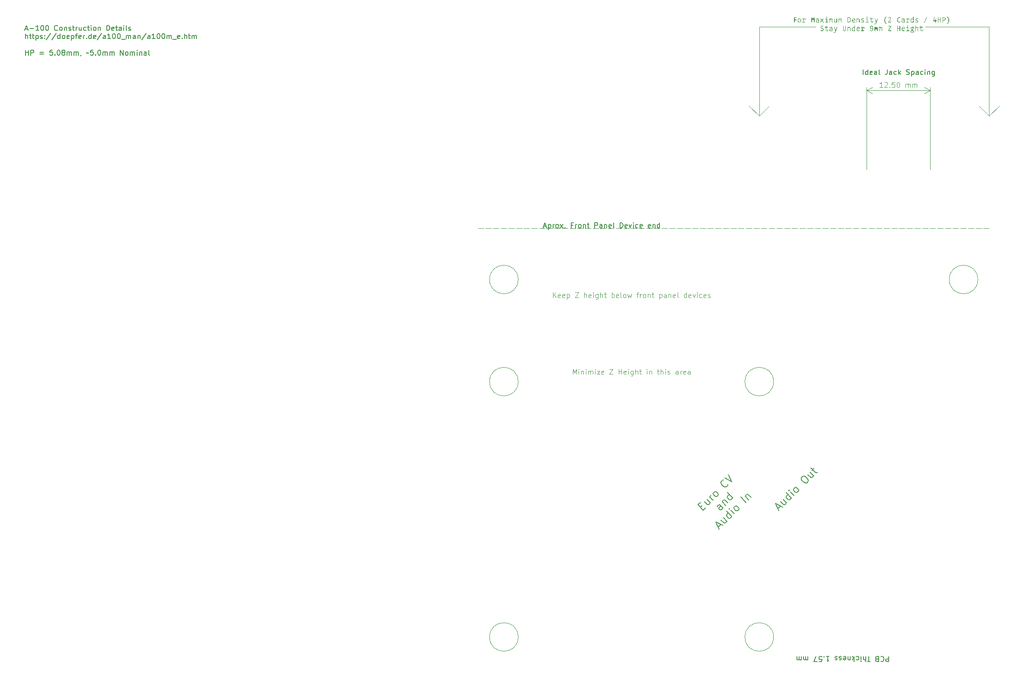
<source format=gbr>
%TF.GenerationSoftware,KiCad,Pcbnew,8.0.5*%
%TF.CreationDate,2024-11-27T23:03:38-05:00*%
%TF.ProjectId,HacKeys,4861634b-6579-4732-9e6b-696361645f70,rev?*%
%TF.SameCoordinates,Original*%
%TF.FileFunction,Other,Comment*%
%FSLAX46Y46*%
G04 Gerber Fmt 4.6, Leading zero omitted, Abs format (unit mm)*
G04 Created by KiCad (PCBNEW 8.0.5) date 2024-11-27 23:03:38*
%MOMM*%
%LPD*%
G01*
G04 APERTURE LIST*
%ADD10C,0.150000*%
%ADD11C,0.100000*%
%ADD12C,0.187500*%
G04 APERTURE END LIST*
D10*
X36051660Y-21804272D02*
X36527850Y-21804272D01*
X35956422Y-22089987D02*
X36289755Y-21089987D01*
X36289755Y-21089987D02*
X36623088Y-22089987D01*
X36956422Y-21709034D02*
X37718327Y-21709034D01*
X38718326Y-22089987D02*
X38146898Y-22089987D01*
X38432612Y-22089987D02*
X38432612Y-21089987D01*
X38432612Y-21089987D02*
X38337374Y-21232844D01*
X38337374Y-21232844D02*
X38242136Y-21328082D01*
X38242136Y-21328082D02*
X38146898Y-21375701D01*
X39337374Y-21089987D02*
X39432612Y-21089987D01*
X39432612Y-21089987D02*
X39527850Y-21137606D01*
X39527850Y-21137606D02*
X39575469Y-21185225D01*
X39575469Y-21185225D02*
X39623088Y-21280463D01*
X39623088Y-21280463D02*
X39670707Y-21470939D01*
X39670707Y-21470939D02*
X39670707Y-21709034D01*
X39670707Y-21709034D02*
X39623088Y-21899510D01*
X39623088Y-21899510D02*
X39575469Y-21994748D01*
X39575469Y-21994748D02*
X39527850Y-22042368D01*
X39527850Y-22042368D02*
X39432612Y-22089987D01*
X39432612Y-22089987D02*
X39337374Y-22089987D01*
X39337374Y-22089987D02*
X39242136Y-22042368D01*
X39242136Y-22042368D02*
X39194517Y-21994748D01*
X39194517Y-21994748D02*
X39146898Y-21899510D01*
X39146898Y-21899510D02*
X39099279Y-21709034D01*
X39099279Y-21709034D02*
X39099279Y-21470939D01*
X39099279Y-21470939D02*
X39146898Y-21280463D01*
X39146898Y-21280463D02*
X39194517Y-21185225D01*
X39194517Y-21185225D02*
X39242136Y-21137606D01*
X39242136Y-21137606D02*
X39337374Y-21089987D01*
X40289755Y-21089987D02*
X40384993Y-21089987D01*
X40384993Y-21089987D02*
X40480231Y-21137606D01*
X40480231Y-21137606D02*
X40527850Y-21185225D01*
X40527850Y-21185225D02*
X40575469Y-21280463D01*
X40575469Y-21280463D02*
X40623088Y-21470939D01*
X40623088Y-21470939D02*
X40623088Y-21709034D01*
X40623088Y-21709034D02*
X40575469Y-21899510D01*
X40575469Y-21899510D02*
X40527850Y-21994748D01*
X40527850Y-21994748D02*
X40480231Y-22042368D01*
X40480231Y-22042368D02*
X40384993Y-22089987D01*
X40384993Y-22089987D02*
X40289755Y-22089987D01*
X40289755Y-22089987D02*
X40194517Y-22042368D01*
X40194517Y-22042368D02*
X40146898Y-21994748D01*
X40146898Y-21994748D02*
X40099279Y-21899510D01*
X40099279Y-21899510D02*
X40051660Y-21709034D01*
X40051660Y-21709034D02*
X40051660Y-21470939D01*
X40051660Y-21470939D02*
X40099279Y-21280463D01*
X40099279Y-21280463D02*
X40146898Y-21185225D01*
X40146898Y-21185225D02*
X40194517Y-21137606D01*
X40194517Y-21137606D02*
X40289755Y-21089987D01*
X42384993Y-21994748D02*
X42337374Y-22042368D01*
X42337374Y-22042368D02*
X42194517Y-22089987D01*
X42194517Y-22089987D02*
X42099279Y-22089987D01*
X42099279Y-22089987D02*
X41956422Y-22042368D01*
X41956422Y-22042368D02*
X41861184Y-21947129D01*
X41861184Y-21947129D02*
X41813565Y-21851891D01*
X41813565Y-21851891D02*
X41765946Y-21661415D01*
X41765946Y-21661415D02*
X41765946Y-21518558D01*
X41765946Y-21518558D02*
X41813565Y-21328082D01*
X41813565Y-21328082D02*
X41861184Y-21232844D01*
X41861184Y-21232844D02*
X41956422Y-21137606D01*
X41956422Y-21137606D02*
X42099279Y-21089987D01*
X42099279Y-21089987D02*
X42194517Y-21089987D01*
X42194517Y-21089987D02*
X42337374Y-21137606D01*
X42337374Y-21137606D02*
X42384993Y-21185225D01*
X42956422Y-22089987D02*
X42861184Y-22042368D01*
X42861184Y-22042368D02*
X42813565Y-21994748D01*
X42813565Y-21994748D02*
X42765946Y-21899510D01*
X42765946Y-21899510D02*
X42765946Y-21613796D01*
X42765946Y-21613796D02*
X42813565Y-21518558D01*
X42813565Y-21518558D02*
X42861184Y-21470939D01*
X42861184Y-21470939D02*
X42956422Y-21423320D01*
X42956422Y-21423320D02*
X43099279Y-21423320D01*
X43099279Y-21423320D02*
X43194517Y-21470939D01*
X43194517Y-21470939D02*
X43242136Y-21518558D01*
X43242136Y-21518558D02*
X43289755Y-21613796D01*
X43289755Y-21613796D02*
X43289755Y-21899510D01*
X43289755Y-21899510D02*
X43242136Y-21994748D01*
X43242136Y-21994748D02*
X43194517Y-22042368D01*
X43194517Y-22042368D02*
X43099279Y-22089987D01*
X43099279Y-22089987D02*
X42956422Y-22089987D01*
X43718327Y-21423320D02*
X43718327Y-22089987D01*
X43718327Y-21518558D02*
X43765946Y-21470939D01*
X43765946Y-21470939D02*
X43861184Y-21423320D01*
X43861184Y-21423320D02*
X44004041Y-21423320D01*
X44004041Y-21423320D02*
X44099279Y-21470939D01*
X44099279Y-21470939D02*
X44146898Y-21566177D01*
X44146898Y-21566177D02*
X44146898Y-22089987D01*
X44575470Y-22042368D02*
X44670708Y-22089987D01*
X44670708Y-22089987D02*
X44861184Y-22089987D01*
X44861184Y-22089987D02*
X44956422Y-22042368D01*
X44956422Y-22042368D02*
X45004041Y-21947129D01*
X45004041Y-21947129D02*
X45004041Y-21899510D01*
X45004041Y-21899510D02*
X44956422Y-21804272D01*
X44956422Y-21804272D02*
X44861184Y-21756653D01*
X44861184Y-21756653D02*
X44718327Y-21756653D01*
X44718327Y-21756653D02*
X44623089Y-21709034D01*
X44623089Y-21709034D02*
X44575470Y-21613796D01*
X44575470Y-21613796D02*
X44575470Y-21566177D01*
X44575470Y-21566177D02*
X44623089Y-21470939D01*
X44623089Y-21470939D02*
X44718327Y-21423320D01*
X44718327Y-21423320D02*
X44861184Y-21423320D01*
X44861184Y-21423320D02*
X44956422Y-21470939D01*
X45289756Y-21423320D02*
X45670708Y-21423320D01*
X45432613Y-21089987D02*
X45432613Y-21947129D01*
X45432613Y-21947129D02*
X45480232Y-22042368D01*
X45480232Y-22042368D02*
X45575470Y-22089987D01*
X45575470Y-22089987D02*
X45670708Y-22089987D01*
X46004042Y-22089987D02*
X46004042Y-21423320D01*
X46004042Y-21613796D02*
X46051661Y-21518558D01*
X46051661Y-21518558D02*
X46099280Y-21470939D01*
X46099280Y-21470939D02*
X46194518Y-21423320D01*
X46194518Y-21423320D02*
X46289756Y-21423320D01*
X47051661Y-21423320D02*
X47051661Y-22089987D01*
X46623090Y-21423320D02*
X46623090Y-21947129D01*
X46623090Y-21947129D02*
X46670709Y-22042368D01*
X46670709Y-22042368D02*
X46765947Y-22089987D01*
X46765947Y-22089987D02*
X46908804Y-22089987D01*
X46908804Y-22089987D02*
X47004042Y-22042368D01*
X47004042Y-22042368D02*
X47051661Y-21994748D01*
X47956423Y-22042368D02*
X47861185Y-22089987D01*
X47861185Y-22089987D02*
X47670709Y-22089987D01*
X47670709Y-22089987D02*
X47575471Y-22042368D01*
X47575471Y-22042368D02*
X47527852Y-21994748D01*
X47527852Y-21994748D02*
X47480233Y-21899510D01*
X47480233Y-21899510D02*
X47480233Y-21613796D01*
X47480233Y-21613796D02*
X47527852Y-21518558D01*
X47527852Y-21518558D02*
X47575471Y-21470939D01*
X47575471Y-21470939D02*
X47670709Y-21423320D01*
X47670709Y-21423320D02*
X47861185Y-21423320D01*
X47861185Y-21423320D02*
X47956423Y-21470939D01*
X48242138Y-21423320D02*
X48623090Y-21423320D01*
X48384995Y-21089987D02*
X48384995Y-21947129D01*
X48384995Y-21947129D02*
X48432614Y-22042368D01*
X48432614Y-22042368D02*
X48527852Y-22089987D01*
X48527852Y-22089987D02*
X48623090Y-22089987D01*
X48956424Y-22089987D02*
X48956424Y-21423320D01*
X48956424Y-21089987D02*
X48908805Y-21137606D01*
X48908805Y-21137606D02*
X48956424Y-21185225D01*
X48956424Y-21185225D02*
X49004043Y-21137606D01*
X49004043Y-21137606D02*
X48956424Y-21089987D01*
X48956424Y-21089987D02*
X48956424Y-21185225D01*
X49575471Y-22089987D02*
X49480233Y-22042368D01*
X49480233Y-22042368D02*
X49432614Y-21994748D01*
X49432614Y-21994748D02*
X49384995Y-21899510D01*
X49384995Y-21899510D02*
X49384995Y-21613796D01*
X49384995Y-21613796D02*
X49432614Y-21518558D01*
X49432614Y-21518558D02*
X49480233Y-21470939D01*
X49480233Y-21470939D02*
X49575471Y-21423320D01*
X49575471Y-21423320D02*
X49718328Y-21423320D01*
X49718328Y-21423320D02*
X49813566Y-21470939D01*
X49813566Y-21470939D02*
X49861185Y-21518558D01*
X49861185Y-21518558D02*
X49908804Y-21613796D01*
X49908804Y-21613796D02*
X49908804Y-21899510D01*
X49908804Y-21899510D02*
X49861185Y-21994748D01*
X49861185Y-21994748D02*
X49813566Y-22042368D01*
X49813566Y-22042368D02*
X49718328Y-22089987D01*
X49718328Y-22089987D02*
X49575471Y-22089987D01*
X50337376Y-21423320D02*
X50337376Y-22089987D01*
X50337376Y-21518558D02*
X50384995Y-21470939D01*
X50384995Y-21470939D02*
X50480233Y-21423320D01*
X50480233Y-21423320D02*
X50623090Y-21423320D01*
X50623090Y-21423320D02*
X50718328Y-21470939D01*
X50718328Y-21470939D02*
X50765947Y-21566177D01*
X50765947Y-21566177D02*
X50765947Y-22089987D01*
X52004043Y-22089987D02*
X52004043Y-21089987D01*
X52004043Y-21089987D02*
X52242138Y-21089987D01*
X52242138Y-21089987D02*
X52384995Y-21137606D01*
X52384995Y-21137606D02*
X52480233Y-21232844D01*
X52480233Y-21232844D02*
X52527852Y-21328082D01*
X52527852Y-21328082D02*
X52575471Y-21518558D01*
X52575471Y-21518558D02*
X52575471Y-21661415D01*
X52575471Y-21661415D02*
X52527852Y-21851891D01*
X52527852Y-21851891D02*
X52480233Y-21947129D01*
X52480233Y-21947129D02*
X52384995Y-22042368D01*
X52384995Y-22042368D02*
X52242138Y-22089987D01*
X52242138Y-22089987D02*
X52004043Y-22089987D01*
X53384995Y-22042368D02*
X53289757Y-22089987D01*
X53289757Y-22089987D02*
X53099281Y-22089987D01*
X53099281Y-22089987D02*
X53004043Y-22042368D01*
X53004043Y-22042368D02*
X52956424Y-21947129D01*
X52956424Y-21947129D02*
X52956424Y-21566177D01*
X52956424Y-21566177D02*
X53004043Y-21470939D01*
X53004043Y-21470939D02*
X53099281Y-21423320D01*
X53099281Y-21423320D02*
X53289757Y-21423320D01*
X53289757Y-21423320D02*
X53384995Y-21470939D01*
X53384995Y-21470939D02*
X53432614Y-21566177D01*
X53432614Y-21566177D02*
X53432614Y-21661415D01*
X53432614Y-21661415D02*
X52956424Y-21756653D01*
X53718329Y-21423320D02*
X54099281Y-21423320D01*
X53861186Y-21089987D02*
X53861186Y-21947129D01*
X53861186Y-21947129D02*
X53908805Y-22042368D01*
X53908805Y-22042368D02*
X54004043Y-22089987D01*
X54004043Y-22089987D02*
X54099281Y-22089987D01*
X54861186Y-22089987D02*
X54861186Y-21566177D01*
X54861186Y-21566177D02*
X54813567Y-21470939D01*
X54813567Y-21470939D02*
X54718329Y-21423320D01*
X54718329Y-21423320D02*
X54527853Y-21423320D01*
X54527853Y-21423320D02*
X54432615Y-21470939D01*
X54861186Y-22042368D02*
X54765948Y-22089987D01*
X54765948Y-22089987D02*
X54527853Y-22089987D01*
X54527853Y-22089987D02*
X54432615Y-22042368D01*
X54432615Y-22042368D02*
X54384996Y-21947129D01*
X54384996Y-21947129D02*
X54384996Y-21851891D01*
X54384996Y-21851891D02*
X54432615Y-21756653D01*
X54432615Y-21756653D02*
X54527853Y-21709034D01*
X54527853Y-21709034D02*
X54765948Y-21709034D01*
X54765948Y-21709034D02*
X54861186Y-21661415D01*
X55337377Y-22089987D02*
X55337377Y-21423320D01*
X55337377Y-21089987D02*
X55289758Y-21137606D01*
X55289758Y-21137606D02*
X55337377Y-21185225D01*
X55337377Y-21185225D02*
X55384996Y-21137606D01*
X55384996Y-21137606D02*
X55337377Y-21089987D01*
X55337377Y-21089987D02*
X55337377Y-21185225D01*
X55956424Y-22089987D02*
X55861186Y-22042368D01*
X55861186Y-22042368D02*
X55813567Y-21947129D01*
X55813567Y-21947129D02*
X55813567Y-21089987D01*
X56289758Y-22042368D02*
X56384996Y-22089987D01*
X56384996Y-22089987D02*
X56575472Y-22089987D01*
X56575472Y-22089987D02*
X56670710Y-22042368D01*
X56670710Y-22042368D02*
X56718329Y-21947129D01*
X56718329Y-21947129D02*
X56718329Y-21899510D01*
X56718329Y-21899510D02*
X56670710Y-21804272D01*
X56670710Y-21804272D02*
X56575472Y-21756653D01*
X56575472Y-21756653D02*
X56432615Y-21756653D01*
X56432615Y-21756653D02*
X56337377Y-21709034D01*
X56337377Y-21709034D02*
X56289758Y-21613796D01*
X56289758Y-21613796D02*
X56289758Y-21566177D01*
X56289758Y-21566177D02*
X56337377Y-21470939D01*
X56337377Y-21470939D02*
X56432615Y-21423320D01*
X56432615Y-21423320D02*
X56575472Y-21423320D01*
X56575472Y-21423320D02*
X56670710Y-21470939D01*
X36099279Y-23699931D02*
X36099279Y-22699931D01*
X36527850Y-23699931D02*
X36527850Y-23176121D01*
X36527850Y-23176121D02*
X36480231Y-23080883D01*
X36480231Y-23080883D02*
X36384993Y-23033264D01*
X36384993Y-23033264D02*
X36242136Y-23033264D01*
X36242136Y-23033264D02*
X36146898Y-23080883D01*
X36146898Y-23080883D02*
X36099279Y-23128502D01*
X36861184Y-23033264D02*
X37242136Y-23033264D01*
X37004041Y-22699931D02*
X37004041Y-23557073D01*
X37004041Y-23557073D02*
X37051660Y-23652312D01*
X37051660Y-23652312D02*
X37146898Y-23699931D01*
X37146898Y-23699931D02*
X37242136Y-23699931D01*
X37432613Y-23033264D02*
X37813565Y-23033264D01*
X37575470Y-22699931D02*
X37575470Y-23557073D01*
X37575470Y-23557073D02*
X37623089Y-23652312D01*
X37623089Y-23652312D02*
X37718327Y-23699931D01*
X37718327Y-23699931D02*
X37813565Y-23699931D01*
X38146899Y-23033264D02*
X38146899Y-24033264D01*
X38146899Y-23080883D02*
X38242137Y-23033264D01*
X38242137Y-23033264D02*
X38432613Y-23033264D01*
X38432613Y-23033264D02*
X38527851Y-23080883D01*
X38527851Y-23080883D02*
X38575470Y-23128502D01*
X38575470Y-23128502D02*
X38623089Y-23223740D01*
X38623089Y-23223740D02*
X38623089Y-23509454D01*
X38623089Y-23509454D02*
X38575470Y-23604692D01*
X38575470Y-23604692D02*
X38527851Y-23652312D01*
X38527851Y-23652312D02*
X38432613Y-23699931D01*
X38432613Y-23699931D02*
X38242137Y-23699931D01*
X38242137Y-23699931D02*
X38146899Y-23652312D01*
X39004042Y-23652312D02*
X39099280Y-23699931D01*
X39099280Y-23699931D02*
X39289756Y-23699931D01*
X39289756Y-23699931D02*
X39384994Y-23652312D01*
X39384994Y-23652312D02*
X39432613Y-23557073D01*
X39432613Y-23557073D02*
X39432613Y-23509454D01*
X39432613Y-23509454D02*
X39384994Y-23414216D01*
X39384994Y-23414216D02*
X39289756Y-23366597D01*
X39289756Y-23366597D02*
X39146899Y-23366597D01*
X39146899Y-23366597D02*
X39051661Y-23318978D01*
X39051661Y-23318978D02*
X39004042Y-23223740D01*
X39004042Y-23223740D02*
X39004042Y-23176121D01*
X39004042Y-23176121D02*
X39051661Y-23080883D01*
X39051661Y-23080883D02*
X39146899Y-23033264D01*
X39146899Y-23033264D02*
X39289756Y-23033264D01*
X39289756Y-23033264D02*
X39384994Y-23080883D01*
X39861185Y-23604692D02*
X39908804Y-23652312D01*
X39908804Y-23652312D02*
X39861185Y-23699931D01*
X39861185Y-23699931D02*
X39813566Y-23652312D01*
X39813566Y-23652312D02*
X39861185Y-23604692D01*
X39861185Y-23604692D02*
X39861185Y-23699931D01*
X39861185Y-23080883D02*
X39908804Y-23128502D01*
X39908804Y-23128502D02*
X39861185Y-23176121D01*
X39861185Y-23176121D02*
X39813566Y-23128502D01*
X39813566Y-23128502D02*
X39861185Y-23080883D01*
X39861185Y-23080883D02*
X39861185Y-23176121D01*
X41051660Y-22652312D02*
X40194518Y-23938026D01*
X42099279Y-22652312D02*
X41242137Y-23938026D01*
X42861184Y-23699931D02*
X42861184Y-22699931D01*
X42861184Y-23652312D02*
X42765946Y-23699931D01*
X42765946Y-23699931D02*
X42575470Y-23699931D01*
X42575470Y-23699931D02*
X42480232Y-23652312D01*
X42480232Y-23652312D02*
X42432613Y-23604692D01*
X42432613Y-23604692D02*
X42384994Y-23509454D01*
X42384994Y-23509454D02*
X42384994Y-23223740D01*
X42384994Y-23223740D02*
X42432613Y-23128502D01*
X42432613Y-23128502D02*
X42480232Y-23080883D01*
X42480232Y-23080883D02*
X42575470Y-23033264D01*
X42575470Y-23033264D02*
X42765946Y-23033264D01*
X42765946Y-23033264D02*
X42861184Y-23080883D01*
X43480232Y-23699931D02*
X43384994Y-23652312D01*
X43384994Y-23652312D02*
X43337375Y-23604692D01*
X43337375Y-23604692D02*
X43289756Y-23509454D01*
X43289756Y-23509454D02*
X43289756Y-23223740D01*
X43289756Y-23223740D02*
X43337375Y-23128502D01*
X43337375Y-23128502D02*
X43384994Y-23080883D01*
X43384994Y-23080883D02*
X43480232Y-23033264D01*
X43480232Y-23033264D02*
X43623089Y-23033264D01*
X43623089Y-23033264D02*
X43718327Y-23080883D01*
X43718327Y-23080883D02*
X43765946Y-23128502D01*
X43765946Y-23128502D02*
X43813565Y-23223740D01*
X43813565Y-23223740D02*
X43813565Y-23509454D01*
X43813565Y-23509454D02*
X43765946Y-23604692D01*
X43765946Y-23604692D02*
X43718327Y-23652312D01*
X43718327Y-23652312D02*
X43623089Y-23699931D01*
X43623089Y-23699931D02*
X43480232Y-23699931D01*
X44623089Y-23652312D02*
X44527851Y-23699931D01*
X44527851Y-23699931D02*
X44337375Y-23699931D01*
X44337375Y-23699931D02*
X44242137Y-23652312D01*
X44242137Y-23652312D02*
X44194518Y-23557073D01*
X44194518Y-23557073D02*
X44194518Y-23176121D01*
X44194518Y-23176121D02*
X44242137Y-23080883D01*
X44242137Y-23080883D02*
X44337375Y-23033264D01*
X44337375Y-23033264D02*
X44527851Y-23033264D01*
X44527851Y-23033264D02*
X44623089Y-23080883D01*
X44623089Y-23080883D02*
X44670708Y-23176121D01*
X44670708Y-23176121D02*
X44670708Y-23271359D01*
X44670708Y-23271359D02*
X44194518Y-23366597D01*
X45099280Y-23033264D02*
X45099280Y-24033264D01*
X45099280Y-23080883D02*
X45194518Y-23033264D01*
X45194518Y-23033264D02*
X45384994Y-23033264D01*
X45384994Y-23033264D02*
X45480232Y-23080883D01*
X45480232Y-23080883D02*
X45527851Y-23128502D01*
X45527851Y-23128502D02*
X45575470Y-23223740D01*
X45575470Y-23223740D02*
X45575470Y-23509454D01*
X45575470Y-23509454D02*
X45527851Y-23604692D01*
X45527851Y-23604692D02*
X45480232Y-23652312D01*
X45480232Y-23652312D02*
X45384994Y-23699931D01*
X45384994Y-23699931D02*
X45194518Y-23699931D01*
X45194518Y-23699931D02*
X45099280Y-23652312D01*
X45861185Y-23033264D02*
X46242137Y-23033264D01*
X46004042Y-23699931D02*
X46004042Y-22842788D01*
X46004042Y-22842788D02*
X46051661Y-22747550D01*
X46051661Y-22747550D02*
X46146899Y-22699931D01*
X46146899Y-22699931D02*
X46242137Y-22699931D01*
X46956423Y-23652312D02*
X46861185Y-23699931D01*
X46861185Y-23699931D02*
X46670709Y-23699931D01*
X46670709Y-23699931D02*
X46575471Y-23652312D01*
X46575471Y-23652312D02*
X46527852Y-23557073D01*
X46527852Y-23557073D02*
X46527852Y-23176121D01*
X46527852Y-23176121D02*
X46575471Y-23080883D01*
X46575471Y-23080883D02*
X46670709Y-23033264D01*
X46670709Y-23033264D02*
X46861185Y-23033264D01*
X46861185Y-23033264D02*
X46956423Y-23080883D01*
X46956423Y-23080883D02*
X47004042Y-23176121D01*
X47004042Y-23176121D02*
X47004042Y-23271359D01*
X47004042Y-23271359D02*
X46527852Y-23366597D01*
X47432614Y-23699931D02*
X47432614Y-23033264D01*
X47432614Y-23223740D02*
X47480233Y-23128502D01*
X47480233Y-23128502D02*
X47527852Y-23080883D01*
X47527852Y-23080883D02*
X47623090Y-23033264D01*
X47623090Y-23033264D02*
X47718328Y-23033264D01*
X48051662Y-23604692D02*
X48099281Y-23652312D01*
X48099281Y-23652312D02*
X48051662Y-23699931D01*
X48051662Y-23699931D02*
X48004043Y-23652312D01*
X48004043Y-23652312D02*
X48051662Y-23604692D01*
X48051662Y-23604692D02*
X48051662Y-23699931D01*
X48956423Y-23699931D02*
X48956423Y-22699931D01*
X48956423Y-23652312D02*
X48861185Y-23699931D01*
X48861185Y-23699931D02*
X48670709Y-23699931D01*
X48670709Y-23699931D02*
X48575471Y-23652312D01*
X48575471Y-23652312D02*
X48527852Y-23604692D01*
X48527852Y-23604692D02*
X48480233Y-23509454D01*
X48480233Y-23509454D02*
X48480233Y-23223740D01*
X48480233Y-23223740D02*
X48527852Y-23128502D01*
X48527852Y-23128502D02*
X48575471Y-23080883D01*
X48575471Y-23080883D02*
X48670709Y-23033264D01*
X48670709Y-23033264D02*
X48861185Y-23033264D01*
X48861185Y-23033264D02*
X48956423Y-23080883D01*
X49813566Y-23652312D02*
X49718328Y-23699931D01*
X49718328Y-23699931D02*
X49527852Y-23699931D01*
X49527852Y-23699931D02*
X49432614Y-23652312D01*
X49432614Y-23652312D02*
X49384995Y-23557073D01*
X49384995Y-23557073D02*
X49384995Y-23176121D01*
X49384995Y-23176121D02*
X49432614Y-23080883D01*
X49432614Y-23080883D02*
X49527852Y-23033264D01*
X49527852Y-23033264D02*
X49718328Y-23033264D01*
X49718328Y-23033264D02*
X49813566Y-23080883D01*
X49813566Y-23080883D02*
X49861185Y-23176121D01*
X49861185Y-23176121D02*
X49861185Y-23271359D01*
X49861185Y-23271359D02*
X49384995Y-23366597D01*
X51004042Y-22652312D02*
X50146900Y-23938026D01*
X51765947Y-23699931D02*
X51765947Y-23176121D01*
X51765947Y-23176121D02*
X51718328Y-23080883D01*
X51718328Y-23080883D02*
X51623090Y-23033264D01*
X51623090Y-23033264D02*
X51432614Y-23033264D01*
X51432614Y-23033264D02*
X51337376Y-23080883D01*
X51765947Y-23652312D02*
X51670709Y-23699931D01*
X51670709Y-23699931D02*
X51432614Y-23699931D01*
X51432614Y-23699931D02*
X51337376Y-23652312D01*
X51337376Y-23652312D02*
X51289757Y-23557073D01*
X51289757Y-23557073D02*
X51289757Y-23461835D01*
X51289757Y-23461835D02*
X51337376Y-23366597D01*
X51337376Y-23366597D02*
X51432614Y-23318978D01*
X51432614Y-23318978D02*
X51670709Y-23318978D01*
X51670709Y-23318978D02*
X51765947Y-23271359D01*
X52765947Y-23699931D02*
X52194519Y-23699931D01*
X52480233Y-23699931D02*
X52480233Y-22699931D01*
X52480233Y-22699931D02*
X52384995Y-22842788D01*
X52384995Y-22842788D02*
X52289757Y-22938026D01*
X52289757Y-22938026D02*
X52194519Y-22985645D01*
X53384995Y-22699931D02*
X53480233Y-22699931D01*
X53480233Y-22699931D02*
X53575471Y-22747550D01*
X53575471Y-22747550D02*
X53623090Y-22795169D01*
X53623090Y-22795169D02*
X53670709Y-22890407D01*
X53670709Y-22890407D02*
X53718328Y-23080883D01*
X53718328Y-23080883D02*
X53718328Y-23318978D01*
X53718328Y-23318978D02*
X53670709Y-23509454D01*
X53670709Y-23509454D02*
X53623090Y-23604692D01*
X53623090Y-23604692D02*
X53575471Y-23652312D01*
X53575471Y-23652312D02*
X53480233Y-23699931D01*
X53480233Y-23699931D02*
X53384995Y-23699931D01*
X53384995Y-23699931D02*
X53289757Y-23652312D01*
X53289757Y-23652312D02*
X53242138Y-23604692D01*
X53242138Y-23604692D02*
X53194519Y-23509454D01*
X53194519Y-23509454D02*
X53146900Y-23318978D01*
X53146900Y-23318978D02*
X53146900Y-23080883D01*
X53146900Y-23080883D02*
X53194519Y-22890407D01*
X53194519Y-22890407D02*
X53242138Y-22795169D01*
X53242138Y-22795169D02*
X53289757Y-22747550D01*
X53289757Y-22747550D02*
X53384995Y-22699931D01*
X54337376Y-22699931D02*
X54432614Y-22699931D01*
X54432614Y-22699931D02*
X54527852Y-22747550D01*
X54527852Y-22747550D02*
X54575471Y-22795169D01*
X54575471Y-22795169D02*
X54623090Y-22890407D01*
X54623090Y-22890407D02*
X54670709Y-23080883D01*
X54670709Y-23080883D02*
X54670709Y-23318978D01*
X54670709Y-23318978D02*
X54623090Y-23509454D01*
X54623090Y-23509454D02*
X54575471Y-23604692D01*
X54575471Y-23604692D02*
X54527852Y-23652312D01*
X54527852Y-23652312D02*
X54432614Y-23699931D01*
X54432614Y-23699931D02*
X54337376Y-23699931D01*
X54337376Y-23699931D02*
X54242138Y-23652312D01*
X54242138Y-23652312D02*
X54194519Y-23604692D01*
X54194519Y-23604692D02*
X54146900Y-23509454D01*
X54146900Y-23509454D02*
X54099281Y-23318978D01*
X54099281Y-23318978D02*
X54099281Y-23080883D01*
X54099281Y-23080883D02*
X54146900Y-22890407D01*
X54146900Y-22890407D02*
X54194519Y-22795169D01*
X54194519Y-22795169D02*
X54242138Y-22747550D01*
X54242138Y-22747550D02*
X54337376Y-22699931D01*
X54861186Y-23795169D02*
X55623090Y-23795169D01*
X55861186Y-23699931D02*
X55861186Y-23033264D01*
X55861186Y-23128502D02*
X55908805Y-23080883D01*
X55908805Y-23080883D02*
X56004043Y-23033264D01*
X56004043Y-23033264D02*
X56146900Y-23033264D01*
X56146900Y-23033264D02*
X56242138Y-23080883D01*
X56242138Y-23080883D02*
X56289757Y-23176121D01*
X56289757Y-23176121D02*
X56289757Y-23699931D01*
X56289757Y-23176121D02*
X56337376Y-23080883D01*
X56337376Y-23080883D02*
X56432614Y-23033264D01*
X56432614Y-23033264D02*
X56575471Y-23033264D01*
X56575471Y-23033264D02*
X56670710Y-23080883D01*
X56670710Y-23080883D02*
X56718329Y-23176121D01*
X56718329Y-23176121D02*
X56718329Y-23699931D01*
X57623090Y-23699931D02*
X57623090Y-23176121D01*
X57623090Y-23176121D02*
X57575471Y-23080883D01*
X57575471Y-23080883D02*
X57480233Y-23033264D01*
X57480233Y-23033264D02*
X57289757Y-23033264D01*
X57289757Y-23033264D02*
X57194519Y-23080883D01*
X57623090Y-23652312D02*
X57527852Y-23699931D01*
X57527852Y-23699931D02*
X57289757Y-23699931D01*
X57289757Y-23699931D02*
X57194519Y-23652312D01*
X57194519Y-23652312D02*
X57146900Y-23557073D01*
X57146900Y-23557073D02*
X57146900Y-23461835D01*
X57146900Y-23461835D02*
X57194519Y-23366597D01*
X57194519Y-23366597D02*
X57289757Y-23318978D01*
X57289757Y-23318978D02*
X57527852Y-23318978D01*
X57527852Y-23318978D02*
X57623090Y-23271359D01*
X58099281Y-23033264D02*
X58099281Y-23699931D01*
X58099281Y-23128502D02*
X58146900Y-23080883D01*
X58146900Y-23080883D02*
X58242138Y-23033264D01*
X58242138Y-23033264D02*
X58384995Y-23033264D01*
X58384995Y-23033264D02*
X58480233Y-23080883D01*
X58480233Y-23080883D02*
X58527852Y-23176121D01*
X58527852Y-23176121D02*
X58527852Y-23699931D01*
X59718328Y-22652312D02*
X58861186Y-23938026D01*
X60480233Y-23699931D02*
X60480233Y-23176121D01*
X60480233Y-23176121D02*
X60432614Y-23080883D01*
X60432614Y-23080883D02*
X60337376Y-23033264D01*
X60337376Y-23033264D02*
X60146900Y-23033264D01*
X60146900Y-23033264D02*
X60051662Y-23080883D01*
X60480233Y-23652312D02*
X60384995Y-23699931D01*
X60384995Y-23699931D02*
X60146900Y-23699931D01*
X60146900Y-23699931D02*
X60051662Y-23652312D01*
X60051662Y-23652312D02*
X60004043Y-23557073D01*
X60004043Y-23557073D02*
X60004043Y-23461835D01*
X60004043Y-23461835D02*
X60051662Y-23366597D01*
X60051662Y-23366597D02*
X60146900Y-23318978D01*
X60146900Y-23318978D02*
X60384995Y-23318978D01*
X60384995Y-23318978D02*
X60480233Y-23271359D01*
X61480233Y-23699931D02*
X60908805Y-23699931D01*
X61194519Y-23699931D02*
X61194519Y-22699931D01*
X61194519Y-22699931D02*
X61099281Y-22842788D01*
X61099281Y-22842788D02*
X61004043Y-22938026D01*
X61004043Y-22938026D02*
X60908805Y-22985645D01*
X62099281Y-22699931D02*
X62194519Y-22699931D01*
X62194519Y-22699931D02*
X62289757Y-22747550D01*
X62289757Y-22747550D02*
X62337376Y-22795169D01*
X62337376Y-22795169D02*
X62384995Y-22890407D01*
X62384995Y-22890407D02*
X62432614Y-23080883D01*
X62432614Y-23080883D02*
X62432614Y-23318978D01*
X62432614Y-23318978D02*
X62384995Y-23509454D01*
X62384995Y-23509454D02*
X62337376Y-23604692D01*
X62337376Y-23604692D02*
X62289757Y-23652312D01*
X62289757Y-23652312D02*
X62194519Y-23699931D01*
X62194519Y-23699931D02*
X62099281Y-23699931D01*
X62099281Y-23699931D02*
X62004043Y-23652312D01*
X62004043Y-23652312D02*
X61956424Y-23604692D01*
X61956424Y-23604692D02*
X61908805Y-23509454D01*
X61908805Y-23509454D02*
X61861186Y-23318978D01*
X61861186Y-23318978D02*
X61861186Y-23080883D01*
X61861186Y-23080883D02*
X61908805Y-22890407D01*
X61908805Y-22890407D02*
X61956424Y-22795169D01*
X61956424Y-22795169D02*
X62004043Y-22747550D01*
X62004043Y-22747550D02*
X62099281Y-22699931D01*
X63051662Y-22699931D02*
X63146900Y-22699931D01*
X63146900Y-22699931D02*
X63242138Y-22747550D01*
X63242138Y-22747550D02*
X63289757Y-22795169D01*
X63289757Y-22795169D02*
X63337376Y-22890407D01*
X63337376Y-22890407D02*
X63384995Y-23080883D01*
X63384995Y-23080883D02*
X63384995Y-23318978D01*
X63384995Y-23318978D02*
X63337376Y-23509454D01*
X63337376Y-23509454D02*
X63289757Y-23604692D01*
X63289757Y-23604692D02*
X63242138Y-23652312D01*
X63242138Y-23652312D02*
X63146900Y-23699931D01*
X63146900Y-23699931D02*
X63051662Y-23699931D01*
X63051662Y-23699931D02*
X62956424Y-23652312D01*
X62956424Y-23652312D02*
X62908805Y-23604692D01*
X62908805Y-23604692D02*
X62861186Y-23509454D01*
X62861186Y-23509454D02*
X62813567Y-23318978D01*
X62813567Y-23318978D02*
X62813567Y-23080883D01*
X62813567Y-23080883D02*
X62861186Y-22890407D01*
X62861186Y-22890407D02*
X62908805Y-22795169D01*
X62908805Y-22795169D02*
X62956424Y-22747550D01*
X62956424Y-22747550D02*
X63051662Y-22699931D01*
X63813567Y-23699931D02*
X63813567Y-23033264D01*
X63813567Y-23128502D02*
X63861186Y-23080883D01*
X63861186Y-23080883D02*
X63956424Y-23033264D01*
X63956424Y-23033264D02*
X64099281Y-23033264D01*
X64099281Y-23033264D02*
X64194519Y-23080883D01*
X64194519Y-23080883D02*
X64242138Y-23176121D01*
X64242138Y-23176121D02*
X64242138Y-23699931D01*
X64242138Y-23176121D02*
X64289757Y-23080883D01*
X64289757Y-23080883D02*
X64384995Y-23033264D01*
X64384995Y-23033264D02*
X64527852Y-23033264D01*
X64527852Y-23033264D02*
X64623091Y-23080883D01*
X64623091Y-23080883D02*
X64670710Y-23176121D01*
X64670710Y-23176121D02*
X64670710Y-23699931D01*
X64908805Y-23795169D02*
X65670709Y-23795169D01*
X66289757Y-23652312D02*
X66194519Y-23699931D01*
X66194519Y-23699931D02*
X66004043Y-23699931D01*
X66004043Y-23699931D02*
X65908805Y-23652312D01*
X65908805Y-23652312D02*
X65861186Y-23557073D01*
X65861186Y-23557073D02*
X65861186Y-23176121D01*
X65861186Y-23176121D02*
X65908805Y-23080883D01*
X65908805Y-23080883D02*
X66004043Y-23033264D01*
X66004043Y-23033264D02*
X66194519Y-23033264D01*
X66194519Y-23033264D02*
X66289757Y-23080883D01*
X66289757Y-23080883D02*
X66337376Y-23176121D01*
X66337376Y-23176121D02*
X66337376Y-23271359D01*
X66337376Y-23271359D02*
X65861186Y-23366597D01*
X66765948Y-23604692D02*
X66813567Y-23652312D01*
X66813567Y-23652312D02*
X66765948Y-23699931D01*
X66765948Y-23699931D02*
X66718329Y-23652312D01*
X66718329Y-23652312D02*
X66765948Y-23604692D01*
X66765948Y-23604692D02*
X66765948Y-23699931D01*
X67242138Y-23699931D02*
X67242138Y-22699931D01*
X67670709Y-23699931D02*
X67670709Y-23176121D01*
X67670709Y-23176121D02*
X67623090Y-23080883D01*
X67623090Y-23080883D02*
X67527852Y-23033264D01*
X67527852Y-23033264D02*
X67384995Y-23033264D01*
X67384995Y-23033264D02*
X67289757Y-23080883D01*
X67289757Y-23080883D02*
X67242138Y-23128502D01*
X68004043Y-23033264D02*
X68384995Y-23033264D01*
X68146900Y-22699931D02*
X68146900Y-23557073D01*
X68146900Y-23557073D02*
X68194519Y-23652312D01*
X68194519Y-23652312D02*
X68289757Y-23699931D01*
X68289757Y-23699931D02*
X68384995Y-23699931D01*
X68718329Y-23699931D02*
X68718329Y-23033264D01*
X68718329Y-23128502D02*
X68765948Y-23080883D01*
X68765948Y-23080883D02*
X68861186Y-23033264D01*
X68861186Y-23033264D02*
X69004043Y-23033264D01*
X69004043Y-23033264D02*
X69099281Y-23080883D01*
X69099281Y-23080883D02*
X69146900Y-23176121D01*
X69146900Y-23176121D02*
X69146900Y-23699931D01*
X69146900Y-23176121D02*
X69194519Y-23080883D01*
X69194519Y-23080883D02*
X69289757Y-23033264D01*
X69289757Y-23033264D02*
X69432614Y-23033264D01*
X69432614Y-23033264D02*
X69527853Y-23080883D01*
X69527853Y-23080883D02*
X69575472Y-23176121D01*
X69575472Y-23176121D02*
X69575472Y-23699931D01*
X36099279Y-26919819D02*
X36099279Y-25919819D01*
X36099279Y-26396009D02*
X36670707Y-26396009D01*
X36670707Y-26919819D02*
X36670707Y-25919819D01*
X37146898Y-26919819D02*
X37146898Y-25919819D01*
X37146898Y-25919819D02*
X37527850Y-25919819D01*
X37527850Y-25919819D02*
X37623088Y-25967438D01*
X37623088Y-25967438D02*
X37670707Y-26015057D01*
X37670707Y-26015057D02*
X37718326Y-26110295D01*
X37718326Y-26110295D02*
X37718326Y-26253152D01*
X37718326Y-26253152D02*
X37670707Y-26348390D01*
X37670707Y-26348390D02*
X37623088Y-26396009D01*
X37623088Y-26396009D02*
X37527850Y-26443628D01*
X37527850Y-26443628D02*
X37146898Y-26443628D01*
X38908803Y-26396009D02*
X39670708Y-26396009D01*
X39670708Y-26681723D02*
X38908803Y-26681723D01*
X41384993Y-25919819D02*
X40908803Y-25919819D01*
X40908803Y-25919819D02*
X40861184Y-26396009D01*
X40861184Y-26396009D02*
X40908803Y-26348390D01*
X40908803Y-26348390D02*
X41004041Y-26300771D01*
X41004041Y-26300771D02*
X41242136Y-26300771D01*
X41242136Y-26300771D02*
X41337374Y-26348390D01*
X41337374Y-26348390D02*
X41384993Y-26396009D01*
X41384993Y-26396009D02*
X41432612Y-26491247D01*
X41432612Y-26491247D02*
X41432612Y-26729342D01*
X41432612Y-26729342D02*
X41384993Y-26824580D01*
X41384993Y-26824580D02*
X41337374Y-26872200D01*
X41337374Y-26872200D02*
X41242136Y-26919819D01*
X41242136Y-26919819D02*
X41004041Y-26919819D01*
X41004041Y-26919819D02*
X40908803Y-26872200D01*
X40908803Y-26872200D02*
X40861184Y-26824580D01*
X41861184Y-26824580D02*
X41908803Y-26872200D01*
X41908803Y-26872200D02*
X41861184Y-26919819D01*
X41861184Y-26919819D02*
X41813565Y-26872200D01*
X41813565Y-26872200D02*
X41861184Y-26824580D01*
X41861184Y-26824580D02*
X41861184Y-26919819D01*
X42527850Y-25919819D02*
X42623088Y-25919819D01*
X42623088Y-25919819D02*
X42718326Y-25967438D01*
X42718326Y-25967438D02*
X42765945Y-26015057D01*
X42765945Y-26015057D02*
X42813564Y-26110295D01*
X42813564Y-26110295D02*
X42861183Y-26300771D01*
X42861183Y-26300771D02*
X42861183Y-26538866D01*
X42861183Y-26538866D02*
X42813564Y-26729342D01*
X42813564Y-26729342D02*
X42765945Y-26824580D01*
X42765945Y-26824580D02*
X42718326Y-26872200D01*
X42718326Y-26872200D02*
X42623088Y-26919819D01*
X42623088Y-26919819D02*
X42527850Y-26919819D01*
X42527850Y-26919819D02*
X42432612Y-26872200D01*
X42432612Y-26872200D02*
X42384993Y-26824580D01*
X42384993Y-26824580D02*
X42337374Y-26729342D01*
X42337374Y-26729342D02*
X42289755Y-26538866D01*
X42289755Y-26538866D02*
X42289755Y-26300771D01*
X42289755Y-26300771D02*
X42337374Y-26110295D01*
X42337374Y-26110295D02*
X42384993Y-26015057D01*
X42384993Y-26015057D02*
X42432612Y-25967438D01*
X42432612Y-25967438D02*
X42527850Y-25919819D01*
X43432612Y-26348390D02*
X43337374Y-26300771D01*
X43337374Y-26300771D02*
X43289755Y-26253152D01*
X43289755Y-26253152D02*
X43242136Y-26157914D01*
X43242136Y-26157914D02*
X43242136Y-26110295D01*
X43242136Y-26110295D02*
X43289755Y-26015057D01*
X43289755Y-26015057D02*
X43337374Y-25967438D01*
X43337374Y-25967438D02*
X43432612Y-25919819D01*
X43432612Y-25919819D02*
X43623088Y-25919819D01*
X43623088Y-25919819D02*
X43718326Y-25967438D01*
X43718326Y-25967438D02*
X43765945Y-26015057D01*
X43765945Y-26015057D02*
X43813564Y-26110295D01*
X43813564Y-26110295D02*
X43813564Y-26157914D01*
X43813564Y-26157914D02*
X43765945Y-26253152D01*
X43765945Y-26253152D02*
X43718326Y-26300771D01*
X43718326Y-26300771D02*
X43623088Y-26348390D01*
X43623088Y-26348390D02*
X43432612Y-26348390D01*
X43432612Y-26348390D02*
X43337374Y-26396009D01*
X43337374Y-26396009D02*
X43289755Y-26443628D01*
X43289755Y-26443628D02*
X43242136Y-26538866D01*
X43242136Y-26538866D02*
X43242136Y-26729342D01*
X43242136Y-26729342D02*
X43289755Y-26824580D01*
X43289755Y-26824580D02*
X43337374Y-26872200D01*
X43337374Y-26872200D02*
X43432612Y-26919819D01*
X43432612Y-26919819D02*
X43623088Y-26919819D01*
X43623088Y-26919819D02*
X43718326Y-26872200D01*
X43718326Y-26872200D02*
X43765945Y-26824580D01*
X43765945Y-26824580D02*
X43813564Y-26729342D01*
X43813564Y-26729342D02*
X43813564Y-26538866D01*
X43813564Y-26538866D02*
X43765945Y-26443628D01*
X43765945Y-26443628D02*
X43718326Y-26396009D01*
X43718326Y-26396009D02*
X43623088Y-26348390D01*
X44242136Y-26919819D02*
X44242136Y-26253152D01*
X44242136Y-26348390D02*
X44289755Y-26300771D01*
X44289755Y-26300771D02*
X44384993Y-26253152D01*
X44384993Y-26253152D02*
X44527850Y-26253152D01*
X44527850Y-26253152D02*
X44623088Y-26300771D01*
X44623088Y-26300771D02*
X44670707Y-26396009D01*
X44670707Y-26396009D02*
X44670707Y-26919819D01*
X44670707Y-26396009D02*
X44718326Y-26300771D01*
X44718326Y-26300771D02*
X44813564Y-26253152D01*
X44813564Y-26253152D02*
X44956421Y-26253152D01*
X44956421Y-26253152D02*
X45051660Y-26300771D01*
X45051660Y-26300771D02*
X45099279Y-26396009D01*
X45099279Y-26396009D02*
X45099279Y-26919819D01*
X45575469Y-26919819D02*
X45575469Y-26253152D01*
X45575469Y-26348390D02*
X45623088Y-26300771D01*
X45623088Y-26300771D02*
X45718326Y-26253152D01*
X45718326Y-26253152D02*
X45861183Y-26253152D01*
X45861183Y-26253152D02*
X45956421Y-26300771D01*
X45956421Y-26300771D02*
X46004040Y-26396009D01*
X46004040Y-26396009D02*
X46004040Y-26919819D01*
X46004040Y-26396009D02*
X46051659Y-26300771D01*
X46051659Y-26300771D02*
X46146897Y-26253152D01*
X46146897Y-26253152D02*
X46289754Y-26253152D01*
X46289754Y-26253152D02*
X46384993Y-26300771D01*
X46384993Y-26300771D02*
X46432612Y-26396009D01*
X46432612Y-26396009D02*
X46432612Y-26919819D01*
X46956421Y-26872200D02*
X46956421Y-26919819D01*
X46956421Y-26919819D02*
X46908802Y-27015057D01*
X46908802Y-27015057D02*
X46861183Y-27062676D01*
X48004040Y-26538866D02*
X48051659Y-26491247D01*
X48051659Y-26491247D02*
X48146897Y-26443628D01*
X48146897Y-26443628D02*
X48337373Y-26538866D01*
X48337373Y-26538866D02*
X48432611Y-26491247D01*
X48432611Y-26491247D02*
X48480230Y-26443628D01*
X49337373Y-25919819D02*
X48861183Y-25919819D01*
X48861183Y-25919819D02*
X48813564Y-26396009D01*
X48813564Y-26396009D02*
X48861183Y-26348390D01*
X48861183Y-26348390D02*
X48956421Y-26300771D01*
X48956421Y-26300771D02*
X49194516Y-26300771D01*
X49194516Y-26300771D02*
X49289754Y-26348390D01*
X49289754Y-26348390D02*
X49337373Y-26396009D01*
X49337373Y-26396009D02*
X49384992Y-26491247D01*
X49384992Y-26491247D02*
X49384992Y-26729342D01*
X49384992Y-26729342D02*
X49337373Y-26824580D01*
X49337373Y-26824580D02*
X49289754Y-26872200D01*
X49289754Y-26872200D02*
X49194516Y-26919819D01*
X49194516Y-26919819D02*
X48956421Y-26919819D01*
X48956421Y-26919819D02*
X48861183Y-26872200D01*
X48861183Y-26872200D02*
X48813564Y-26824580D01*
X49813564Y-26824580D02*
X49861183Y-26872200D01*
X49861183Y-26872200D02*
X49813564Y-26919819D01*
X49813564Y-26919819D02*
X49765945Y-26872200D01*
X49765945Y-26872200D02*
X49813564Y-26824580D01*
X49813564Y-26824580D02*
X49813564Y-26919819D01*
X50480230Y-25919819D02*
X50575468Y-25919819D01*
X50575468Y-25919819D02*
X50670706Y-25967438D01*
X50670706Y-25967438D02*
X50718325Y-26015057D01*
X50718325Y-26015057D02*
X50765944Y-26110295D01*
X50765944Y-26110295D02*
X50813563Y-26300771D01*
X50813563Y-26300771D02*
X50813563Y-26538866D01*
X50813563Y-26538866D02*
X50765944Y-26729342D01*
X50765944Y-26729342D02*
X50718325Y-26824580D01*
X50718325Y-26824580D02*
X50670706Y-26872200D01*
X50670706Y-26872200D02*
X50575468Y-26919819D01*
X50575468Y-26919819D02*
X50480230Y-26919819D01*
X50480230Y-26919819D02*
X50384992Y-26872200D01*
X50384992Y-26872200D02*
X50337373Y-26824580D01*
X50337373Y-26824580D02*
X50289754Y-26729342D01*
X50289754Y-26729342D02*
X50242135Y-26538866D01*
X50242135Y-26538866D02*
X50242135Y-26300771D01*
X50242135Y-26300771D02*
X50289754Y-26110295D01*
X50289754Y-26110295D02*
X50337373Y-26015057D01*
X50337373Y-26015057D02*
X50384992Y-25967438D01*
X50384992Y-25967438D02*
X50480230Y-25919819D01*
X51242135Y-26919819D02*
X51242135Y-26253152D01*
X51242135Y-26348390D02*
X51289754Y-26300771D01*
X51289754Y-26300771D02*
X51384992Y-26253152D01*
X51384992Y-26253152D02*
X51527849Y-26253152D01*
X51527849Y-26253152D02*
X51623087Y-26300771D01*
X51623087Y-26300771D02*
X51670706Y-26396009D01*
X51670706Y-26396009D02*
X51670706Y-26919819D01*
X51670706Y-26396009D02*
X51718325Y-26300771D01*
X51718325Y-26300771D02*
X51813563Y-26253152D01*
X51813563Y-26253152D02*
X51956420Y-26253152D01*
X51956420Y-26253152D02*
X52051659Y-26300771D01*
X52051659Y-26300771D02*
X52099278Y-26396009D01*
X52099278Y-26396009D02*
X52099278Y-26919819D01*
X52575468Y-26919819D02*
X52575468Y-26253152D01*
X52575468Y-26348390D02*
X52623087Y-26300771D01*
X52623087Y-26300771D02*
X52718325Y-26253152D01*
X52718325Y-26253152D02*
X52861182Y-26253152D01*
X52861182Y-26253152D02*
X52956420Y-26300771D01*
X52956420Y-26300771D02*
X53004039Y-26396009D01*
X53004039Y-26396009D02*
X53004039Y-26919819D01*
X53004039Y-26396009D02*
X53051658Y-26300771D01*
X53051658Y-26300771D02*
X53146896Y-26253152D01*
X53146896Y-26253152D02*
X53289753Y-26253152D01*
X53289753Y-26253152D02*
X53384992Y-26300771D01*
X53384992Y-26300771D02*
X53432611Y-26396009D01*
X53432611Y-26396009D02*
X53432611Y-26919819D01*
X54670706Y-26919819D02*
X54670706Y-25919819D01*
X54670706Y-25919819D02*
X55242134Y-26919819D01*
X55242134Y-26919819D02*
X55242134Y-25919819D01*
X55861182Y-26919819D02*
X55765944Y-26872200D01*
X55765944Y-26872200D02*
X55718325Y-26824580D01*
X55718325Y-26824580D02*
X55670706Y-26729342D01*
X55670706Y-26729342D02*
X55670706Y-26443628D01*
X55670706Y-26443628D02*
X55718325Y-26348390D01*
X55718325Y-26348390D02*
X55765944Y-26300771D01*
X55765944Y-26300771D02*
X55861182Y-26253152D01*
X55861182Y-26253152D02*
X56004039Y-26253152D01*
X56004039Y-26253152D02*
X56099277Y-26300771D01*
X56099277Y-26300771D02*
X56146896Y-26348390D01*
X56146896Y-26348390D02*
X56194515Y-26443628D01*
X56194515Y-26443628D02*
X56194515Y-26729342D01*
X56194515Y-26729342D02*
X56146896Y-26824580D01*
X56146896Y-26824580D02*
X56099277Y-26872200D01*
X56099277Y-26872200D02*
X56004039Y-26919819D01*
X56004039Y-26919819D02*
X55861182Y-26919819D01*
X56623087Y-26919819D02*
X56623087Y-26253152D01*
X56623087Y-26348390D02*
X56670706Y-26300771D01*
X56670706Y-26300771D02*
X56765944Y-26253152D01*
X56765944Y-26253152D02*
X56908801Y-26253152D01*
X56908801Y-26253152D02*
X57004039Y-26300771D01*
X57004039Y-26300771D02*
X57051658Y-26396009D01*
X57051658Y-26396009D02*
X57051658Y-26919819D01*
X57051658Y-26396009D02*
X57099277Y-26300771D01*
X57099277Y-26300771D02*
X57194515Y-26253152D01*
X57194515Y-26253152D02*
X57337372Y-26253152D01*
X57337372Y-26253152D02*
X57432611Y-26300771D01*
X57432611Y-26300771D02*
X57480230Y-26396009D01*
X57480230Y-26396009D02*
X57480230Y-26919819D01*
X57956420Y-26919819D02*
X57956420Y-26253152D01*
X57956420Y-25919819D02*
X57908801Y-25967438D01*
X57908801Y-25967438D02*
X57956420Y-26015057D01*
X57956420Y-26015057D02*
X58004039Y-25967438D01*
X58004039Y-25967438D02*
X57956420Y-25919819D01*
X57956420Y-25919819D02*
X57956420Y-26015057D01*
X58432610Y-26253152D02*
X58432610Y-26919819D01*
X58432610Y-26348390D02*
X58480229Y-26300771D01*
X58480229Y-26300771D02*
X58575467Y-26253152D01*
X58575467Y-26253152D02*
X58718324Y-26253152D01*
X58718324Y-26253152D02*
X58813562Y-26300771D01*
X58813562Y-26300771D02*
X58861181Y-26396009D01*
X58861181Y-26396009D02*
X58861181Y-26919819D01*
X59765943Y-26919819D02*
X59765943Y-26396009D01*
X59765943Y-26396009D02*
X59718324Y-26300771D01*
X59718324Y-26300771D02*
X59623086Y-26253152D01*
X59623086Y-26253152D02*
X59432610Y-26253152D01*
X59432610Y-26253152D02*
X59337372Y-26300771D01*
X59765943Y-26872200D02*
X59670705Y-26919819D01*
X59670705Y-26919819D02*
X59432610Y-26919819D01*
X59432610Y-26919819D02*
X59337372Y-26872200D01*
X59337372Y-26872200D02*
X59289753Y-26776961D01*
X59289753Y-26776961D02*
X59289753Y-26681723D01*
X59289753Y-26681723D02*
X59337372Y-26586485D01*
X59337372Y-26586485D02*
X59432610Y-26538866D01*
X59432610Y-26538866D02*
X59670705Y-26538866D01*
X59670705Y-26538866D02*
X59765943Y-26491247D01*
X60384991Y-26919819D02*
X60289753Y-26872200D01*
X60289753Y-26872200D02*
X60242134Y-26776961D01*
X60242134Y-26776961D02*
X60242134Y-25919819D01*
D11*
X179762500Y-38850000D02*
X181762500Y-36850000D01*
X224762500Y-21350000D02*
X224762500Y-38850000D01*
X179762500Y-38850000D02*
X179762500Y-21350000D01*
X224762500Y-21350000D02*
X212262500Y-21350000D01*
X224762500Y-38850000D02*
X226762500Y-36850000D01*
X179762500Y-38850000D02*
X177762500Y-36850000D01*
X226762500Y-36850000D02*
X224762500Y-38850000D01*
X224762500Y-60850000D02*
X223662500Y-60850000D01*
X223262500Y-60850000D02*
X222162500Y-60850000D01*
X221762500Y-60850000D02*
X220662500Y-60850000D01*
X220262500Y-60850000D02*
X219162500Y-60850000D01*
X218762500Y-60850000D02*
X217662500Y-60850000D01*
X217262500Y-60850000D02*
X216162500Y-60850000D01*
X215762500Y-60850000D02*
X214662500Y-60850000D01*
X214262500Y-60850000D02*
X213162500Y-60850000D01*
X212762500Y-60850000D02*
X211662500Y-60850000D01*
X211262500Y-60850000D02*
X210162500Y-60850000D01*
X209762500Y-60850000D02*
X208662500Y-60850000D01*
X208262500Y-60850000D02*
X207162500Y-60850000D01*
X206762500Y-60850000D02*
X205662500Y-60850000D01*
X205262500Y-60850000D02*
X204162500Y-60850000D01*
X203762500Y-60850000D02*
X202662500Y-60850000D01*
X202262500Y-60850000D02*
X201162500Y-60850000D01*
X200762500Y-60850000D02*
X199662500Y-60850000D01*
X199262500Y-60850000D02*
X198162500Y-60850000D01*
X197762500Y-60850000D02*
X196662500Y-60850000D01*
X196262500Y-60850000D02*
X195162500Y-60850000D01*
X194762500Y-60850000D02*
X193662500Y-60850000D01*
X193262500Y-60850000D02*
X192162500Y-60850000D01*
X191762500Y-60850000D02*
X190662500Y-60850000D01*
X190262500Y-60850000D02*
X189162500Y-60850000D01*
X188762500Y-60850000D02*
X187662500Y-60850000D01*
X187262500Y-60850000D02*
X186162500Y-60850000D01*
X185762500Y-60850000D02*
X184662500Y-60850000D01*
X184262500Y-60850000D02*
X183162500Y-60850000D01*
X182762500Y-60850000D02*
X181662500Y-60850000D01*
X181262500Y-60850000D02*
X180162500Y-60850000D01*
X179762500Y-60850000D02*
X178662500Y-60850000D01*
X178262500Y-60850000D02*
X177162500Y-60850000D01*
X176762500Y-60850000D02*
X175662500Y-60850000D01*
X175262500Y-60850000D02*
X174162500Y-60850000D01*
X173762500Y-60850000D02*
X172662500Y-60850000D01*
X172262500Y-60850000D02*
X171162500Y-60850000D01*
X170762500Y-60850000D02*
X169662500Y-60850000D01*
X169262500Y-60850000D02*
X168162500Y-60850000D01*
X167762500Y-60850000D02*
X166662500Y-60850000D01*
X166262500Y-60850000D02*
X165162500Y-60850000D01*
X164762500Y-60850000D02*
X163662500Y-60850000D01*
X163262500Y-60850000D02*
X162162500Y-60850000D01*
X161762500Y-60850000D02*
X160662500Y-60850000D01*
X160262500Y-60850000D02*
X159162500Y-60850000D01*
X158762500Y-60850000D02*
X157662500Y-60850000D01*
X157262500Y-60850000D02*
X156162500Y-60850000D01*
X155762500Y-60850000D02*
X154662500Y-60850000D01*
X154262500Y-60850000D02*
X153162500Y-60850000D01*
X152762500Y-60850000D02*
X151662500Y-60850000D01*
X151262500Y-60850000D02*
X150162500Y-60850000D01*
X149762500Y-60850000D02*
X148662500Y-60850000D01*
X148262500Y-60850000D02*
X147162500Y-60850000D01*
X146762500Y-60850000D02*
X145662500Y-60850000D01*
X145262500Y-60850000D02*
X144162500Y-60850000D01*
X143762500Y-60850000D02*
X142662500Y-60850000D01*
X142262500Y-60850000D02*
X141162500Y-60850000D01*
X140762500Y-60850000D02*
X139662500Y-60850000D01*
X139262500Y-60850000D02*
X138162500Y-60850000D01*
X137762500Y-60850000D02*
X136662500Y-60850000D01*
X136262500Y-60850000D02*
X135162500Y-60850000D01*
X134762500Y-60850000D02*
X133662500Y-60850000D01*
X133262500Y-60850000D02*
X132162500Y-60850000D01*
X131762500Y-60850000D02*
X130662500Y-60850000D01*
X130262500Y-60850000D02*
X129162500Y-60850000D01*
X128762500Y-60850000D02*
X127662500Y-60850000D01*
X127262500Y-60850000D02*
X126162500Y-60850000D01*
X125762500Y-60850000D02*
X124762500Y-60850000D01*
X224762500Y-38850000D02*
X222762500Y-36850000D01*
X179762500Y-21350000D02*
X190762500Y-21350000D01*
D10*
X137551660Y-60434104D02*
X138027850Y-60434104D01*
X137456422Y-60719819D02*
X137789755Y-59719819D01*
X137789755Y-59719819D02*
X138123088Y-60719819D01*
X138456422Y-60053152D02*
X138456422Y-61053152D01*
X138456422Y-60100771D02*
X138551660Y-60053152D01*
X138551660Y-60053152D02*
X138742136Y-60053152D01*
X138742136Y-60053152D02*
X138837374Y-60100771D01*
X138837374Y-60100771D02*
X138884993Y-60148390D01*
X138884993Y-60148390D02*
X138932612Y-60243628D01*
X138932612Y-60243628D02*
X138932612Y-60529342D01*
X138932612Y-60529342D02*
X138884993Y-60624580D01*
X138884993Y-60624580D02*
X138837374Y-60672200D01*
X138837374Y-60672200D02*
X138742136Y-60719819D01*
X138742136Y-60719819D02*
X138551660Y-60719819D01*
X138551660Y-60719819D02*
X138456422Y-60672200D01*
X139361184Y-60719819D02*
X139361184Y-60053152D01*
X139361184Y-60243628D02*
X139408803Y-60148390D01*
X139408803Y-60148390D02*
X139456422Y-60100771D01*
X139456422Y-60100771D02*
X139551660Y-60053152D01*
X139551660Y-60053152D02*
X139646898Y-60053152D01*
X140123089Y-60719819D02*
X140027851Y-60672200D01*
X140027851Y-60672200D02*
X139980232Y-60624580D01*
X139980232Y-60624580D02*
X139932613Y-60529342D01*
X139932613Y-60529342D02*
X139932613Y-60243628D01*
X139932613Y-60243628D02*
X139980232Y-60148390D01*
X139980232Y-60148390D02*
X140027851Y-60100771D01*
X140027851Y-60100771D02*
X140123089Y-60053152D01*
X140123089Y-60053152D02*
X140265946Y-60053152D01*
X140265946Y-60053152D02*
X140361184Y-60100771D01*
X140361184Y-60100771D02*
X140408803Y-60148390D01*
X140408803Y-60148390D02*
X140456422Y-60243628D01*
X140456422Y-60243628D02*
X140456422Y-60529342D01*
X140456422Y-60529342D02*
X140408803Y-60624580D01*
X140408803Y-60624580D02*
X140361184Y-60672200D01*
X140361184Y-60672200D02*
X140265946Y-60719819D01*
X140265946Y-60719819D02*
X140123089Y-60719819D01*
X140789756Y-60719819D02*
X141313565Y-60053152D01*
X140789756Y-60053152D02*
X141313565Y-60719819D01*
X141694518Y-60624580D02*
X141742137Y-60672200D01*
X141742137Y-60672200D02*
X141694518Y-60719819D01*
X141694518Y-60719819D02*
X141646899Y-60672200D01*
X141646899Y-60672200D02*
X141694518Y-60624580D01*
X141694518Y-60624580D02*
X141694518Y-60719819D01*
X143265946Y-60196009D02*
X142932613Y-60196009D01*
X142932613Y-60719819D02*
X142932613Y-59719819D01*
X142932613Y-59719819D02*
X143408803Y-59719819D01*
X143789756Y-60719819D02*
X143789756Y-60053152D01*
X143789756Y-60243628D02*
X143837375Y-60148390D01*
X143837375Y-60148390D02*
X143884994Y-60100771D01*
X143884994Y-60100771D02*
X143980232Y-60053152D01*
X143980232Y-60053152D02*
X144075470Y-60053152D01*
X144551661Y-60719819D02*
X144456423Y-60672200D01*
X144456423Y-60672200D02*
X144408804Y-60624580D01*
X144408804Y-60624580D02*
X144361185Y-60529342D01*
X144361185Y-60529342D02*
X144361185Y-60243628D01*
X144361185Y-60243628D02*
X144408804Y-60148390D01*
X144408804Y-60148390D02*
X144456423Y-60100771D01*
X144456423Y-60100771D02*
X144551661Y-60053152D01*
X144551661Y-60053152D02*
X144694518Y-60053152D01*
X144694518Y-60053152D02*
X144789756Y-60100771D01*
X144789756Y-60100771D02*
X144837375Y-60148390D01*
X144837375Y-60148390D02*
X144884994Y-60243628D01*
X144884994Y-60243628D02*
X144884994Y-60529342D01*
X144884994Y-60529342D02*
X144837375Y-60624580D01*
X144837375Y-60624580D02*
X144789756Y-60672200D01*
X144789756Y-60672200D02*
X144694518Y-60719819D01*
X144694518Y-60719819D02*
X144551661Y-60719819D01*
X145313566Y-60053152D02*
X145313566Y-60719819D01*
X145313566Y-60148390D02*
X145361185Y-60100771D01*
X145361185Y-60100771D02*
X145456423Y-60053152D01*
X145456423Y-60053152D02*
X145599280Y-60053152D01*
X145599280Y-60053152D02*
X145694518Y-60100771D01*
X145694518Y-60100771D02*
X145742137Y-60196009D01*
X145742137Y-60196009D02*
X145742137Y-60719819D01*
X146075471Y-60053152D02*
X146456423Y-60053152D01*
X146218328Y-59719819D02*
X146218328Y-60576961D01*
X146218328Y-60576961D02*
X146265947Y-60672200D01*
X146265947Y-60672200D02*
X146361185Y-60719819D01*
X146361185Y-60719819D02*
X146456423Y-60719819D01*
X147551662Y-60719819D02*
X147551662Y-59719819D01*
X147551662Y-59719819D02*
X147932614Y-59719819D01*
X147932614Y-59719819D02*
X148027852Y-59767438D01*
X148027852Y-59767438D02*
X148075471Y-59815057D01*
X148075471Y-59815057D02*
X148123090Y-59910295D01*
X148123090Y-59910295D02*
X148123090Y-60053152D01*
X148123090Y-60053152D02*
X148075471Y-60148390D01*
X148075471Y-60148390D02*
X148027852Y-60196009D01*
X148027852Y-60196009D02*
X147932614Y-60243628D01*
X147932614Y-60243628D02*
X147551662Y-60243628D01*
X148980233Y-60719819D02*
X148980233Y-60196009D01*
X148980233Y-60196009D02*
X148932614Y-60100771D01*
X148932614Y-60100771D02*
X148837376Y-60053152D01*
X148837376Y-60053152D02*
X148646900Y-60053152D01*
X148646900Y-60053152D02*
X148551662Y-60100771D01*
X148980233Y-60672200D02*
X148884995Y-60719819D01*
X148884995Y-60719819D02*
X148646900Y-60719819D01*
X148646900Y-60719819D02*
X148551662Y-60672200D01*
X148551662Y-60672200D02*
X148504043Y-60576961D01*
X148504043Y-60576961D02*
X148504043Y-60481723D01*
X148504043Y-60481723D02*
X148551662Y-60386485D01*
X148551662Y-60386485D02*
X148646900Y-60338866D01*
X148646900Y-60338866D02*
X148884995Y-60338866D01*
X148884995Y-60338866D02*
X148980233Y-60291247D01*
X149456424Y-60053152D02*
X149456424Y-60719819D01*
X149456424Y-60148390D02*
X149504043Y-60100771D01*
X149504043Y-60100771D02*
X149599281Y-60053152D01*
X149599281Y-60053152D02*
X149742138Y-60053152D01*
X149742138Y-60053152D02*
X149837376Y-60100771D01*
X149837376Y-60100771D02*
X149884995Y-60196009D01*
X149884995Y-60196009D02*
X149884995Y-60719819D01*
X150742138Y-60672200D02*
X150646900Y-60719819D01*
X150646900Y-60719819D02*
X150456424Y-60719819D01*
X150456424Y-60719819D02*
X150361186Y-60672200D01*
X150361186Y-60672200D02*
X150313567Y-60576961D01*
X150313567Y-60576961D02*
X150313567Y-60196009D01*
X150313567Y-60196009D02*
X150361186Y-60100771D01*
X150361186Y-60100771D02*
X150456424Y-60053152D01*
X150456424Y-60053152D02*
X150646900Y-60053152D01*
X150646900Y-60053152D02*
X150742138Y-60100771D01*
X150742138Y-60100771D02*
X150789757Y-60196009D01*
X150789757Y-60196009D02*
X150789757Y-60291247D01*
X150789757Y-60291247D02*
X150313567Y-60386485D01*
X151361186Y-60719819D02*
X151265948Y-60672200D01*
X151265948Y-60672200D02*
X151218329Y-60576961D01*
X151218329Y-60576961D02*
X151218329Y-59719819D01*
X152504044Y-60719819D02*
X152504044Y-59719819D01*
X152504044Y-59719819D02*
X152742139Y-59719819D01*
X152742139Y-59719819D02*
X152884996Y-59767438D01*
X152884996Y-59767438D02*
X152980234Y-59862676D01*
X152980234Y-59862676D02*
X153027853Y-59957914D01*
X153027853Y-59957914D02*
X153075472Y-60148390D01*
X153075472Y-60148390D02*
X153075472Y-60291247D01*
X153075472Y-60291247D02*
X153027853Y-60481723D01*
X153027853Y-60481723D02*
X152980234Y-60576961D01*
X152980234Y-60576961D02*
X152884996Y-60672200D01*
X152884996Y-60672200D02*
X152742139Y-60719819D01*
X152742139Y-60719819D02*
X152504044Y-60719819D01*
X153884996Y-60672200D02*
X153789758Y-60719819D01*
X153789758Y-60719819D02*
X153599282Y-60719819D01*
X153599282Y-60719819D02*
X153504044Y-60672200D01*
X153504044Y-60672200D02*
X153456425Y-60576961D01*
X153456425Y-60576961D02*
X153456425Y-60196009D01*
X153456425Y-60196009D02*
X153504044Y-60100771D01*
X153504044Y-60100771D02*
X153599282Y-60053152D01*
X153599282Y-60053152D02*
X153789758Y-60053152D01*
X153789758Y-60053152D02*
X153884996Y-60100771D01*
X153884996Y-60100771D02*
X153932615Y-60196009D01*
X153932615Y-60196009D02*
X153932615Y-60291247D01*
X153932615Y-60291247D02*
X153456425Y-60386485D01*
X154265949Y-60053152D02*
X154504044Y-60719819D01*
X154504044Y-60719819D02*
X154742139Y-60053152D01*
X155123092Y-60719819D02*
X155123092Y-60053152D01*
X155123092Y-59719819D02*
X155075473Y-59767438D01*
X155075473Y-59767438D02*
X155123092Y-59815057D01*
X155123092Y-59815057D02*
X155170711Y-59767438D01*
X155170711Y-59767438D02*
X155123092Y-59719819D01*
X155123092Y-59719819D02*
X155123092Y-59815057D01*
X156027853Y-60672200D02*
X155932615Y-60719819D01*
X155932615Y-60719819D02*
X155742139Y-60719819D01*
X155742139Y-60719819D02*
X155646901Y-60672200D01*
X155646901Y-60672200D02*
X155599282Y-60624580D01*
X155599282Y-60624580D02*
X155551663Y-60529342D01*
X155551663Y-60529342D02*
X155551663Y-60243628D01*
X155551663Y-60243628D02*
X155599282Y-60148390D01*
X155599282Y-60148390D02*
X155646901Y-60100771D01*
X155646901Y-60100771D02*
X155742139Y-60053152D01*
X155742139Y-60053152D02*
X155932615Y-60053152D01*
X155932615Y-60053152D02*
X156027853Y-60100771D01*
X156837377Y-60672200D02*
X156742139Y-60719819D01*
X156742139Y-60719819D02*
X156551663Y-60719819D01*
X156551663Y-60719819D02*
X156456425Y-60672200D01*
X156456425Y-60672200D02*
X156408806Y-60576961D01*
X156408806Y-60576961D02*
X156408806Y-60196009D01*
X156408806Y-60196009D02*
X156456425Y-60100771D01*
X156456425Y-60100771D02*
X156551663Y-60053152D01*
X156551663Y-60053152D02*
X156742139Y-60053152D01*
X156742139Y-60053152D02*
X156837377Y-60100771D01*
X156837377Y-60100771D02*
X156884996Y-60196009D01*
X156884996Y-60196009D02*
X156884996Y-60291247D01*
X156884996Y-60291247D02*
X156408806Y-60386485D01*
X158456425Y-60672200D02*
X158361187Y-60719819D01*
X158361187Y-60719819D02*
X158170711Y-60719819D01*
X158170711Y-60719819D02*
X158075473Y-60672200D01*
X158075473Y-60672200D02*
X158027854Y-60576961D01*
X158027854Y-60576961D02*
X158027854Y-60196009D01*
X158027854Y-60196009D02*
X158075473Y-60100771D01*
X158075473Y-60100771D02*
X158170711Y-60053152D01*
X158170711Y-60053152D02*
X158361187Y-60053152D01*
X158361187Y-60053152D02*
X158456425Y-60100771D01*
X158456425Y-60100771D02*
X158504044Y-60196009D01*
X158504044Y-60196009D02*
X158504044Y-60291247D01*
X158504044Y-60291247D02*
X158027854Y-60386485D01*
X158932616Y-60053152D02*
X158932616Y-60719819D01*
X158932616Y-60148390D02*
X158980235Y-60100771D01*
X158980235Y-60100771D02*
X159075473Y-60053152D01*
X159075473Y-60053152D02*
X159218330Y-60053152D01*
X159218330Y-60053152D02*
X159313568Y-60100771D01*
X159313568Y-60100771D02*
X159361187Y-60196009D01*
X159361187Y-60196009D02*
X159361187Y-60719819D01*
X160265949Y-60719819D02*
X160265949Y-59719819D01*
X160265949Y-60672200D02*
X160170711Y-60719819D01*
X160170711Y-60719819D02*
X159980235Y-60719819D01*
X159980235Y-60719819D02*
X159884997Y-60672200D01*
X159884997Y-60672200D02*
X159837378Y-60624580D01*
X159837378Y-60624580D02*
X159789759Y-60529342D01*
X159789759Y-60529342D02*
X159789759Y-60243628D01*
X159789759Y-60243628D02*
X159837378Y-60148390D01*
X159837378Y-60148390D02*
X159884997Y-60100771D01*
X159884997Y-60100771D02*
X159980235Y-60053152D01*
X159980235Y-60053152D02*
X160170711Y-60053152D01*
X160170711Y-60053152D02*
X160265949Y-60100771D01*
D11*
G36*
X186573770Y-19557711D02*
G01*
X186573770Y-20435764D01*
X186587057Y-20483680D01*
X186629702Y-20500000D01*
X186674886Y-20481380D01*
X186685633Y-20436985D01*
X186682946Y-20065736D01*
X187035389Y-20065736D01*
X187075265Y-20035030D01*
X187078376Y-20016643D01*
X187055578Y-19973263D01*
X187035389Y-19968527D01*
X186682946Y-19968527D01*
X186682946Y-19582135D01*
X187047357Y-19582135D01*
X187091128Y-19558064D01*
X187096938Y-19533042D01*
X187071904Y-19488874D01*
X187047357Y-19483949D01*
X186646554Y-19483949D01*
X186598975Y-19495788D01*
X186574864Y-19540096D01*
X186573770Y-19557711D01*
G37*
G36*
X187696212Y-19722000D02*
G01*
X187747391Y-19732799D01*
X187792934Y-19750712D01*
X187844885Y-19785476D01*
X187886801Y-19832441D01*
X187911649Y-19875518D01*
X187930843Y-19925207D01*
X187944382Y-19981402D01*
X187952260Y-20043993D01*
X187954475Y-20112875D01*
X187952723Y-20158692D01*
X187944976Y-20222911D01*
X187931234Y-20281490D01*
X187911663Y-20334167D01*
X187886432Y-20380679D01*
X187855705Y-20420766D01*
X187819650Y-20454163D01*
X187778433Y-20480611D01*
X187732222Y-20499846D01*
X187681181Y-20511607D01*
X187625480Y-20515631D01*
X187587506Y-20514074D01*
X187534998Y-20505617D01*
X187473373Y-20483107D01*
X187421432Y-20448033D01*
X187379288Y-20400690D01*
X187354177Y-20357312D01*
X187334686Y-20307326D01*
X187320862Y-20250859D01*
X187312753Y-20188035D01*
X187310406Y-20118981D01*
X187310418Y-20118492D01*
X187420071Y-20118492D01*
X187420210Y-20137373D01*
X187423355Y-20190332D01*
X187433745Y-20252383D01*
X187450953Y-20304703D01*
X187481611Y-20356504D01*
X187521905Y-20393301D01*
X187571270Y-20415206D01*
X187629143Y-20422330D01*
X187665581Y-20419572D01*
X187719498Y-20403260D01*
X187764435Y-20372163D01*
X187799855Y-20326118D01*
X187820978Y-20278412D01*
X187835392Y-20220952D01*
X187841635Y-20171407D01*
X187843833Y-20116294D01*
X187843675Y-20097397D01*
X187840758Y-20044213D01*
X187831186Y-19981525D01*
X187815145Y-19928306D01*
X187786041Y-19875210D01*
X187746930Y-19837170D01*
X187697869Y-19814331D01*
X187638913Y-19806838D01*
X187602385Y-19809622D01*
X187547978Y-19826580D01*
X187502266Y-19858824D01*
X187465941Y-19906225D01*
X187444106Y-19954973D01*
X187429077Y-20013274D01*
X187422485Y-20063229D01*
X187420071Y-20118492D01*
X187310418Y-20118492D01*
X187310991Y-20095055D01*
X187317190Y-20027457D01*
X187329796Y-19966220D01*
X187348477Y-19911455D01*
X187372900Y-19863276D01*
X187402730Y-19821798D01*
X187437635Y-19787133D01*
X187491493Y-19751709D01*
X187536943Y-19733384D01*
X187586357Y-19722250D01*
X187639401Y-19718422D01*
X187696212Y-19722000D01*
G37*
G36*
X188235843Y-20500000D02*
G01*
X188730679Y-20500000D01*
X188776167Y-20481691D01*
X188784900Y-20451639D01*
X188757422Y-20410740D01*
X188730679Y-20406699D01*
X188507196Y-20406699D01*
X188506438Y-20357320D01*
X188506056Y-20305679D01*
X188506139Y-20256381D01*
X188506219Y-20247208D01*
X188506237Y-20196220D01*
X188506175Y-20146849D01*
X188506852Y-20097842D01*
X188508662Y-20058408D01*
X188515763Y-20001611D01*
X188528331Y-19951850D01*
X188550604Y-19899759D01*
X188578822Y-19859165D01*
X188618502Y-19826019D01*
X188669667Y-19809425D01*
X188677189Y-19809036D01*
X188726820Y-19816661D01*
X188740937Y-19824180D01*
X188740937Y-19978541D01*
X188766424Y-20021571D01*
X188788076Y-20025191D01*
X188831051Y-19999696D01*
X188835703Y-19974877D01*
X188835999Y-19924284D01*
X188836069Y-19872204D01*
X188835999Y-19819317D01*
X188835747Y-19769989D01*
X188835703Y-19765317D01*
X188795109Y-19736977D01*
X188746179Y-19722386D01*
X188701369Y-19718422D01*
X188644722Y-19726419D01*
X188595741Y-19751279D01*
X188555344Y-19793070D01*
X188528900Y-19840878D01*
X188512853Y-19887649D01*
X188501641Y-19942021D01*
X188499625Y-19956803D01*
X188493519Y-19956803D01*
X188498404Y-19813433D01*
X188497427Y-19770935D01*
X188464271Y-19734587D01*
X188454440Y-19734054D01*
X188242437Y-19734054D01*
X188196592Y-19755463D01*
X188191146Y-19779483D01*
X188216898Y-19821680D01*
X188242437Y-19826133D01*
X188399729Y-19826133D01*
X188400769Y-19881849D01*
X188401605Y-19938652D01*
X188402248Y-19996236D01*
X188402711Y-20054293D01*
X188403003Y-20112515D01*
X188403137Y-20170596D01*
X188403149Y-20193719D01*
X188403057Y-20243140D01*
X188402782Y-20296728D01*
X188402325Y-20352057D01*
X188401683Y-20406699D01*
X188235843Y-20406699D01*
X188190285Y-20425840D01*
X188183330Y-20452128D01*
X188207429Y-20494701D01*
X188235843Y-20500000D01*
G37*
G36*
X190288948Y-19871807D02*
G01*
X190280155Y-19880355D01*
X190271607Y-19871807D01*
X190255773Y-19821438D01*
X190239962Y-19772385D01*
X190224449Y-19725507D01*
X190205894Y-19671278D01*
X190188771Y-19623466D01*
X190170868Y-19576924D01*
X190160965Y-19553803D01*
X190137813Y-19510571D01*
X190097055Y-19478269D01*
X190074747Y-19475401D01*
X190026108Y-19488366D01*
X189997146Y-19528216D01*
X189986586Y-19581814D01*
X189986087Y-19588974D01*
X189984048Y-19648579D01*
X189983119Y-19706428D01*
X189982611Y-19757638D01*
X189982240Y-19814440D01*
X189981985Y-19875835D01*
X189981825Y-19940819D01*
X189981736Y-20008394D01*
X189981699Y-20077557D01*
X189981691Y-20147308D01*
X189981690Y-20170516D01*
X189981589Y-20225677D01*
X189981394Y-20279086D01*
X189981270Y-20329970D01*
X189981434Y-20385114D01*
X189982179Y-20434542D01*
X189995124Y-20483391D01*
X190037378Y-20500000D01*
X190083681Y-20479018D01*
X190092821Y-20434542D01*
X190092463Y-20380599D01*
X190091787Y-20325252D01*
X190090928Y-20267020D01*
X190090016Y-20211290D01*
X190089157Y-20162212D01*
X190088231Y-20111255D01*
X190087234Y-20058293D01*
X190086161Y-20003782D01*
X190085006Y-19948176D01*
X190083761Y-19891931D01*
X190082423Y-19835503D01*
X190080983Y-19779345D01*
X190079437Y-19723914D01*
X190077778Y-19669665D01*
X190076001Y-19617052D01*
X190074747Y-19583112D01*
X190086715Y-19581158D01*
X190103839Y-19628617D01*
X190121255Y-19679101D01*
X190137246Y-19726438D01*
X190153596Y-19775365D01*
X190167071Y-19815875D01*
X190184563Y-19865928D01*
X190202728Y-19914746D01*
X190221923Y-19960609D01*
X190232528Y-19980983D01*
X190270251Y-20012710D01*
X190277713Y-20013224D01*
X190319757Y-19986971D01*
X190323386Y-19980983D01*
X190344283Y-19932744D01*
X190361713Y-19885740D01*
X190379142Y-19836878D01*
X190389820Y-19806594D01*
X190405815Y-19759996D01*
X190421642Y-19713665D01*
X190439329Y-19662231D01*
X190457689Y-19610227D01*
X190467734Y-19583112D01*
X190480190Y-19584089D01*
X190478991Y-19634843D01*
X190477989Y-19688219D01*
X190477162Y-19743641D01*
X190476489Y-19800537D01*
X190475948Y-19858333D01*
X190475518Y-19916455D01*
X190475176Y-19974331D01*
X190474901Y-20031385D01*
X190474671Y-20087046D01*
X190474464Y-20140738D01*
X190474328Y-20175157D01*
X190473824Y-20227197D01*
X190473324Y-20285644D01*
X190472966Y-20335937D01*
X190472705Y-20390990D01*
X190472863Y-20436008D01*
X190486174Y-20484124D01*
X190530260Y-20500000D01*
X190575447Y-20477359D01*
X190583993Y-20437962D01*
X190584548Y-20382059D01*
X190584224Y-20325276D01*
X190583538Y-20275183D01*
X190582729Y-20223144D01*
X190582039Y-20168562D01*
X190581491Y-20098463D01*
X190581057Y-20028558D01*
X190580695Y-19959854D01*
X190580365Y-19893355D01*
X190580025Y-19830069D01*
X190579634Y-19771000D01*
X190579151Y-19717155D01*
X190578294Y-19655226D01*
X190576742Y-19597020D01*
X190575933Y-19580669D01*
X190567482Y-19529925D01*
X190539896Y-19487915D01*
X190494845Y-19475401D01*
X190447598Y-19490048D01*
X190415453Y-19527558D01*
X190398613Y-19558932D01*
X190376875Y-19609192D01*
X190357637Y-19661216D01*
X190339995Y-19712501D01*
X190321127Y-19769889D01*
X190305301Y-19819494D01*
X190288948Y-19871807D01*
G37*
G36*
X191211428Y-19719518D02*
G01*
X191267490Y-19727261D01*
X191316560Y-19743577D01*
X191358560Y-19769816D01*
X191393414Y-19807327D01*
X191397007Y-19812471D01*
X191420855Y-19857483D01*
X191435057Y-19905360D01*
X191442744Y-19955501D01*
X191446265Y-20005395D01*
X191447392Y-20064026D01*
X191447392Y-20449685D01*
X191442733Y-20475994D01*
X191399032Y-20500000D01*
X191373831Y-20496320D01*
X191347985Y-20453593D01*
X191347985Y-20389357D01*
X191341518Y-20401603D01*
X191311267Y-20442342D01*
X191268453Y-20477132D01*
X191221047Y-20499577D01*
X191173540Y-20511406D01*
X191118397Y-20515631D01*
X191063258Y-20511349D01*
X191013475Y-20498870D01*
X190959715Y-20472580D01*
X190916485Y-20435414D01*
X190884988Y-20388445D01*
X190866426Y-20332747D01*
X190861697Y-20282623D01*
X190862902Y-20269678D01*
X190972339Y-20269678D01*
X190979718Y-20323979D01*
X191005224Y-20370534D01*
X191049103Y-20405522D01*
X191101522Y-20423411D01*
X191155766Y-20427948D01*
X191190201Y-20425727D01*
X191240556Y-20414656D01*
X191289085Y-20390265D01*
X191324250Y-20355154D01*
X191345647Y-20310803D01*
X191352870Y-20258688D01*
X191345723Y-20208743D01*
X191321137Y-20164535D01*
X191276826Y-20131420D01*
X191223399Y-20114329D01*
X191168955Y-20109211D01*
X191147738Y-20109808D01*
X191098874Y-20116901D01*
X191049125Y-20135877D01*
X191005269Y-20172259D01*
X190981582Y-20215486D01*
X190972339Y-20269678D01*
X190862902Y-20269678D01*
X190866845Y-20227337D01*
X190881859Y-20177893D01*
X190906095Y-20134705D01*
X190938909Y-20098189D01*
X190979657Y-20068761D01*
X191027695Y-20046834D01*
X191082379Y-20032824D01*
X191143065Y-20027145D01*
X191160739Y-20027187D01*
X191210289Y-20032393D01*
X191261015Y-20046831D01*
X191308729Y-20072012D01*
X191347985Y-20107990D01*
X191348370Y-20070247D01*
X191346022Y-20018684D01*
X191339681Y-19969748D01*
X191338275Y-19958531D01*
X191326951Y-19909797D01*
X191304308Y-19866232D01*
X191266223Y-19833372D01*
X191216553Y-19816748D01*
X191165535Y-19812944D01*
X191151755Y-19813343D01*
X191097705Y-19821838D01*
X191045613Y-19840888D01*
X191001891Y-19865711D01*
X190960127Y-19897697D01*
X190915113Y-19906372D01*
X190889297Y-19864724D01*
X190908348Y-19821249D01*
X190922044Y-19808462D01*
X190967901Y-19775403D01*
X191018871Y-19750112D01*
X191072336Y-19732346D01*
X191125679Y-19721863D01*
X191176282Y-19718422D01*
X191211428Y-19719518D01*
G37*
G36*
X192112709Y-20088206D02*
G01*
X192329353Y-19811479D01*
X192350160Y-19766923D01*
X192350846Y-19757013D01*
X192317092Y-19720037D01*
X192303707Y-19718422D01*
X192258916Y-19740073D01*
X192242402Y-19760676D01*
X192053847Y-20018353D01*
X191871397Y-19760921D01*
X191836432Y-19725221D01*
X191808871Y-19718422D01*
X191764814Y-19741901D01*
X191758069Y-19763363D01*
X191777120Y-19808548D01*
X191993763Y-20093824D01*
X191744879Y-20407676D01*
X191725026Y-20452421D01*
X191724852Y-20456769D01*
X191754733Y-20496679D01*
X191775166Y-20500000D01*
X191819479Y-20479228D01*
X191835982Y-20458967D01*
X192050183Y-20160746D01*
X192264384Y-20458234D01*
X192299349Y-20493322D01*
X192326910Y-20500000D01*
X192371301Y-20476550D01*
X192377468Y-20454815D01*
X192357453Y-20408411D01*
X192353533Y-20403279D01*
X192112709Y-20088206D01*
G37*
G36*
X192953882Y-19575052D02*
G01*
X193003424Y-19561652D01*
X193039458Y-19522764D01*
X193048648Y-19482972D01*
X193035139Y-19435749D01*
X192995362Y-19400345D01*
X192953882Y-19391137D01*
X192903855Y-19404640D01*
X192869522Y-19439594D01*
X192858138Y-19482972D01*
X192871800Y-19530587D01*
X192907865Y-19563879D01*
X192953882Y-19575052D01*
G37*
G36*
X192974398Y-19734054D02*
G01*
X192732109Y-19734054D01*
X192686192Y-19753386D01*
X192679353Y-19778506D01*
X192705861Y-19821658D01*
X192732109Y-19826133D01*
X192928725Y-19826133D01*
X192929216Y-19889307D01*
X192929508Y-19940336D01*
X192929733Y-19993845D01*
X192929890Y-20049252D01*
X192929976Y-20105975D01*
X192929992Y-20163432D01*
X192929936Y-20221041D01*
X192929807Y-20278221D01*
X192929603Y-20334389D01*
X192929323Y-20388962D01*
X192929213Y-20406699D01*
X192719164Y-20406699D01*
X192676966Y-20431746D01*
X192672514Y-20455792D01*
X192699356Y-20497154D01*
X192719164Y-20500000D01*
X193229632Y-20500000D01*
X193275813Y-20481721D01*
X193283365Y-20455792D01*
X193257771Y-20412082D01*
X193229632Y-20406699D01*
X193035214Y-20406699D01*
X193034852Y-20348311D01*
X193034583Y-20288539D01*
X193034398Y-20227985D01*
X193034287Y-20167247D01*
X193034240Y-20106926D01*
X193034248Y-20047622D01*
X193034302Y-19989936D01*
X193034390Y-19934467D01*
X193034504Y-19881815D01*
X193034635Y-19832581D01*
X193034726Y-19801953D01*
X193023915Y-19753340D01*
X192978310Y-19734105D01*
X192974398Y-19734054D01*
G37*
G36*
X193841704Y-19842742D02*
G01*
X193832408Y-19794174D01*
X193808560Y-19750692D01*
X193766073Y-19723800D01*
X193726910Y-19718422D01*
X193675202Y-19728896D01*
X193634188Y-19759575D01*
X193607843Y-19807525D01*
X193598438Y-19848848D01*
X193597523Y-19799339D01*
X193595752Y-19769958D01*
X193576247Y-19724891D01*
X193550078Y-19718422D01*
X193507446Y-19746533D01*
X193501950Y-19800049D01*
X193501963Y-19811967D01*
X193505138Y-20450907D01*
X193521526Y-20497344D01*
X193557894Y-20508304D01*
X193603670Y-20488104D01*
X193612116Y-20450907D01*
X193610651Y-20058408D01*
X193610699Y-20009184D01*
X193611917Y-19953248D01*
X193616109Y-19899743D01*
X193626526Y-19854954D01*
X193655149Y-19814691D01*
X193695159Y-19801709D01*
X193742001Y-19820369D01*
X193748892Y-19829553D01*
X193762814Y-19869853D01*
X193767116Y-19920126D01*
X193767455Y-19945324D01*
X193766233Y-19996890D01*
X193764279Y-20044242D01*
X193762502Y-20093664D01*
X193763791Y-20127529D01*
X193782986Y-20173327D01*
X193813616Y-20180774D01*
X193856054Y-20155276D01*
X193862221Y-20123621D01*
X193862378Y-20074317D01*
X193860755Y-20042044D01*
X193858390Y-19990713D01*
X193857092Y-19945812D01*
X193858978Y-19895851D01*
X193865640Y-19860816D01*
X193892138Y-19817291D01*
X193937936Y-19801709D01*
X193983367Y-19820068D01*
X194000951Y-19853000D01*
X194009280Y-19905413D01*
X194012581Y-19958521D01*
X194013940Y-20007628D01*
X194014384Y-20064515D01*
X194014384Y-20450907D01*
X194031410Y-20497344D01*
X194069583Y-20508304D01*
X194114366Y-20488104D01*
X194124049Y-20450907D01*
X194124049Y-20058897D01*
X194123931Y-20006142D01*
X194123064Y-19948468D01*
X194120730Y-19899125D01*
X194114985Y-19849621D01*
X194100300Y-19797486D01*
X194089122Y-19776308D01*
X194053725Y-19738829D01*
X194004488Y-19720457D01*
X193977015Y-19718422D01*
X193926676Y-19727437D01*
X193883498Y-19755763D01*
X193854952Y-19798709D01*
X193841704Y-19842742D01*
G37*
G36*
X194409813Y-19784368D02*
G01*
X194409553Y-19834551D01*
X194409394Y-19884700D01*
X194409255Y-19938294D01*
X194409097Y-19992358D01*
X194408881Y-20043917D01*
X194408836Y-20052058D01*
X194408761Y-20105041D01*
X194409316Y-20155441D01*
X194410593Y-20209641D01*
X194411279Y-20231088D01*
X194414611Y-20282314D01*
X194424300Y-20342669D01*
X194440383Y-20393976D01*
X194470141Y-20445442D01*
X194511420Y-20482901D01*
X194565069Y-20506425D01*
X194617466Y-20515261D01*
X194646973Y-20516364D01*
X194701947Y-20511733D01*
X194752713Y-20496735D01*
X194798257Y-20469706D01*
X194837563Y-20428986D01*
X194864821Y-20383395D01*
X194878515Y-20350523D01*
X194878515Y-20424284D01*
X194886096Y-20473177D01*
X194929408Y-20499963D01*
X194932249Y-20500000D01*
X194978190Y-20482409D01*
X194988180Y-20449930D01*
X194987801Y-20397884D01*
X194986005Y-20347278D01*
X194985494Y-20323900D01*
X194984365Y-20259103D01*
X194983705Y-20209788D01*
X194983185Y-20159933D01*
X194982790Y-20109604D01*
X194982502Y-20058866D01*
X194982303Y-20007788D01*
X194982179Y-19956434D01*
X194982110Y-19904873D01*
X194982081Y-19853169D01*
X194982074Y-19801389D01*
X194982074Y-19784124D01*
X194970198Y-19734970D01*
X194928829Y-19718422D01*
X194883517Y-19738760D01*
X194873386Y-19784124D01*
X194873370Y-19835659D01*
X194873705Y-19887514D01*
X194874179Y-19941839D01*
X194874617Y-19994260D01*
X194874852Y-20047173D01*
X194874772Y-20099554D01*
X194874126Y-20150188D01*
X194872898Y-20189567D01*
X194868582Y-20239448D01*
X194856846Y-20294928D01*
X194836945Y-20341756D01*
X194800603Y-20384992D01*
X194748715Y-20412315D01*
X194692108Y-20421570D01*
X194679213Y-20421842D01*
X194624330Y-20415007D01*
X194577396Y-20390842D01*
X194546404Y-20351038D01*
X194528762Y-20297480D01*
X194522898Y-20251849D01*
X194519909Y-20201154D01*
X194518118Y-20152236D01*
X194517697Y-20103096D01*
X194517769Y-20094312D01*
X194518150Y-20036902D01*
X194518408Y-19984861D01*
X194518593Y-19931738D01*
X194518688Y-19880100D01*
X194518661Y-19823707D01*
X194518501Y-19784368D01*
X194506839Y-19734634D01*
X194465501Y-19718422D01*
X194420438Y-19738897D01*
X194409813Y-19783879D01*
X194409813Y-19784368D01*
G37*
G36*
X195608069Y-19842742D02*
G01*
X195598772Y-19794174D01*
X195574924Y-19750692D01*
X195532437Y-19723800D01*
X195493274Y-19718422D01*
X195441566Y-19728896D01*
X195400552Y-19759575D01*
X195374207Y-19807525D01*
X195364803Y-19848848D01*
X195363887Y-19799339D01*
X195362116Y-19769958D01*
X195342611Y-19724891D01*
X195316443Y-19718422D01*
X195273810Y-19746533D01*
X195268314Y-19800049D01*
X195268327Y-19811967D01*
X195271502Y-20450907D01*
X195287890Y-20497344D01*
X195324258Y-20508304D01*
X195370034Y-20488104D01*
X195378480Y-20450907D01*
X195377015Y-20058408D01*
X195377063Y-20009184D01*
X195378281Y-19953248D01*
X195382473Y-19899743D01*
X195392891Y-19854954D01*
X195421513Y-19814691D01*
X195461523Y-19801709D01*
X195508365Y-19820369D01*
X195515256Y-19829553D01*
X195529178Y-19869853D01*
X195533480Y-19920126D01*
X195533819Y-19945324D01*
X195532598Y-19996890D01*
X195530644Y-20044242D01*
X195528866Y-20093664D01*
X195530155Y-20127529D01*
X195549350Y-20173327D01*
X195579981Y-20180774D01*
X195622418Y-20155276D01*
X195628585Y-20123621D01*
X195628742Y-20074317D01*
X195627120Y-20042044D01*
X195624754Y-19990713D01*
X195623456Y-19945812D01*
X195625342Y-19895851D01*
X195632004Y-19860816D01*
X195658502Y-19817291D01*
X195704300Y-19801709D01*
X195749731Y-19820068D01*
X195767315Y-19853000D01*
X195775644Y-19905413D01*
X195778945Y-19958521D01*
X195780304Y-20007628D01*
X195780748Y-20064515D01*
X195780748Y-20450907D01*
X195797774Y-20497344D01*
X195835947Y-20508304D01*
X195880730Y-20488104D01*
X195890413Y-20450907D01*
X195890413Y-20058897D01*
X195890295Y-20006142D01*
X195889428Y-19948468D01*
X195887094Y-19899125D01*
X195881350Y-19849621D01*
X195866665Y-19797486D01*
X195855487Y-19776308D01*
X195820089Y-19738829D01*
X195770853Y-19720457D01*
X195743379Y-19718422D01*
X195693040Y-19727437D01*
X195649862Y-19755763D01*
X195621316Y-19798709D01*
X195608069Y-19842742D01*
G37*
G36*
X197301369Y-19470482D02*
G01*
X197355706Y-19476896D01*
X197427834Y-19494229D01*
X197489286Y-19520462D01*
X197540706Y-19555199D01*
X197582741Y-19598041D01*
X197616038Y-19648592D01*
X197641241Y-19706455D01*
X197658997Y-19771231D01*
X197669952Y-19842525D01*
X197673796Y-19893478D01*
X197675096Y-19947034D01*
X197675096Y-19947278D01*
X197673063Y-20021069D01*
X197666860Y-20088787D01*
X197656604Y-20150622D01*
X197642413Y-20206763D01*
X197624404Y-20257400D01*
X197590487Y-20323451D01*
X197548639Y-20378183D01*
X197499257Y-20422239D01*
X197442735Y-20456257D01*
X197379472Y-20480877D01*
X197309861Y-20496739D01*
X197260124Y-20502765D01*
X197207859Y-20505373D01*
X197174457Y-20505031D01*
X197123351Y-20500000D01*
X197095348Y-20493188D01*
X197060097Y-20455309D01*
X197053742Y-20404012D01*
X197053742Y-19575052D01*
X197054318Y-19567969D01*
X197160232Y-19567969D01*
X197160232Y-20402058D01*
X197190899Y-20405583D01*
X197241076Y-20406210D01*
X197279985Y-20402980D01*
X197333647Y-20392768D01*
X197381665Y-20375882D01*
X197436908Y-20342527D01*
X197482113Y-20296209D01*
X197509428Y-20252587D01*
X197531094Y-20201056D01*
X197547110Y-20141351D01*
X197557474Y-20073209D01*
X197561243Y-20022963D01*
X197562500Y-19968771D01*
X197561457Y-19916583D01*
X197555898Y-19846075D01*
X197545376Y-19784517D01*
X197529706Y-19731482D01*
X197508700Y-19686544D01*
X197472068Y-19638485D01*
X197425173Y-19603053D01*
X197367573Y-19579237D01*
X197317079Y-19568391D01*
X197260127Y-19563084D01*
X197210646Y-19563776D01*
X197160232Y-19567969D01*
X197054318Y-19567969D01*
X197057109Y-19533674D01*
X197082317Y-19489853D01*
X197129457Y-19474912D01*
X197138409Y-19473903D01*
X197189823Y-19469817D01*
X197241809Y-19468318D01*
X197301369Y-19470482D01*
G37*
G36*
X198322427Y-19722392D02*
G01*
X198372575Y-19733903D01*
X198429440Y-19759941D01*
X198475221Y-19796895D01*
X198510293Y-19843341D01*
X198535032Y-19897857D01*
X198549810Y-19959020D01*
X198554585Y-20008400D01*
X198554126Y-20060118D01*
X198550763Y-20090271D01*
X198522760Y-20130567D01*
X198474747Y-20140474D01*
X198455296Y-20142134D01*
X198401027Y-20145450D01*
X198351437Y-20147249D01*
X198300752Y-20148277D01*
X198249799Y-20148778D01*
X198194307Y-20148607D01*
X198138516Y-20148137D01*
X198083596Y-20147439D01*
X198030713Y-20146580D01*
X198032093Y-20174569D01*
X198040395Y-20227757D01*
X198056104Y-20276409D01*
X198079243Y-20319544D01*
X198118651Y-20364217D01*
X198169749Y-20396830D01*
X198219074Y-20412953D01*
X198275933Y-20419155D01*
X198283171Y-20419194D01*
X198332533Y-20416388D01*
X198385629Y-20405997D01*
X198434374Y-20387041D01*
X198477922Y-20358583D01*
X198497286Y-20346798D01*
X198545577Y-20356140D01*
X198555048Y-20381005D01*
X198533854Y-20426238D01*
X198526826Y-20432898D01*
X198481407Y-20466353D01*
X198431970Y-20489783D01*
X198380677Y-20504755D01*
X198329694Y-20512833D01*
X198273491Y-20515631D01*
X198232277Y-20513957D01*
X198174837Y-20505253D01*
X198122801Y-20489280D01*
X198076335Y-20466219D01*
X198035606Y-20436253D01*
X198000782Y-20399565D01*
X197972027Y-20356337D01*
X197949510Y-20306750D01*
X197933397Y-20250988D01*
X197923854Y-20189233D01*
X197921048Y-20121667D01*
X197922992Y-20076285D01*
X197925116Y-20060118D01*
X198033156Y-20060118D01*
X198086095Y-20061149D01*
X198140134Y-20061950D01*
X198194722Y-20062385D01*
X198249311Y-20062316D01*
X198295857Y-20062178D01*
X198347993Y-20061506D01*
X198398297Y-20060002D01*
X198451788Y-20056943D01*
X198453144Y-20021299D01*
X198447632Y-19964001D01*
X198431664Y-19911694D01*
X198404385Y-19867095D01*
X198364939Y-19832921D01*
X198312471Y-19811888D01*
X198260546Y-19806350D01*
X198208019Y-19811313D01*
X198152585Y-19830575D01*
X198108146Y-19862785D01*
X198074311Y-19906272D01*
X198050688Y-19959364D01*
X198038879Y-20007630D01*
X198033156Y-20060118D01*
X197925116Y-20060118D01*
X197931374Y-20012480D01*
X197946114Y-19954075D01*
X197966984Y-19901378D01*
X197993759Y-19854701D01*
X198026210Y-19814353D01*
X198064112Y-19780646D01*
X198107236Y-19753888D01*
X198155356Y-19734392D01*
X198208244Y-19722467D01*
X198265675Y-19718422D01*
X198322427Y-19722392D01*
G37*
G36*
X199395787Y-20433321D02*
G01*
X199395854Y-20377071D01*
X199396019Y-20319741D01*
X199396221Y-20262367D01*
X199396405Y-20205981D01*
X199396511Y-20151617D01*
X199396519Y-20134124D01*
X199396470Y-20082176D01*
X199395974Y-20032786D01*
X199395787Y-20025680D01*
X199391984Y-19970638D01*
X199384996Y-19921049D01*
X199370428Y-19863397D01*
X199349485Y-19815404D01*
X199313724Y-19768964D01*
X199266575Y-19737546D01*
X199207243Y-19721109D01*
X199165466Y-19718422D01*
X199109238Y-19723948D01*
X199057836Y-19740679D01*
X199012430Y-19768848D01*
X198974189Y-19808685D01*
X198948638Y-19850965D01*
X198936366Y-19880355D01*
X198936854Y-19798290D01*
X198930533Y-19749182D01*
X198889888Y-19718606D01*
X198883609Y-19718422D01*
X198839007Y-19742078D01*
X198829876Y-19793649D01*
X198829876Y-20434787D01*
X198842625Y-20483049D01*
X198885563Y-20500000D01*
X198930140Y-20478479D01*
X198938808Y-20434787D01*
X198938530Y-20379324D01*
X198937679Y-20324297D01*
X198936782Y-20268583D01*
X198936374Y-20218388D01*
X198936366Y-20211060D01*
X198935927Y-20159762D01*
X198935786Y-20110432D01*
X198936810Y-20057575D01*
X198939053Y-20018597D01*
X198947071Y-19966469D01*
X198962528Y-19919599D01*
X198991595Y-19872356D01*
X199032950Y-19837324D01*
X199087453Y-19817033D01*
X199131516Y-19812944D01*
X199182695Y-19819323D01*
X199227907Y-19843683D01*
X199259085Y-19887577D01*
X199275896Y-19941794D01*
X199283711Y-19999340D01*
X199284656Y-20012247D01*
X199286713Y-20061467D01*
X199287988Y-20115046D01*
X199288320Y-20160990D01*
X199288216Y-20217432D01*
X199287648Y-20267913D01*
X199286903Y-20319682D01*
X199286232Y-20372121D01*
X199285886Y-20424611D01*
X199285877Y-20433321D01*
X199298340Y-20482732D01*
X199339611Y-20500000D01*
X199385481Y-20480525D01*
X199395787Y-20433321D01*
G37*
G36*
X200217175Y-19766538D02*
G01*
X200168399Y-19744448D01*
X200117653Y-19730025D01*
X200065855Y-19721556D01*
X200016684Y-19718490D01*
X200008103Y-19718422D01*
X199948666Y-19722879D01*
X199895897Y-19735435D01*
X199850169Y-19755422D01*
X199803478Y-19789834D01*
X199769096Y-19833502D01*
X199747751Y-19885116D01*
X199740169Y-19943370D01*
X199746498Y-20000486D01*
X199767307Y-20049141D01*
X199802858Y-20089526D01*
X199843932Y-20117003D01*
X199895575Y-20138984D01*
X199944600Y-20152686D01*
X199996103Y-20165154D01*
X200043381Y-20178240D01*
X200075759Y-20188834D01*
X200120372Y-20211159D01*
X200150222Y-20252685D01*
X200156115Y-20290439D01*
X200145513Y-20343104D01*
X200111235Y-20383312D01*
X200063224Y-20406765D01*
X200009639Y-20417127D01*
X199978794Y-20418667D01*
X199924126Y-20415385D01*
X199870838Y-20404909D01*
X199822863Y-20388670D01*
X199803672Y-20380076D01*
X199754102Y-20373899D01*
X199729422Y-20395464D01*
X199732277Y-20446453D01*
X199755556Y-20466782D01*
X199804224Y-20488976D01*
X199857839Y-20503757D01*
X199911525Y-20512120D01*
X199961779Y-20515404D01*
X199979283Y-20515631D01*
X200041886Y-20511403D01*
X200098130Y-20499026D01*
X200147401Y-20478962D01*
X200189087Y-20451670D01*
X200229596Y-20408094D01*
X200256100Y-20354846D01*
X200266415Y-20305888D01*
X200267734Y-20279448D01*
X200261500Y-20222819D01*
X200240162Y-20171804D01*
X200206482Y-20134429D01*
X200163406Y-20107993D01*
X200128515Y-20094312D01*
X200078118Y-20079827D01*
X200026899Y-20067749D01*
X199985633Y-20058408D01*
X199933318Y-20043385D01*
X199886818Y-20020414D01*
X199854051Y-19982331D01*
X199844705Y-19933112D01*
X199856142Y-19880313D01*
X199887295Y-19841551D01*
X199936720Y-19817673D01*
X199993821Y-19809654D01*
X200002974Y-19809525D01*
X200055738Y-19813330D01*
X200105165Y-19823783D01*
X200154690Y-19841625D01*
X200170525Y-19848604D01*
X200220853Y-19848980D01*
X200237203Y-19831018D01*
X200234146Y-19780700D01*
X200217175Y-19766538D01*
G37*
G36*
X200902521Y-19575052D02*
G01*
X200952063Y-19561652D01*
X200988097Y-19522764D01*
X200997287Y-19482972D01*
X200983778Y-19435749D01*
X200944001Y-19400345D01*
X200902521Y-19391137D01*
X200852494Y-19404640D01*
X200818161Y-19439594D01*
X200806778Y-19482972D01*
X200820440Y-19530587D01*
X200856505Y-19563879D01*
X200902521Y-19575052D01*
G37*
G36*
X200923037Y-19734054D02*
G01*
X200680748Y-19734054D01*
X200634831Y-19753386D01*
X200627992Y-19778506D01*
X200654501Y-19821658D01*
X200680748Y-19826133D01*
X200877364Y-19826133D01*
X200877856Y-19889307D01*
X200878148Y-19940336D01*
X200878372Y-19993845D01*
X200878529Y-20049252D01*
X200878616Y-20105975D01*
X200878631Y-20163432D01*
X200878575Y-20221041D01*
X200878446Y-20278221D01*
X200878242Y-20334389D01*
X200877962Y-20388962D01*
X200877852Y-20406699D01*
X200667803Y-20406699D01*
X200625605Y-20431746D01*
X200621153Y-20455792D01*
X200647996Y-20497154D01*
X200667803Y-20500000D01*
X201178271Y-20500000D01*
X201224453Y-20481721D01*
X201232004Y-20455792D01*
X201206410Y-20412082D01*
X201178271Y-20406699D01*
X200983854Y-20406699D01*
X200983491Y-20348311D01*
X200983223Y-20288539D01*
X200983037Y-20227985D01*
X200982926Y-20167247D01*
X200982880Y-20106926D01*
X200982888Y-20047622D01*
X200982941Y-19989936D01*
X200983029Y-19934467D01*
X200983144Y-19881815D01*
X200983274Y-19832581D01*
X200983365Y-19801953D01*
X200972554Y-19753340D01*
X200926949Y-19734105D01*
X200923037Y-19734054D01*
G37*
G36*
X201728794Y-19734054D02*
G01*
X201730260Y-19583356D01*
X201721038Y-19535368D01*
X201679213Y-19513503D01*
X201635774Y-19538304D01*
X201625968Y-19583356D01*
X201622793Y-19734054D01*
X201460371Y-19734054D01*
X201415088Y-19755049D01*
X201409569Y-19778018D01*
X201432950Y-19821064D01*
X201460371Y-19826133D01*
X201622793Y-19826133D01*
X201621945Y-19884443D01*
X201621400Y-19937936D01*
X201621020Y-19995021D01*
X201620849Y-20053397D01*
X201620928Y-20110763D01*
X201621302Y-20164817D01*
X201622248Y-20224222D01*
X201622793Y-20244521D01*
X201626105Y-20296905D01*
X201633179Y-20347762D01*
X201647419Y-20398154D01*
X201648927Y-20401814D01*
X201673140Y-20444689D01*
X201710828Y-20480551D01*
X201757498Y-20502974D01*
X201811909Y-20513863D01*
X201854824Y-20515631D01*
X201913276Y-20510411D01*
X201963870Y-20494992D01*
X202011322Y-20464584D01*
X202043964Y-20426363D01*
X202069353Y-20373230D01*
X202082233Y-20322172D01*
X202088740Y-20260398D01*
X202089053Y-20212770D01*
X202069914Y-20167049D01*
X202036296Y-20157815D01*
X201997381Y-20190479D01*
X201994775Y-20213747D01*
X201993358Y-20264357D01*
X201985554Y-20316576D01*
X201967380Y-20364021D01*
X201934092Y-20400017D01*
X201887861Y-20417110D01*
X201864105Y-20419155D01*
X201815164Y-20413912D01*
X201771805Y-20389722D01*
X201749311Y-20354919D01*
X201735521Y-20304888D01*
X201729633Y-20252387D01*
X201728306Y-20226692D01*
X201726423Y-20176321D01*
X201725283Y-20124331D01*
X201724785Y-20071574D01*
X201724825Y-20018902D01*
X201725301Y-19967169D01*
X201726108Y-19917228D01*
X201727427Y-19858621D01*
X201728306Y-19826133D01*
X201985494Y-19826133D01*
X202029305Y-19803438D01*
X202035075Y-19775819D01*
X202004769Y-19736546D01*
X201985494Y-19734054D01*
X201728794Y-19734054D01*
G37*
G36*
X202811279Y-20248185D02*
G01*
X202828185Y-20200097D01*
X202845574Y-20150782D01*
X202863117Y-20101086D01*
X202880487Y-20051855D01*
X202897355Y-20003937D01*
X202918495Y-19943550D01*
X202937381Y-19889007D01*
X202953232Y-19842315D01*
X202967594Y-19798046D01*
X202972852Y-19748831D01*
X202930255Y-19718852D01*
X202926073Y-19718422D01*
X202879834Y-19736131D01*
X202862570Y-19772889D01*
X202844705Y-19830535D01*
X202826815Y-19888204D01*
X202808875Y-19945895D01*
X202790858Y-20003604D01*
X202772740Y-20061329D01*
X202754495Y-20119067D01*
X202736098Y-20176817D01*
X202717524Y-20234576D01*
X202698746Y-20292342D01*
X202679741Y-20350111D01*
X202666931Y-20388625D01*
X202461279Y-19772400D01*
X202438503Y-19728833D01*
X202399974Y-19718422D01*
X202355800Y-19741744D01*
X202353851Y-19792212D01*
X202358452Y-19806838D01*
X202611000Y-20510258D01*
X202589251Y-20565479D01*
X202569639Y-20611542D01*
X202547750Y-20657531D01*
X202521150Y-20703248D01*
X202485961Y-20741132D01*
X202483016Y-20743021D01*
X202436138Y-20759493D01*
X202385858Y-20761098D01*
X202365047Y-20759385D01*
X202316144Y-20772499D01*
X202304719Y-20795778D01*
X202320709Y-20843633D01*
X202350148Y-20857327D01*
X202400671Y-20862272D01*
X202441006Y-20859525D01*
X202490027Y-20848556D01*
X202535567Y-20826105D01*
X202576810Y-20790539D01*
X202597566Y-20764515D01*
X202626059Y-20717176D01*
X202651575Y-20665289D01*
X202673239Y-20616317D01*
X202694971Y-20563946D01*
X202716490Y-20509876D01*
X202733365Y-20466538D01*
X202751544Y-20417232D01*
X202770115Y-20365632D01*
X202786476Y-20319227D01*
X202803313Y-20270961D01*
X202811279Y-20248185D01*
G37*
G36*
X204638215Y-19447801D02*
G01*
X204661635Y-19404463D01*
X204661662Y-19403105D01*
X204638312Y-19360174D01*
X204613058Y-19351325D01*
X204567715Y-19370686D01*
X204563965Y-19373796D01*
X204524831Y-19409647D01*
X204485023Y-19451846D01*
X204445529Y-19500249D01*
X204407336Y-19554712D01*
X204371433Y-19615093D01*
X204338807Y-19681246D01*
X204319365Y-19728485D01*
X204302111Y-19778182D01*
X204287337Y-19830297D01*
X204275338Y-19884786D01*
X204266404Y-19941606D01*
X204260829Y-20000716D01*
X204258906Y-20062072D01*
X204260635Y-20121188D01*
X204265631Y-20178089D01*
X204273604Y-20232773D01*
X204284265Y-20285234D01*
X204297327Y-20335468D01*
X204312500Y-20383471D01*
X204338586Y-20451283D01*
X204367798Y-20514050D01*
X204399163Y-20571759D01*
X204431704Y-20624395D01*
X204464448Y-20671944D01*
X204496421Y-20714390D01*
X204516826Y-20739846D01*
X204553551Y-20774340D01*
X204580818Y-20781367D01*
X204626386Y-20758735D01*
X204639192Y-20727390D01*
X204621607Y-20685380D01*
X204584709Y-20637064D01*
X204549456Y-20586853D01*
X204516280Y-20534652D01*
X204485615Y-20480369D01*
X204457896Y-20423911D01*
X204433554Y-20365185D01*
X204413024Y-20304098D01*
X204396739Y-20240556D01*
X204385133Y-20174468D01*
X204378639Y-20105740D01*
X204377364Y-20058408D01*
X204378756Y-20007255D01*
X204382832Y-19957920D01*
X204393653Y-19887287D01*
X204409676Y-19820643D01*
X204430395Y-19757923D01*
X204455308Y-19699066D01*
X204483911Y-19644009D01*
X204515700Y-19592688D01*
X204550173Y-19545042D01*
X204586825Y-19501006D01*
X204625154Y-19460519D01*
X204638215Y-19447801D01*
G37*
G36*
X205141600Y-20407676D02*
G01*
X205172827Y-20361159D01*
X205207063Y-20313394D01*
X205242379Y-20266387D01*
X205276847Y-20222144D01*
X205308537Y-20182674D01*
X205340184Y-20144434D01*
X205344565Y-20139253D01*
X205377779Y-20099903D01*
X205409504Y-20060027D01*
X205440633Y-20018181D01*
X205472060Y-19972923D01*
X205498274Y-19929953D01*
X205520412Y-19885520D01*
X205537797Y-19838988D01*
X205549752Y-19789718D01*
X205555603Y-19737075D01*
X205556080Y-19718667D01*
X205552270Y-19662849D01*
X205540528Y-19611883D01*
X205520939Y-19566567D01*
X205485542Y-19519084D01*
X205438174Y-19483236D01*
X205391769Y-19463984D01*
X205337890Y-19453975D01*
X205308173Y-19452686D01*
X205247963Y-19458224D01*
X205193797Y-19473876D01*
X205145784Y-19498199D01*
X205104028Y-19529751D01*
X205068636Y-19567091D01*
X205039714Y-19608776D01*
X205029981Y-19626343D01*
X205016792Y-19670062D01*
X205045274Y-19711403D01*
X205059290Y-19713782D01*
X205103685Y-19689515D01*
X205108871Y-19681297D01*
X205136811Y-19636850D01*
X205170285Y-19599225D01*
X205211669Y-19571106D01*
X205263342Y-19555177D01*
X205298404Y-19552581D01*
X205351061Y-19560760D01*
X205395940Y-19588366D01*
X205424742Y-19631102D01*
X205439309Y-19684426D01*
X205442018Y-19726482D01*
X205437396Y-19781316D01*
X205423115Y-19835589D01*
X205402348Y-19884267D01*
X205378499Y-19928007D01*
X205348273Y-19975968D01*
X205334307Y-19996615D01*
X205302265Y-20039144D01*
X205265051Y-20086080D01*
X205230488Y-20129133D01*
X205193276Y-20175523D01*
X205154900Y-20223811D01*
X205116844Y-20272561D01*
X205080596Y-20320337D01*
X205071990Y-20331960D01*
X205045056Y-20375197D01*
X205031005Y-20422419D01*
X205030958Y-20425017D01*
X205046547Y-20471501D01*
X205092793Y-20496952D01*
X205124258Y-20500000D01*
X205552172Y-20500000D01*
X205597778Y-20480018D01*
X205607371Y-20448709D01*
X205582991Y-20403972D01*
X205552660Y-20397906D01*
X205141600Y-20407676D01*
G37*
G36*
X207346136Y-20452372D02*
G01*
X207375733Y-20412781D01*
X207376422Y-20405478D01*
X207352407Y-20362528D01*
X207337343Y-20357850D01*
X207296799Y-20371528D01*
X207252914Y-20395676D01*
X207205290Y-20410989D01*
X207166129Y-20414515D01*
X207117268Y-20409469D01*
X207061190Y-20388002D01*
X207014994Y-20351411D01*
X206978149Y-20301573D01*
X206956334Y-20256632D01*
X206939258Y-20206087D01*
X206926698Y-20150732D01*
X206918430Y-20091359D01*
X206914231Y-20028759D01*
X206913582Y-19985624D01*
X206914813Y-19934572D01*
X206920637Y-19863882D01*
X206930991Y-19800282D01*
X206945602Y-19743798D01*
X206964197Y-19694457D01*
X206994716Y-19639825D01*
X207031185Y-19598002D01*
X207072958Y-19569051D01*
X207119388Y-19553033D01*
X207144147Y-19549895D01*
X207193028Y-19552343D01*
X207240724Y-19566926D01*
X207283876Y-19590623D01*
X207296310Y-19598988D01*
X207328550Y-19609246D01*
X207369932Y-19580160D01*
X207376422Y-19556245D01*
X207353147Y-19513209D01*
X207346136Y-19507885D01*
X207298867Y-19480315D01*
X207246894Y-19462594D01*
X207197719Y-19454452D01*
X207159534Y-19452686D01*
X207101132Y-19457885D01*
X207046674Y-19473049D01*
X206996549Y-19497943D01*
X206951144Y-19532332D01*
X206910850Y-19575980D01*
X206876055Y-19628651D01*
X206847148Y-19690111D01*
X206824517Y-19760123D01*
X206813109Y-19811433D01*
X206804778Y-19866370D01*
X206799640Y-19924864D01*
X206797810Y-19986845D01*
X206799016Y-20049899D01*
X206803152Y-20109073D01*
X206810172Y-20164343D01*
X206820029Y-20215682D01*
X206832676Y-20263064D01*
X206856779Y-20326660D01*
X206886898Y-20381206D01*
X206922878Y-20426614D01*
X206964561Y-20462795D01*
X207011791Y-20489661D01*
X207064410Y-20507125D01*
X207122262Y-20515098D01*
X207142681Y-20515631D01*
X207192057Y-20513097D01*
X207244042Y-20503602D01*
X207296211Y-20484307D01*
X207340101Y-20457152D01*
X207346136Y-20452372D01*
G37*
G36*
X207991888Y-19719518D02*
G01*
X208047951Y-19727261D01*
X208097020Y-19743577D01*
X208139021Y-19769816D01*
X208173875Y-19807327D01*
X208177468Y-19812471D01*
X208201316Y-19857483D01*
X208215518Y-19905360D01*
X208223204Y-19955501D01*
X208226726Y-20005395D01*
X208227852Y-20064026D01*
X208227852Y-20449685D01*
X208223194Y-20475994D01*
X208179492Y-20500000D01*
X208154292Y-20496320D01*
X208128445Y-20453593D01*
X208128445Y-20389357D01*
X208121979Y-20401603D01*
X208091728Y-20442342D01*
X208048914Y-20477132D01*
X208001507Y-20499577D01*
X207954001Y-20511406D01*
X207898857Y-20515631D01*
X207843719Y-20511349D01*
X207793936Y-20498870D01*
X207740175Y-20472580D01*
X207696946Y-20435414D01*
X207665449Y-20388445D01*
X207646887Y-20332747D01*
X207642158Y-20282623D01*
X207643363Y-20269678D01*
X207752800Y-20269678D01*
X207760179Y-20323979D01*
X207785685Y-20370534D01*
X207829564Y-20405522D01*
X207881983Y-20423411D01*
X207936226Y-20427948D01*
X207970661Y-20425727D01*
X208021017Y-20414656D01*
X208069545Y-20390265D01*
X208104711Y-20355154D01*
X208126108Y-20310803D01*
X208133330Y-20258688D01*
X208126184Y-20208743D01*
X208101598Y-20164535D01*
X208057287Y-20131420D01*
X208003860Y-20114329D01*
X207949415Y-20109211D01*
X207928199Y-20109808D01*
X207879334Y-20116901D01*
X207829586Y-20135877D01*
X207785730Y-20172259D01*
X207762042Y-20215486D01*
X207752800Y-20269678D01*
X207643363Y-20269678D01*
X207647306Y-20227337D01*
X207662319Y-20177893D01*
X207686555Y-20134705D01*
X207719369Y-20098189D01*
X207760117Y-20068761D01*
X207808155Y-20046834D01*
X207862839Y-20032824D01*
X207923526Y-20027145D01*
X207941200Y-20027187D01*
X207990750Y-20032393D01*
X208041476Y-20046831D01*
X208089189Y-20072012D01*
X208128445Y-20107990D01*
X208128831Y-20070247D01*
X208126482Y-20018684D01*
X208120141Y-19969748D01*
X208118736Y-19958531D01*
X208107412Y-19909797D01*
X208084768Y-19866232D01*
X208046684Y-19833372D01*
X207997013Y-19816748D01*
X207945996Y-19812944D01*
X207932215Y-19813343D01*
X207878166Y-19821838D01*
X207826074Y-19840888D01*
X207782351Y-19865711D01*
X207740588Y-19897697D01*
X207695573Y-19906372D01*
X207669757Y-19864724D01*
X207688808Y-19821249D01*
X207702505Y-19808462D01*
X207748362Y-19775403D01*
X207799331Y-19750112D01*
X207852797Y-19732346D01*
X207906140Y-19721863D01*
X207956743Y-19718422D01*
X207991888Y-19719518D01*
G37*
G36*
X208549032Y-20500000D02*
G01*
X209043868Y-20500000D01*
X209089356Y-20481691D01*
X209098090Y-20451639D01*
X209070611Y-20410740D01*
X209043868Y-20406699D01*
X208820385Y-20406699D01*
X208819628Y-20357320D01*
X208819245Y-20305679D01*
X208819328Y-20256381D01*
X208819408Y-20247208D01*
X208819426Y-20196220D01*
X208819364Y-20146849D01*
X208820041Y-20097842D01*
X208821851Y-20058408D01*
X208828952Y-20001611D01*
X208841520Y-19951850D01*
X208863793Y-19899759D01*
X208892011Y-19859165D01*
X208931691Y-19826019D01*
X208982856Y-19809425D01*
X208990378Y-19809036D01*
X209040009Y-19816661D01*
X209054126Y-19824180D01*
X209054126Y-19978541D01*
X209079613Y-20021571D01*
X209101265Y-20025191D01*
X209144241Y-19999696D01*
X209148892Y-19974877D01*
X209149188Y-19924284D01*
X209149258Y-19872204D01*
X209149188Y-19819317D01*
X209148936Y-19769989D01*
X209148892Y-19765317D01*
X209108299Y-19736977D01*
X209059368Y-19722386D01*
X209014558Y-19718422D01*
X208957911Y-19726419D01*
X208908930Y-19751279D01*
X208868533Y-19793070D01*
X208842089Y-19840878D01*
X208826042Y-19887649D01*
X208814830Y-19942021D01*
X208812814Y-19956803D01*
X208806708Y-19956803D01*
X208811593Y-19813433D01*
X208810616Y-19770935D01*
X208777460Y-19734587D01*
X208767629Y-19734054D01*
X208555626Y-19734054D01*
X208509781Y-19755463D01*
X208504335Y-19779483D01*
X208530087Y-19821680D01*
X208555626Y-19826133D01*
X208712919Y-19826133D01*
X208713958Y-19881849D01*
X208714794Y-19938652D01*
X208715438Y-19996236D01*
X208715900Y-20054293D01*
X208716193Y-20112515D01*
X208716326Y-20170596D01*
X208716338Y-20193719D01*
X208716246Y-20243140D01*
X208715972Y-20296728D01*
X208715514Y-20352057D01*
X208714873Y-20406699D01*
X208549032Y-20406699D01*
X208503475Y-20425840D01*
X208496519Y-20452128D01*
X208520618Y-20494701D01*
X208549032Y-20500000D01*
G37*
G36*
X209972335Y-19404185D02*
G01*
X209985912Y-19452198D01*
X209985912Y-20443091D01*
X209978428Y-20478818D01*
X209933156Y-20500000D01*
X209897903Y-20490205D01*
X209880399Y-20443335D01*
X209880399Y-20354187D01*
X209872816Y-20373629D01*
X209844458Y-20424544D01*
X209808242Y-20464279D01*
X209764885Y-20492756D01*
X209715101Y-20509899D01*
X209659604Y-20515631D01*
X209598990Y-20509168D01*
X209545451Y-20489936D01*
X209499377Y-20458173D01*
X209461157Y-20414118D01*
X209431180Y-20358006D01*
X209414341Y-20308154D01*
X209402522Y-20251754D01*
X209395887Y-20188907D01*
X209394831Y-20132141D01*
X209504561Y-20132141D01*
X209506333Y-20183233D01*
X209514138Y-20244090D01*
X209528097Y-20296378D01*
X209554090Y-20349246D01*
X209589446Y-20387708D01*
X209634027Y-20411199D01*
X209687692Y-20419155D01*
X209722963Y-20416375D01*
X209774470Y-20399482D01*
X209816703Y-20367464D01*
X209849453Y-20320551D01*
X209868687Y-20272449D01*
X209881614Y-20215078D01*
X209887107Y-20166037D01*
X209888948Y-20111898D01*
X209888790Y-20093929D01*
X209886380Y-20043149D01*
X209878480Y-19982861D01*
X209864952Y-19931251D01*
X209839681Y-19879275D01*
X209804581Y-19841622D01*
X209759076Y-19818719D01*
X209702591Y-19810990D01*
X209680652Y-19812210D01*
X209630763Y-19825837D01*
X209588388Y-19854357D01*
X209554063Y-19897498D01*
X209532759Y-19942352D01*
X209517226Y-19996247D01*
X209507738Y-20059044D01*
X209504754Y-20111898D01*
X209504754Y-20114096D01*
X209504561Y-20132141D01*
X209394831Y-20132141D01*
X209394600Y-20119713D01*
X209395409Y-20096600D01*
X209401675Y-20030803D01*
X209413479Y-19970525D01*
X209430528Y-19916032D01*
X209452532Y-19867589D01*
X209479200Y-19825462D01*
X209521509Y-19779577D01*
X209570902Y-19746022D01*
X209626689Y-19725427D01*
X209688180Y-19718422D01*
X209737500Y-19722969D01*
X209789732Y-19740260D01*
X209834361Y-19771278D01*
X209865064Y-19809441D01*
X209887482Y-19858862D01*
X209880399Y-19452198D01*
X209890100Y-19409541D01*
X209936087Y-19390160D01*
X209972335Y-19404185D01*
G37*
G36*
X210815361Y-19766538D02*
G01*
X210766585Y-19744448D01*
X210715839Y-19730025D01*
X210664041Y-19721556D01*
X210614870Y-19718490D01*
X210606289Y-19718422D01*
X210546851Y-19722879D01*
X210494082Y-19735435D01*
X210448355Y-19755422D01*
X210401663Y-19789834D01*
X210367282Y-19833502D01*
X210345937Y-19885116D01*
X210338355Y-19943370D01*
X210344684Y-20000486D01*
X210365493Y-20049141D01*
X210401043Y-20089526D01*
X210442117Y-20117003D01*
X210493760Y-20138984D01*
X210542786Y-20152686D01*
X210594289Y-20165154D01*
X210641567Y-20178240D01*
X210673944Y-20188834D01*
X210718557Y-20211159D01*
X210748408Y-20252685D01*
X210754300Y-20290439D01*
X210743699Y-20343104D01*
X210709421Y-20383312D01*
X210661410Y-20406765D01*
X210607825Y-20417127D01*
X210576980Y-20418667D01*
X210522312Y-20415385D01*
X210469024Y-20404909D01*
X210421049Y-20388670D01*
X210401858Y-20380076D01*
X210352288Y-20373899D01*
X210327608Y-20395464D01*
X210330463Y-20446453D01*
X210353742Y-20466782D01*
X210402410Y-20488976D01*
X210456025Y-20503757D01*
X210509710Y-20512120D01*
X210559964Y-20515404D01*
X210577468Y-20515631D01*
X210640072Y-20511403D01*
X210696316Y-20499026D01*
X210745587Y-20478962D01*
X210787273Y-20451670D01*
X210827782Y-20408094D01*
X210854285Y-20354846D01*
X210864601Y-20305888D01*
X210865919Y-20279448D01*
X210859685Y-20222819D01*
X210838347Y-20171804D01*
X210804668Y-20134429D01*
X210761591Y-20107993D01*
X210726701Y-20094312D01*
X210676304Y-20079827D01*
X210625085Y-20067749D01*
X210583819Y-20058408D01*
X210531503Y-20043385D01*
X210485004Y-20020414D01*
X210452237Y-19982331D01*
X210442891Y-19933112D01*
X210454328Y-19880313D01*
X210485481Y-19841551D01*
X210534905Y-19817673D01*
X210592007Y-19809654D01*
X210601160Y-19809525D01*
X210653924Y-19813330D01*
X210703351Y-19823783D01*
X210752876Y-19841625D01*
X210768711Y-19848604D01*
X210819039Y-19848980D01*
X210835389Y-19831018D01*
X210832332Y-19780700D01*
X210815361Y-19766538D01*
G37*
G36*
X212556568Y-19425331D02*
G01*
X212075898Y-20553489D01*
X212065152Y-20597941D01*
X212101916Y-20630986D01*
X212118641Y-20632379D01*
X212160024Y-20604473D01*
X212164070Y-20595987D01*
X212647671Y-19463677D01*
X212656952Y-19424842D01*
X212618966Y-19392057D01*
X212601753Y-19390160D01*
X212559885Y-19418199D01*
X212556568Y-19425331D01*
G37*
G36*
X214140483Y-19529623D02*
G01*
X214147078Y-19496650D01*
X214119000Y-19456455D01*
X214095542Y-19452686D01*
X214050445Y-19474634D01*
X214040099Y-19494940D01*
X213827120Y-20122644D01*
X213813984Y-20170795D01*
X213813686Y-20176866D01*
X213837986Y-20222120D01*
X213890137Y-20234197D01*
X213895508Y-20234263D01*
X214193240Y-20234263D01*
X214193240Y-20464584D01*
X214214897Y-20509204D01*
X214245019Y-20515631D01*
X214290391Y-20494913D01*
X214297287Y-20464584D01*
X214297287Y-20234263D01*
X214457755Y-20234263D01*
X214495245Y-20200625D01*
X214496589Y-20187613D01*
X214471043Y-20144250D01*
X214457755Y-20141939D01*
X214297287Y-20141939D01*
X214297287Y-19918213D01*
X214276902Y-19871813D01*
X214245019Y-19863014D01*
X214200570Y-19886316D01*
X214193240Y-19918213D01*
X214193240Y-20141939D01*
X213928969Y-20141939D01*
X214140483Y-19529623D01*
G37*
G36*
X215244949Y-19468318D02*
G01*
X215199002Y-19488356D01*
X215188773Y-19527424D01*
X215188773Y-19923098D01*
X214832179Y-19923098D01*
X214832179Y-19527424D01*
X214815870Y-19480039D01*
X214777713Y-19468318D01*
X214731453Y-19488356D01*
X214721048Y-19527424D01*
X214721048Y-20441870D01*
X214738001Y-20488390D01*
X214777224Y-20500000D01*
X214822319Y-20480834D01*
X214832179Y-20441870D01*
X214832179Y-20015422D01*
X215188773Y-20015422D01*
X215188773Y-20441870D01*
X215205726Y-20488390D01*
X215244949Y-20500000D01*
X215291134Y-20478659D01*
X215299415Y-20441870D01*
X215299415Y-19527424D01*
X215283300Y-19480039D01*
X215244949Y-19468318D01*
G37*
G36*
X215919551Y-19470127D02*
G01*
X215968787Y-19474757D01*
X216033735Y-19486771D01*
X216088606Y-19504571D01*
X216134090Y-19527820D01*
X216181321Y-19566717D01*
X216214718Y-19613910D01*
X216235911Y-19668603D01*
X216246533Y-19730002D01*
X216248543Y-19779972D01*
X216244663Y-19834541D01*
X216233913Y-19884999D01*
X216216390Y-19931070D01*
X216182661Y-19985201D01*
X216137297Y-20030396D01*
X216095779Y-20058039D01*
X216047945Y-20080015D01*
X215993893Y-20096052D01*
X215933720Y-20105876D01*
X215867524Y-20109211D01*
X215864467Y-20109204D01*
X215812969Y-20107313D01*
X215762500Y-20102372D01*
X215763965Y-20435764D01*
X215755285Y-20479337D01*
X215710232Y-20500000D01*
X215667245Y-20483635D01*
X215655766Y-20435764D01*
X215655766Y-19574075D01*
X215762500Y-19574075D01*
X215762500Y-20012247D01*
X215769304Y-20012919D01*
X215819419Y-20016795D01*
X215868990Y-20017864D01*
X215887002Y-20017431D01*
X215936634Y-20013183D01*
X215992947Y-20000840D01*
X216048489Y-19975172D01*
X216088830Y-19938770D01*
X216115364Y-19892321D01*
X216129482Y-19836512D01*
X216132772Y-19785589D01*
X216131866Y-19757483D01*
X216124477Y-19707292D01*
X216104315Y-19655520D01*
X216071345Y-19615474D01*
X216024851Y-19586662D01*
X215977437Y-19571371D01*
X215920544Y-19562703D01*
X215871432Y-19560397D01*
X215862119Y-19560331D01*
X215812566Y-19563282D01*
X215762500Y-19574075D01*
X215655766Y-19574075D01*
X215655766Y-19561618D01*
X215656230Y-19547680D01*
X215674994Y-19500506D01*
X215723909Y-19483949D01*
X215764354Y-19480570D01*
X215814085Y-19475859D01*
X215865326Y-19468318D01*
X215919551Y-19470127D01*
G37*
G36*
X216559464Y-19451221D02*
G01*
X216598038Y-19489812D01*
X216635234Y-19531872D01*
X216670524Y-19577495D01*
X216703381Y-19626775D01*
X216733277Y-19679806D01*
X216759685Y-19736683D01*
X216782077Y-19797500D01*
X216799925Y-19862350D01*
X216812702Y-19931329D01*
X216819879Y-20004529D01*
X216821293Y-20055722D01*
X216818549Y-20127423D01*
X216810576Y-20196154D01*
X216797761Y-20262036D01*
X216780489Y-20325188D01*
X216759147Y-20385733D01*
X216734121Y-20443790D01*
X216705798Y-20499480D01*
X216674564Y-20552924D01*
X216640805Y-20604243D01*
X216604909Y-20653557D01*
X216579981Y-20685380D01*
X216562639Y-20726413D01*
X216586157Y-20771256D01*
X216615884Y-20781367D01*
X216660295Y-20759008D01*
X216676945Y-20739846D01*
X216708515Y-20699635D01*
X216741558Y-20653862D01*
X216775074Y-20602709D01*
X216808063Y-20546358D01*
X216839527Y-20484993D01*
X216868464Y-20418794D01*
X216885859Y-20372067D01*
X216901390Y-20323327D01*
X216914761Y-20272628D01*
X216925677Y-20220025D01*
X216933841Y-20165570D01*
X216938956Y-20109319D01*
X216940727Y-20051325D01*
X216938920Y-19990439D01*
X216933501Y-19931986D01*
X216924754Y-19875977D01*
X216912960Y-19822424D01*
X216898401Y-19771338D01*
X216881359Y-19722731D01*
X216862116Y-19676614D01*
X216829742Y-19612132D01*
X216794000Y-19553318D01*
X216755844Y-19500210D01*
X216716225Y-19452846D01*
X216676093Y-19411265D01*
X216636401Y-19375505D01*
X216592978Y-19351365D01*
X216583644Y-19350837D01*
X216541005Y-19379111D01*
X216533330Y-19404570D01*
X216556635Y-19448491D01*
X216559464Y-19451221D01*
G37*
G36*
X192311035Y-21209134D02*
G01*
X192267609Y-21184966D01*
X192220410Y-21167882D01*
X192167275Y-21155605D01*
X192110734Y-21149099D01*
X192086087Y-21148318D01*
X192034152Y-21150958D01*
X191971127Y-21163005D01*
X191915652Y-21184205D01*
X191868208Y-21213916D01*
X191829277Y-21251493D01*
X191799339Y-21296292D01*
X191778875Y-21347669D01*
X191768366Y-21404980D01*
X191767350Y-21420160D01*
X191768663Y-21469659D01*
X191781072Y-21525685D01*
X191805655Y-21575150D01*
X191842634Y-21617987D01*
X191892234Y-21654129D01*
X191941152Y-21678178D01*
X191998404Y-21697864D01*
X192045451Y-21711514D01*
X192085110Y-21723265D01*
X192135101Y-21741059D01*
X192181875Y-21767560D01*
X192219334Y-21806673D01*
X192239696Y-21855928D01*
X192244599Y-21907265D01*
X192244356Y-21916706D01*
X192236357Y-21967069D01*
X192212842Y-22016486D01*
X192175586Y-22053699D01*
X192126118Y-22078515D01*
X192076665Y-22089586D01*
X192032354Y-22092072D01*
X191979425Y-22087972D01*
X191926543Y-22075361D01*
X191880877Y-22056466D01*
X191836959Y-22030523D01*
X191789362Y-22015502D01*
X191756603Y-22033454D01*
X191745287Y-22082249D01*
X191763442Y-22110390D01*
X191805387Y-22139680D01*
X191857370Y-22164045D01*
X191911361Y-22181146D01*
X191961848Y-22191009D01*
X192016394Y-22195494D01*
X192027713Y-22195631D01*
X192082870Y-22192429D01*
X192133752Y-22183071D01*
X192194570Y-22161670D01*
X192246887Y-22130886D01*
X192290188Y-22091607D01*
X192323958Y-22044726D01*
X192347681Y-21991130D01*
X192360843Y-21931712D01*
X192363303Y-21900097D01*
X192361193Y-21846654D01*
X192347413Y-21788375D01*
X192321596Y-21738941D01*
X192284111Y-21697683D01*
X192235327Y-21663930D01*
X192188412Y-21641879D01*
X192134691Y-21623859D01*
X192087247Y-21610425D01*
X192039437Y-21596992D01*
X191986639Y-21577980D01*
X191938820Y-21550577D01*
X191902110Y-21512195D01*
X191883141Y-21466804D01*
X191878969Y-21414298D01*
X191886530Y-21365810D01*
X191909685Y-21317125D01*
X191946951Y-21279798D01*
X191997005Y-21254882D01*
X192047531Y-21244360D01*
X192093170Y-21243084D01*
X192143633Y-21249041D01*
X192192274Y-21262217D01*
X192239987Y-21282718D01*
X192254126Y-21290223D01*
X192303904Y-21296336D01*
X192327887Y-21275812D01*
X192327712Y-21225953D01*
X192311035Y-21209134D01*
G37*
G36*
X192896973Y-21414054D02*
G01*
X192898439Y-21263356D01*
X192889216Y-21215368D01*
X192847392Y-21193503D01*
X192803953Y-21218304D01*
X192794147Y-21263356D01*
X192790972Y-21414054D01*
X192628550Y-21414054D01*
X192583267Y-21435049D01*
X192577748Y-21458018D01*
X192601129Y-21501064D01*
X192628550Y-21506133D01*
X192790972Y-21506133D01*
X192790124Y-21564443D01*
X192789579Y-21617936D01*
X192789199Y-21675021D01*
X192789027Y-21733397D01*
X192789107Y-21790763D01*
X192789481Y-21844817D01*
X192790427Y-21904222D01*
X192790972Y-21924521D01*
X192794284Y-21976905D01*
X192801358Y-22027762D01*
X192815598Y-22078154D01*
X192817106Y-22081814D01*
X192841319Y-22124689D01*
X192879007Y-22160551D01*
X192925677Y-22182974D01*
X192980087Y-22193863D01*
X193023002Y-22195631D01*
X193081455Y-22190411D01*
X193132049Y-22174992D01*
X193179501Y-22144584D01*
X193212143Y-22106363D01*
X193237532Y-22053230D01*
X193250412Y-22002172D01*
X193256919Y-21940398D01*
X193257231Y-21892770D01*
X193238093Y-21847049D01*
X193204475Y-21837815D01*
X193165560Y-21870479D01*
X193162954Y-21893747D01*
X193161536Y-21944357D01*
X193153733Y-21996576D01*
X193135559Y-22044021D01*
X193102271Y-22080017D01*
X193056040Y-22097110D01*
X193032284Y-22099155D01*
X192983343Y-22093912D01*
X192939984Y-22069722D01*
X192917490Y-22034919D01*
X192903700Y-21984888D01*
X192897812Y-21932387D01*
X192896485Y-21906692D01*
X192894601Y-21856321D01*
X192893462Y-21804331D01*
X192892964Y-21751574D01*
X192893004Y-21698902D01*
X192893479Y-21647169D01*
X192894287Y-21597228D01*
X192895605Y-21538621D01*
X192896485Y-21506133D01*
X193153672Y-21506133D01*
X193197483Y-21483438D01*
X193203254Y-21455819D01*
X193172947Y-21416546D01*
X193153672Y-21414054D01*
X192896973Y-21414054D01*
G37*
G36*
X193860974Y-21399518D02*
G01*
X193917037Y-21407261D01*
X193966106Y-21423577D01*
X194008107Y-21449816D01*
X194042961Y-21487327D01*
X194046554Y-21492471D01*
X194070402Y-21537483D01*
X194084604Y-21585360D01*
X194092290Y-21635501D01*
X194095812Y-21685395D01*
X194096938Y-21744026D01*
X194096938Y-22129685D01*
X194092280Y-22155994D01*
X194048578Y-22180000D01*
X194023378Y-22176320D01*
X193997531Y-22133593D01*
X193997531Y-22069357D01*
X193991065Y-22081603D01*
X193960814Y-22122342D01*
X193918000Y-22157132D01*
X193870593Y-22179577D01*
X193823087Y-22191406D01*
X193767943Y-22195631D01*
X193712805Y-22191349D01*
X193663022Y-22178870D01*
X193609261Y-22152580D01*
X193566032Y-22115414D01*
X193534535Y-22068445D01*
X193515973Y-22012747D01*
X193511244Y-21962623D01*
X193512449Y-21949678D01*
X193621886Y-21949678D01*
X193629265Y-22003979D01*
X193654771Y-22050534D01*
X193698650Y-22085522D01*
X193751069Y-22103411D01*
X193805312Y-22107948D01*
X193839747Y-22105727D01*
X193890103Y-22094656D01*
X193938631Y-22070265D01*
X193973797Y-22035154D01*
X193995194Y-21990803D01*
X194002416Y-21938688D01*
X193995270Y-21888743D01*
X193970684Y-21844535D01*
X193926373Y-21811420D01*
X193872946Y-21794329D01*
X193818501Y-21789211D01*
X193797285Y-21789808D01*
X193748420Y-21796901D01*
X193698672Y-21815877D01*
X193654816Y-21852259D01*
X193631128Y-21895486D01*
X193621886Y-21949678D01*
X193512449Y-21949678D01*
X193516392Y-21907337D01*
X193531405Y-21857893D01*
X193555641Y-21814705D01*
X193588455Y-21778189D01*
X193629203Y-21748761D01*
X193677241Y-21726834D01*
X193731925Y-21712824D01*
X193792612Y-21707145D01*
X193810286Y-21707187D01*
X193859836Y-21712393D01*
X193910562Y-21726831D01*
X193958275Y-21752012D01*
X193997531Y-21787990D01*
X193997917Y-21750247D01*
X193995568Y-21698684D01*
X193989227Y-21649748D01*
X193987822Y-21638531D01*
X193976498Y-21589797D01*
X193953854Y-21546232D01*
X193915770Y-21513372D01*
X193866099Y-21496748D01*
X193815082Y-21492944D01*
X193801301Y-21493343D01*
X193747252Y-21501838D01*
X193695160Y-21520888D01*
X193651437Y-21545711D01*
X193609674Y-21577697D01*
X193564659Y-21586372D01*
X193538843Y-21544724D01*
X193557894Y-21501249D01*
X193571591Y-21488462D01*
X193617448Y-21455403D01*
X193668418Y-21430112D01*
X193721883Y-21412346D01*
X193775226Y-21401863D01*
X193825829Y-21398422D01*
X193860974Y-21399518D01*
G37*
G36*
X194862640Y-21928185D02*
G01*
X194879546Y-21880097D01*
X194896935Y-21830782D01*
X194914478Y-21781086D01*
X194931848Y-21731855D01*
X194948716Y-21683937D01*
X194969856Y-21623550D01*
X194988742Y-21569007D01*
X195004593Y-21522315D01*
X195018955Y-21478046D01*
X195024213Y-21428831D01*
X194981616Y-21398852D01*
X194977434Y-21398422D01*
X194931195Y-21416131D01*
X194913931Y-21452889D01*
X194896066Y-21510535D01*
X194878176Y-21568204D01*
X194860236Y-21625895D01*
X194842219Y-21683604D01*
X194824101Y-21741329D01*
X194805856Y-21799067D01*
X194787459Y-21856817D01*
X194768885Y-21914576D01*
X194750107Y-21972342D01*
X194731102Y-22030111D01*
X194718292Y-22068625D01*
X194512640Y-21452400D01*
X194489864Y-21408833D01*
X194451335Y-21398422D01*
X194407161Y-21421744D01*
X194405212Y-21472212D01*
X194409813Y-21486838D01*
X194662360Y-22190258D01*
X194640612Y-22245479D01*
X194620999Y-22291542D01*
X194599111Y-22337531D01*
X194572511Y-22383248D01*
X194537322Y-22421132D01*
X194534377Y-22423021D01*
X194487499Y-22439493D01*
X194437219Y-22441098D01*
X194416408Y-22439385D01*
X194367505Y-22452499D01*
X194356080Y-22475778D01*
X194372070Y-22523633D01*
X194401509Y-22537327D01*
X194452032Y-22542272D01*
X194492367Y-22539525D01*
X194541388Y-22528556D01*
X194586928Y-22506105D01*
X194628171Y-22470539D01*
X194648927Y-22444515D01*
X194677420Y-22397176D01*
X194702936Y-22345289D01*
X194724600Y-22296317D01*
X194746332Y-22243946D01*
X194767851Y-22189876D01*
X194784726Y-22146538D01*
X194802905Y-22097232D01*
X194821476Y-22045632D01*
X194837837Y-21999227D01*
X194854674Y-21950961D01*
X194862640Y-21928185D01*
G37*
G36*
X196170560Y-21214996D02*
G01*
X196170560Y-21786036D01*
X196171302Y-21840797D01*
X196173510Y-21889655D01*
X196177898Y-21939159D01*
X196186338Y-21990869D01*
X196191076Y-22009518D01*
X196211685Y-22061015D01*
X196240799Y-22104850D01*
X196278121Y-22140585D01*
X196323356Y-22167784D01*
X196376208Y-22186013D01*
X196436379Y-22194834D01*
X196462430Y-22195631D01*
X196517947Y-22190702D01*
X196571297Y-22176166D01*
X196620635Y-22152398D01*
X196664117Y-22119770D01*
X196699897Y-22078659D01*
X196726132Y-22029439D01*
X196733540Y-22007564D01*
X196744488Y-21957227D01*
X196751052Y-21904833D01*
X196754707Y-21849835D01*
X196755982Y-21795698D01*
X196756010Y-21786036D01*
X196756010Y-21214996D01*
X196744837Y-21166271D01*
X196699834Y-21148318D01*
X196654781Y-21170822D01*
X196646834Y-21214996D01*
X196646908Y-21267121D01*
X196647108Y-21322005D01*
X196647400Y-21378812D01*
X196647750Y-21436707D01*
X196648122Y-21494854D01*
X196648482Y-21552418D01*
X196648797Y-21608561D01*
X196649032Y-21662449D01*
X196648972Y-21711654D01*
X196648708Y-21761316D01*
X196647942Y-21814354D01*
X196646345Y-21861263D01*
X196642181Y-21914420D01*
X196633813Y-21964634D01*
X196617298Y-22011080D01*
X196615326Y-22014647D01*
X196584400Y-22053986D01*
X196539235Y-22083194D01*
X196488685Y-22095858D01*
X196463163Y-22097201D01*
X196409456Y-22090532D01*
X196364109Y-22070742D01*
X196324958Y-22033762D01*
X196312954Y-22014647D01*
X196295141Y-21967219D01*
X196286029Y-21917785D01*
X196281691Y-21873230D01*
X196279196Y-21822642D01*
X196277960Y-21769633D01*
X196277556Y-21720219D01*
X196277538Y-21706901D01*
X196277654Y-21650018D01*
X196277958Y-21589214D01*
X196278389Y-21525765D01*
X196278882Y-21460949D01*
X196279375Y-21396040D01*
X196279805Y-21332317D01*
X196280110Y-21271055D01*
X196280225Y-21213531D01*
X196269929Y-21165401D01*
X196226980Y-21148318D01*
X196180374Y-21168361D01*
X196170560Y-21214996D01*
G37*
G36*
X197629423Y-22113321D02*
G01*
X197629490Y-22057071D01*
X197629654Y-21999741D01*
X197629857Y-21942367D01*
X197630041Y-21885981D01*
X197630147Y-21831617D01*
X197630155Y-21814124D01*
X197630106Y-21762176D01*
X197629610Y-21712786D01*
X197629423Y-21705680D01*
X197625620Y-21650638D01*
X197618632Y-21601049D01*
X197604064Y-21543397D01*
X197583121Y-21495404D01*
X197547360Y-21448964D01*
X197500210Y-21417546D01*
X197440879Y-21401109D01*
X197399102Y-21398422D01*
X197342873Y-21403948D01*
X197291472Y-21420679D01*
X197246066Y-21448848D01*
X197207825Y-21488685D01*
X197182274Y-21530965D01*
X197170002Y-21560355D01*
X197170490Y-21478290D01*
X197164169Y-21429182D01*
X197123524Y-21398606D01*
X197117245Y-21398422D01*
X197072643Y-21422078D01*
X197063512Y-21473649D01*
X197063512Y-22114787D01*
X197076261Y-22163049D01*
X197119199Y-22180000D01*
X197163776Y-22158479D01*
X197172444Y-22114787D01*
X197172166Y-22059324D01*
X197171315Y-22004297D01*
X197170418Y-21948583D01*
X197170010Y-21898388D01*
X197170002Y-21891060D01*
X197169563Y-21839762D01*
X197169422Y-21790432D01*
X197170445Y-21737575D01*
X197172688Y-21698597D01*
X197180707Y-21646469D01*
X197196164Y-21599599D01*
X197225231Y-21552356D01*
X197266586Y-21517324D01*
X197321088Y-21497033D01*
X197365152Y-21492944D01*
X197416330Y-21499323D01*
X197461543Y-21523683D01*
X197492721Y-21567577D01*
X197509532Y-21621794D01*
X197517347Y-21679340D01*
X197518292Y-21692247D01*
X197520349Y-21741467D01*
X197521624Y-21795046D01*
X197521956Y-21840990D01*
X197521852Y-21897432D01*
X197521284Y-21947913D01*
X197520539Y-21999682D01*
X197519868Y-22052121D01*
X197519522Y-22104611D01*
X197519513Y-22113321D01*
X197531976Y-22162732D01*
X197573247Y-22180000D01*
X197619117Y-22160525D01*
X197629423Y-22113321D01*
G37*
G36*
X198490967Y-21084185D02*
G01*
X198504545Y-21132198D01*
X198504545Y-22123091D01*
X198497061Y-22158818D01*
X198451788Y-22180000D01*
X198416536Y-22170205D01*
X198399032Y-22123335D01*
X198399032Y-22034187D01*
X198391448Y-22053629D01*
X198363090Y-22104544D01*
X198326875Y-22144279D01*
X198283517Y-22172756D01*
X198233733Y-22189899D01*
X198178236Y-22195631D01*
X198117622Y-22189168D01*
X198064083Y-22169936D01*
X198018009Y-22138173D01*
X197979789Y-22094118D01*
X197949812Y-22038006D01*
X197932973Y-21988154D01*
X197921154Y-21931754D01*
X197914519Y-21868907D01*
X197913464Y-21812141D01*
X198023194Y-21812141D01*
X198024966Y-21863233D01*
X198032771Y-21924090D01*
X198046729Y-21976378D01*
X198072722Y-22029246D01*
X198108079Y-22067708D01*
X198152659Y-22091199D01*
X198206324Y-22099155D01*
X198241595Y-22096375D01*
X198293103Y-22079482D01*
X198335335Y-22047464D01*
X198368086Y-22000551D01*
X198387320Y-21952449D01*
X198400247Y-21895078D01*
X198405739Y-21846037D01*
X198407580Y-21791898D01*
X198407422Y-21773929D01*
X198405012Y-21723149D01*
X198397112Y-21662861D01*
X198383585Y-21611251D01*
X198358313Y-21559275D01*
X198323213Y-21521622D01*
X198277708Y-21498719D01*
X198221223Y-21490990D01*
X198199284Y-21492210D01*
X198149396Y-21505837D01*
X198107020Y-21534357D01*
X198072695Y-21577498D01*
X198051392Y-21622352D01*
X198035858Y-21676247D01*
X198026370Y-21739044D01*
X198023386Y-21791898D01*
X198023386Y-21794096D01*
X198023194Y-21812141D01*
X197913464Y-21812141D01*
X197913233Y-21799713D01*
X197914041Y-21776600D01*
X197920308Y-21710803D01*
X197932111Y-21650525D01*
X197949161Y-21596032D01*
X197971165Y-21547589D01*
X197997832Y-21505462D01*
X198040141Y-21459577D01*
X198089534Y-21426022D01*
X198145321Y-21405427D01*
X198206813Y-21398422D01*
X198256133Y-21402969D01*
X198308364Y-21420260D01*
X198352993Y-21451278D01*
X198383697Y-21489441D01*
X198406115Y-21538862D01*
X198399032Y-21132198D01*
X198408733Y-21089541D01*
X198454719Y-21070160D01*
X198490967Y-21084185D01*
G37*
G36*
X199167519Y-21398793D02*
G01*
X199219179Y-21404218D01*
X199278295Y-21420881D01*
X199326769Y-21447328D01*
X199365165Y-21482472D01*
X199394047Y-21525231D01*
X199413979Y-21574518D01*
X199425525Y-21629249D01*
X199429248Y-21688339D01*
X199428796Y-21712935D01*
X199419781Y-21764313D01*
X199379480Y-21794951D01*
X199326666Y-21802400D01*
X199308727Y-21803660D01*
X199258374Y-21806232D01*
X199201116Y-21808024D01*
X199151147Y-21808934D01*
X199098144Y-21809408D01*
X199042722Y-21809475D01*
X198985498Y-21809165D01*
X198927085Y-21808506D01*
X198931267Y-21871018D01*
X198942361Y-21926479D01*
X198960113Y-21974619D01*
X198991277Y-22024084D01*
X199031948Y-22061154D01*
X199081628Y-22085296D01*
X199139820Y-22095980D01*
X199155071Y-22096569D01*
X199206821Y-22094205D01*
X199255530Y-22084928D01*
X199306608Y-22065824D01*
X199351823Y-22037606D01*
X199372885Y-22025814D01*
X199420455Y-22041270D01*
X199430251Y-22066030D01*
X199409709Y-22110879D01*
X199397035Y-22121571D01*
X199354620Y-22149057D01*
X199306706Y-22169897D01*
X199254693Y-22184400D01*
X199199982Y-22192875D01*
X199143972Y-22195631D01*
X199124558Y-22195204D01*
X199069676Y-22188845D01*
X199019919Y-22175015D01*
X198975392Y-22153895D01*
X198924339Y-22114710D01*
X198892423Y-22077290D01*
X198866087Y-22033188D01*
X198845435Y-21982586D01*
X198830574Y-21925668D01*
X198821607Y-21862614D01*
X198818641Y-21793607D01*
X198819037Y-21770641D01*
X198822639Y-21726685D01*
X198929772Y-21726685D01*
X198952437Y-21727114D01*
X199004055Y-21727937D01*
X199058569Y-21728452D01*
X199107953Y-21728452D01*
X199163287Y-21727801D01*
X199212360Y-21726685D01*
X199227772Y-21726447D01*
X199280346Y-21724900D01*
X199330330Y-21721311D01*
X199332795Y-21683252D01*
X199329353Y-21634361D01*
X199317569Y-21586510D01*
X199290784Y-21540867D01*
X199250091Y-21507696D01*
X199204245Y-21490387D01*
X199148369Y-21484396D01*
X199104304Y-21488005D01*
X199054800Y-21502825D01*
X199012269Y-21529378D01*
X198977545Y-21567958D01*
X198951460Y-21618863D01*
X198937371Y-21668659D01*
X198929772Y-21726685D01*
X198822639Y-21726685D01*
X198824385Y-21705380D01*
X198835852Y-21645755D01*
X198853286Y-21591991D01*
X198876533Y-21544317D01*
X198905439Y-21502958D01*
X198939851Y-21468143D01*
X198994034Y-21432293D01*
X199040698Y-21413627D01*
X199092357Y-21402261D01*
X199148857Y-21398422D01*
X199167519Y-21398793D01*
G37*
G36*
X199717210Y-22180000D02*
G01*
X200212046Y-22180000D01*
X200257535Y-22161691D01*
X200266268Y-22131639D01*
X200238790Y-22090740D01*
X200212046Y-22086699D01*
X199988564Y-22086699D01*
X199987806Y-22037320D01*
X199987424Y-21985679D01*
X199987507Y-21936381D01*
X199987587Y-21927208D01*
X199987605Y-21876220D01*
X199987543Y-21826849D01*
X199988220Y-21777842D01*
X199990030Y-21738408D01*
X199997131Y-21681611D01*
X200009699Y-21631850D01*
X200031972Y-21579759D01*
X200060190Y-21539165D01*
X200099870Y-21506019D01*
X200151035Y-21489425D01*
X200158557Y-21489036D01*
X200208188Y-21496661D01*
X200222305Y-21504180D01*
X200222305Y-21658541D01*
X200247792Y-21701571D01*
X200269444Y-21705191D01*
X200312419Y-21679696D01*
X200317071Y-21654877D01*
X200317367Y-21604284D01*
X200317437Y-21552204D01*
X200317367Y-21499317D01*
X200317115Y-21449989D01*
X200317071Y-21445317D01*
X200276477Y-21416977D01*
X200227547Y-21402386D01*
X200182737Y-21398422D01*
X200126089Y-21406419D01*
X200077108Y-21431279D01*
X200036712Y-21473070D01*
X200010268Y-21520878D01*
X199994221Y-21567649D01*
X199983008Y-21622021D01*
X199980993Y-21636803D01*
X199974887Y-21636803D01*
X199979772Y-21493433D01*
X199978795Y-21450935D01*
X199945639Y-21414587D01*
X199935808Y-21414054D01*
X199723805Y-21414054D01*
X199677960Y-21435463D01*
X199672514Y-21459483D01*
X199698266Y-21501680D01*
X199723805Y-21506133D01*
X199881097Y-21506133D01*
X199882137Y-21561849D01*
X199882973Y-21618652D01*
X199883616Y-21676236D01*
X199884079Y-21734293D01*
X199884371Y-21792515D01*
X199884505Y-21850596D01*
X199884517Y-21873719D01*
X199884425Y-21923140D01*
X199884150Y-21976728D01*
X199883692Y-22032057D01*
X199883051Y-22086699D01*
X199717210Y-22086699D01*
X199671653Y-22105840D01*
X199664698Y-22132128D01*
X199688797Y-22174701D01*
X199717210Y-22180000D01*
G37*
G36*
X201833230Y-21152710D02*
G01*
X201886783Y-21165215D01*
X201933376Y-21186064D01*
X201973214Y-21215487D01*
X202006502Y-21253715D01*
X202033442Y-21300979D01*
X202054239Y-21357510D01*
X202069097Y-21423537D01*
X202075804Y-21472946D01*
X202080023Y-21526746D01*
X202081814Y-21585006D01*
X202081237Y-21647794D01*
X202079987Y-21681103D01*
X202075232Y-21744647D01*
X202067517Y-21804079D01*
X202056897Y-21859382D01*
X202043430Y-21910541D01*
X202027171Y-21957538D01*
X201997675Y-22020196D01*
X201962216Y-22073398D01*
X201920986Y-22117089D01*
X201874176Y-22151213D01*
X201821976Y-22175715D01*
X201764578Y-22190540D01*
X201702172Y-22195631D01*
X201650266Y-22193011D01*
X201601884Y-22185612D01*
X201553266Y-22172189D01*
X201506534Y-22149469D01*
X201484182Y-22125666D01*
X201485529Y-22075952D01*
X201506719Y-22056169D01*
X201557336Y-22060809D01*
X201599535Y-22077386D01*
X201651005Y-22089633D01*
X201702172Y-22093049D01*
X201761591Y-22085917D01*
X201813814Y-22065854D01*
X201858836Y-22032384D01*
X201896650Y-21985033D01*
X201920278Y-21940123D01*
X201939847Y-21886938D01*
X201955353Y-21825275D01*
X201966795Y-21754936D01*
X201972164Y-21703123D01*
X201975724Y-21647306D01*
X201955917Y-21693235D01*
X201925296Y-21740989D01*
X201889280Y-21778476D01*
X201840622Y-21810607D01*
X201787985Y-21829531D01*
X201733435Y-21836106D01*
X201685288Y-21833202D01*
X201627520Y-21818512D01*
X201577469Y-21792086D01*
X201535543Y-21754613D01*
X201502147Y-21706778D01*
X201477689Y-21649269D01*
X201465455Y-21600201D01*
X201458649Y-21546368D01*
X201457451Y-21488548D01*
X201568083Y-21488548D01*
X201568161Y-21517547D01*
X201572918Y-21570815D01*
X201587531Y-21628115D01*
X201611833Y-21674508D01*
X201653869Y-21714894D01*
X201699701Y-21735069D01*
X201755417Y-21742316D01*
X201797996Y-21738587D01*
X201845981Y-21721900D01*
X201887152Y-21692761D01*
X201920447Y-21652141D01*
X201944804Y-21601014D01*
X201957142Y-21553201D01*
X201962535Y-21499783D01*
X201962034Y-21455923D01*
X201955465Y-21402881D01*
X201938179Y-21345880D01*
X201911335Y-21299939D01*
X201875500Y-21265835D01*
X201831236Y-21244345D01*
X201779109Y-21236245D01*
X201733366Y-21239443D01*
X201683112Y-21254958D01*
X201641130Y-21283181D01*
X201608041Y-21324019D01*
X201584466Y-21377376D01*
X201572873Y-21429010D01*
X201568083Y-21488548D01*
X201457451Y-21488548D01*
X201457441Y-21488060D01*
X201458296Y-21469462D01*
X201464748Y-21415929D01*
X201476877Y-21366098D01*
X201494487Y-21320368D01*
X201526155Y-21266464D01*
X201566756Y-21221510D01*
X201615827Y-21186451D01*
X201672903Y-21162236D01*
X201720685Y-21151761D01*
X201772514Y-21148318D01*
X201833230Y-21152710D01*
G37*
G36*
X202673526Y-21522742D02*
G01*
X202664230Y-21474174D01*
X202640381Y-21430692D01*
X202597895Y-21403800D01*
X202558732Y-21398422D01*
X202507024Y-21408896D01*
X202466009Y-21439575D01*
X202439664Y-21487525D01*
X202430260Y-21528848D01*
X202429344Y-21479339D01*
X202427573Y-21449958D01*
X202408069Y-21404891D01*
X202381900Y-21398422D01*
X202339267Y-21426533D01*
X202333772Y-21480049D01*
X202333784Y-21491967D01*
X202336959Y-22130907D01*
X202353347Y-22177344D01*
X202389716Y-22188304D01*
X202435491Y-22168104D01*
X202443938Y-22130907D01*
X202442472Y-21738408D01*
X202442521Y-21689184D01*
X202443739Y-21633248D01*
X202447930Y-21579743D01*
X202458348Y-21534954D01*
X202486970Y-21494691D01*
X202526980Y-21481709D01*
X202573822Y-21500369D01*
X202580714Y-21509553D01*
X202594635Y-21549853D01*
X202598938Y-21600126D01*
X202599276Y-21625324D01*
X202598055Y-21676890D01*
X202596101Y-21724242D01*
X202594323Y-21773664D01*
X202595612Y-21807529D01*
X202614807Y-21853327D01*
X202645438Y-21860774D01*
X202687876Y-21835276D01*
X202694042Y-21803621D01*
X202694200Y-21754317D01*
X202692577Y-21722044D01*
X202690212Y-21670713D01*
X202688913Y-21625812D01*
X202690799Y-21575851D01*
X202697462Y-21540816D01*
X202723959Y-21497291D01*
X202769758Y-21481709D01*
X202815189Y-21500068D01*
X202832772Y-21533000D01*
X202841101Y-21585413D01*
X202844402Y-21638521D01*
X202845761Y-21687628D01*
X202846206Y-21744515D01*
X202846206Y-22130907D01*
X202863231Y-22177344D01*
X202901404Y-22188304D01*
X202946187Y-22168104D01*
X202955871Y-22130907D01*
X202955871Y-21738897D01*
X202955752Y-21686142D01*
X202954885Y-21628468D01*
X202952551Y-21579125D01*
X202946807Y-21529621D01*
X202932122Y-21477486D01*
X202920944Y-21456308D01*
X202885546Y-21418829D01*
X202836310Y-21400457D01*
X202808836Y-21398422D01*
X202758497Y-21407437D01*
X202715320Y-21435763D01*
X202686773Y-21478709D01*
X202673526Y-21522742D01*
G37*
G36*
X203556708Y-21522742D02*
G01*
X203547412Y-21474174D01*
X203523563Y-21430692D01*
X203481077Y-21403800D01*
X203441914Y-21398422D01*
X203390206Y-21408896D01*
X203349191Y-21439575D01*
X203322847Y-21487525D01*
X203313442Y-21528848D01*
X203312526Y-21479339D01*
X203310755Y-21449958D01*
X203291251Y-21404891D01*
X203265082Y-21398422D01*
X203222449Y-21426533D01*
X203216954Y-21480049D01*
X203216966Y-21491967D01*
X203220141Y-22130907D01*
X203236530Y-22177344D01*
X203272898Y-22188304D01*
X203318674Y-22168104D01*
X203327120Y-22130907D01*
X203325654Y-21738408D01*
X203325703Y-21689184D01*
X203326921Y-21633248D01*
X203331112Y-21579743D01*
X203341530Y-21534954D01*
X203370152Y-21494691D01*
X203410162Y-21481709D01*
X203457004Y-21500369D01*
X203463896Y-21509553D01*
X203477818Y-21549853D01*
X203482120Y-21600126D01*
X203482458Y-21625324D01*
X203481237Y-21676890D01*
X203479283Y-21724242D01*
X203477506Y-21773664D01*
X203478795Y-21807529D01*
X203497989Y-21853327D01*
X203528620Y-21860774D01*
X203571058Y-21835276D01*
X203577224Y-21803621D01*
X203577382Y-21754317D01*
X203575759Y-21722044D01*
X203573394Y-21670713D01*
X203572095Y-21625812D01*
X203573981Y-21575851D01*
X203580644Y-21540816D01*
X203607141Y-21497291D01*
X203652940Y-21481709D01*
X203698371Y-21500068D01*
X203715954Y-21533000D01*
X203724283Y-21585413D01*
X203727585Y-21638521D01*
X203728943Y-21687628D01*
X203729388Y-21744515D01*
X203729388Y-22130907D01*
X203746413Y-22177344D01*
X203784587Y-22188304D01*
X203829370Y-22168104D01*
X203839053Y-22130907D01*
X203839053Y-21738897D01*
X203838934Y-21686142D01*
X203838067Y-21628468D01*
X203835734Y-21579125D01*
X203829989Y-21529621D01*
X203815304Y-21477486D01*
X203804126Y-21456308D01*
X203768728Y-21418829D01*
X203719492Y-21400457D01*
X203692019Y-21398422D01*
X203641679Y-21407437D01*
X203598502Y-21435763D01*
X203569956Y-21478709D01*
X203556708Y-21522742D01*
G37*
G36*
X205531167Y-21163949D02*
G01*
X205085912Y-21163949D01*
X205039029Y-21183873D01*
X205029492Y-21215484D01*
X205054428Y-21259975D01*
X205085912Y-21266531D01*
X205473770Y-21259692D01*
X205021921Y-22038094D01*
X205001568Y-22084439D01*
X204998229Y-22106727D01*
X205015016Y-22153468D01*
X205060585Y-22176733D01*
X205095194Y-22180000D01*
X205577573Y-22180000D01*
X205623499Y-22161390D01*
X205634970Y-22126999D01*
X205611698Y-22083491D01*
X205577573Y-22075952D01*
X205116199Y-22082547D01*
X205583924Y-21274347D01*
X205600136Y-21226646D01*
X205600288Y-21219637D01*
X205576737Y-21175065D01*
X205531167Y-21163949D01*
G37*
G36*
X207296310Y-21148318D02*
G01*
X207250363Y-21168356D01*
X207240134Y-21207424D01*
X207240134Y-21603098D01*
X206883540Y-21603098D01*
X206883540Y-21207424D01*
X206867231Y-21160039D01*
X206829074Y-21148318D01*
X206782814Y-21168356D01*
X206772409Y-21207424D01*
X206772409Y-22121870D01*
X206789362Y-22168390D01*
X206828585Y-22180000D01*
X206873680Y-22160834D01*
X206883540Y-22121870D01*
X206883540Y-21695422D01*
X207240134Y-21695422D01*
X207240134Y-22121870D01*
X207257087Y-22168390D01*
X207296310Y-22180000D01*
X207342495Y-22158659D01*
X207350776Y-22121870D01*
X207350776Y-21207424D01*
X207334661Y-21160039D01*
X207296310Y-21148318D01*
G37*
G36*
X208037431Y-21402392D02*
G01*
X208087579Y-21413903D01*
X208144444Y-21439941D01*
X208190225Y-21476895D01*
X208225297Y-21523341D01*
X208250035Y-21577857D01*
X208264814Y-21639020D01*
X208269588Y-21688400D01*
X208269130Y-21740118D01*
X208265767Y-21770271D01*
X208237764Y-21810567D01*
X208189751Y-21820474D01*
X208170300Y-21822134D01*
X208116030Y-21825450D01*
X208066441Y-21827249D01*
X208015756Y-21828277D01*
X207964803Y-21828778D01*
X207909310Y-21828607D01*
X207853520Y-21828137D01*
X207798599Y-21827439D01*
X207745717Y-21826580D01*
X207747097Y-21854569D01*
X207755399Y-21907757D01*
X207771107Y-21956409D01*
X207794247Y-21999544D01*
X207833654Y-22044217D01*
X207884752Y-22076830D01*
X207934078Y-22092953D01*
X207990937Y-22099155D01*
X207998174Y-22099194D01*
X208047536Y-22096388D01*
X208100632Y-22085997D01*
X208149378Y-22067041D01*
X208192926Y-22038583D01*
X208212290Y-22026798D01*
X208260581Y-22036140D01*
X208270052Y-22061005D01*
X208248857Y-22106238D01*
X208241830Y-22112898D01*
X208196411Y-22146353D01*
X208146973Y-22169783D01*
X208095681Y-22184755D01*
X208044698Y-22192833D01*
X207988494Y-22195631D01*
X207947281Y-22193957D01*
X207889841Y-22185253D01*
X207837804Y-22169280D01*
X207791338Y-22146219D01*
X207750610Y-22116253D01*
X207715785Y-22079565D01*
X207687031Y-22036337D01*
X207664514Y-21986750D01*
X207648401Y-21930988D01*
X207638858Y-21869233D01*
X207636052Y-21801667D01*
X207637996Y-21756285D01*
X207640120Y-21740118D01*
X207748160Y-21740118D01*
X207801099Y-21741149D01*
X207855138Y-21741950D01*
X207909726Y-21742385D01*
X207964314Y-21742316D01*
X208010860Y-21742178D01*
X208062997Y-21741506D01*
X208113301Y-21740002D01*
X208166792Y-21736943D01*
X208168148Y-21701299D01*
X208162636Y-21644001D01*
X208146668Y-21591694D01*
X208119389Y-21547095D01*
X208079943Y-21512921D01*
X208027475Y-21491888D01*
X207975550Y-21486350D01*
X207923023Y-21491313D01*
X207867589Y-21510575D01*
X207823150Y-21542785D01*
X207789315Y-21586272D01*
X207765692Y-21639364D01*
X207753883Y-21687630D01*
X207748160Y-21740118D01*
X207640120Y-21740118D01*
X207646378Y-21692480D01*
X207661117Y-21634075D01*
X207681988Y-21581378D01*
X207708763Y-21534701D01*
X207741214Y-21494353D01*
X207779115Y-21460646D01*
X207822239Y-21433888D01*
X207870359Y-21414392D01*
X207923248Y-21402467D01*
X207980679Y-21398422D01*
X208037431Y-21402392D01*
G37*
G36*
X208851160Y-21255052D02*
G01*
X208900703Y-21241652D01*
X208936736Y-21202764D01*
X208945926Y-21162972D01*
X208932418Y-21115749D01*
X208892641Y-21080345D01*
X208851160Y-21071137D01*
X208801134Y-21084640D01*
X208766800Y-21119594D01*
X208755417Y-21162972D01*
X208769079Y-21210587D01*
X208805144Y-21243879D01*
X208851160Y-21255052D01*
G37*
G36*
X208871677Y-21414054D02*
G01*
X208629388Y-21414054D01*
X208583471Y-21433386D01*
X208576631Y-21458506D01*
X208603140Y-21501658D01*
X208629388Y-21506133D01*
X208826003Y-21506133D01*
X208826495Y-21569307D01*
X208826787Y-21620336D01*
X208827012Y-21673845D01*
X208827168Y-21729252D01*
X208827255Y-21785975D01*
X208827271Y-21843432D01*
X208827215Y-21901041D01*
X208827085Y-21958221D01*
X208826881Y-22014389D01*
X208826602Y-22068962D01*
X208826492Y-22086699D01*
X208616443Y-22086699D01*
X208574244Y-22111746D01*
X208569792Y-22135792D01*
X208596635Y-22177154D01*
X208616443Y-22180000D01*
X209126910Y-22180000D01*
X209173092Y-22161721D01*
X209180644Y-22135792D01*
X209155050Y-22092082D01*
X209126910Y-22086699D01*
X208932493Y-22086699D01*
X208932131Y-22028311D01*
X208931862Y-21968539D01*
X208931677Y-21907985D01*
X208931566Y-21847247D01*
X208931519Y-21786926D01*
X208931527Y-21727622D01*
X208931580Y-21669936D01*
X208931669Y-21614467D01*
X208931783Y-21561815D01*
X208931913Y-21512581D01*
X208932005Y-21481953D01*
X208921194Y-21433340D01*
X208875589Y-21414105D01*
X208871677Y-21414054D01*
G37*
G36*
X209527566Y-22075194D02*
G01*
X209580210Y-22084973D01*
X209634523Y-22086447D01*
X209689744Y-22085401D01*
X209738788Y-22083792D01*
X209794915Y-22081814D01*
X209834492Y-22081241D01*
X209888005Y-22083876D01*
X209948833Y-22093816D01*
X209998200Y-22110974D01*
X210044730Y-22142358D01*
X210075515Y-22184527D01*
X210091758Y-22237206D01*
X210095089Y-22286734D01*
X210086633Y-22348396D01*
X210064211Y-22402314D01*
X210029225Y-22448343D01*
X209983073Y-22486341D01*
X209927155Y-22516164D01*
X209879650Y-22533081D01*
X209828029Y-22545259D01*
X209772883Y-22552638D01*
X209714803Y-22555157D01*
X209695918Y-22554947D01*
X209642144Y-22551287D01*
X209577474Y-22539452D01*
X209521315Y-22519861D01*
X209474193Y-22492722D01*
X209436631Y-22458244D01*
X209409152Y-22416636D01*
X209392281Y-22368108D01*
X209386541Y-22312868D01*
X209386636Y-22310914D01*
X209480330Y-22310914D01*
X209491903Y-22362034D01*
X209519438Y-22403851D01*
X209562461Y-22435565D01*
X209609803Y-22453695D01*
X209667298Y-22463788D01*
X209720421Y-22465764D01*
X209734868Y-22465389D01*
X209789307Y-22460953D01*
X209837991Y-22451781D01*
X209889966Y-22433579D01*
X209937976Y-22401721D01*
X209968668Y-22358774D01*
X209980295Y-22304563D01*
X209978940Y-22275037D01*
X209958461Y-22223449D01*
X209915415Y-22192566D01*
X209862127Y-22179271D01*
X209807158Y-22175388D01*
X209756813Y-22175847D01*
X209721627Y-22176974D01*
X209670522Y-22178275D01*
X209619798Y-22178637D01*
X209565921Y-22176516D01*
X209512081Y-22168520D01*
X209494026Y-22209546D01*
X209482090Y-22258217D01*
X209480330Y-22310914D01*
X209386636Y-22310914D01*
X209388212Y-22278592D01*
X209396880Y-22227833D01*
X209412736Y-22177282D01*
X209435546Y-22126294D01*
X209459701Y-22083003D01*
X209488390Y-22038583D01*
X209527566Y-22075194D01*
G37*
G36*
X210062257Y-21417779D02*
G01*
X210090937Y-21458995D01*
X210083870Y-21487185D01*
X210038180Y-21508087D01*
X209896764Y-21505645D01*
X209919402Y-21525981D01*
X209949035Y-21568803D01*
X209965598Y-21617371D01*
X209970525Y-21669043D01*
X209965112Y-21723939D01*
X209949524Y-21773995D01*
X209924737Y-21818447D01*
X209891726Y-21856530D01*
X209851469Y-21887481D01*
X209804940Y-21910535D01*
X209753116Y-21924927D01*
X209696973Y-21929895D01*
X209652529Y-21927415D01*
X209598282Y-21916580D01*
X209550322Y-21897474D01*
X209509260Y-21870461D01*
X209468561Y-21826127D01*
X209445247Y-21782651D01*
X209430811Y-21732448D01*
X209425864Y-21675882D01*
X209426554Y-21668555D01*
X209528934Y-21668555D01*
X209529088Y-21677256D01*
X209536575Y-21726950D01*
X209560052Y-21777040D01*
X209600191Y-21814867D01*
X209648487Y-21834529D01*
X209698927Y-21840013D01*
X209755633Y-21832186D01*
X209801104Y-21810364D01*
X209839607Y-21770543D01*
X209862048Y-21719024D01*
X209868187Y-21668555D01*
X209868035Y-21659567D01*
X209860609Y-21608559D01*
X209837289Y-21557659D01*
X209797354Y-21519552D01*
X209749237Y-21499874D01*
X209698927Y-21494410D01*
X209688576Y-21494636D01*
X209633179Y-21504943D01*
X209589388Y-21528919D01*
X209553161Y-21571058D01*
X209535015Y-21616659D01*
X209528934Y-21668555D01*
X209426554Y-21668555D01*
X209431173Y-21619542D01*
X209446536Y-21568717D01*
X209471111Y-21524023D01*
X209504052Y-21486075D01*
X209544515Y-21455489D01*
X209591655Y-21432880D01*
X209644628Y-21418863D01*
X209702591Y-21414054D01*
X209712928Y-21414144D01*
X209762919Y-21414054D01*
X210038180Y-21414054D01*
X210062257Y-21417779D01*
G37*
G36*
X210884970Y-22110635D02*
G01*
X210884970Y-21705680D01*
X210882780Y-21649228D01*
X210876259Y-21598781D01*
X210860953Y-21540691D01*
X210838253Y-21492868D01*
X210799745Y-21447169D01*
X210750297Y-21416687D01*
X210703091Y-21402949D01*
X210649276Y-21398422D01*
X210592519Y-21403901D01*
X210540612Y-21420512D01*
X210494694Y-21448514D01*
X210455904Y-21488170D01*
X210429848Y-21530307D01*
X210417245Y-21559623D01*
X210421886Y-21139036D01*
X210412344Y-21090939D01*
X210368641Y-21070160D01*
X210323546Y-21093392D01*
X210313686Y-21139036D01*
X210313686Y-22111123D01*
X210323800Y-22159286D01*
X210368153Y-22180000D01*
X210412876Y-22159286D01*
X210422863Y-22111123D01*
X210422504Y-22050634D01*
X210422108Y-22001133D01*
X210421720Y-21951623D01*
X210421387Y-21891096D01*
X210421396Y-21833724D01*
X210421931Y-21781268D01*
X210422863Y-21744026D01*
X210427747Y-21689889D01*
X210438170Y-21641532D01*
X210458948Y-21589887D01*
X210488288Y-21548831D01*
X210534730Y-21514762D01*
X210582733Y-21500053D01*
X210615571Y-21497585D01*
X210672458Y-21504943D01*
X210720909Y-21532072D01*
X210752564Y-21579087D01*
X210768315Y-21635142D01*
X210774679Y-21692920D01*
X210775305Y-21705680D01*
X210776590Y-21754670D01*
X210777140Y-21812698D01*
X210777183Y-21863910D01*
X210776981Y-21917963D01*
X210776635Y-21973549D01*
X210776244Y-22029359D01*
X210775909Y-22084086D01*
X210775794Y-22110635D01*
X210785748Y-22159184D01*
X210830016Y-22180000D01*
X210874967Y-22159184D01*
X210884970Y-22110635D01*
G37*
G36*
X211443798Y-21414054D02*
G01*
X211445263Y-21263356D01*
X211436041Y-21215368D01*
X211394217Y-21193503D01*
X211350777Y-21218304D01*
X211340972Y-21263356D01*
X211337797Y-21414054D01*
X211175375Y-21414054D01*
X211130092Y-21435049D01*
X211124573Y-21458018D01*
X211147954Y-21501064D01*
X211175375Y-21506133D01*
X211337797Y-21506133D01*
X211336948Y-21564443D01*
X211336403Y-21617936D01*
X211336024Y-21675021D01*
X211335852Y-21733397D01*
X211335932Y-21790763D01*
X211336306Y-21844817D01*
X211337252Y-21904222D01*
X211337797Y-21924521D01*
X211341109Y-21976905D01*
X211348183Y-22027762D01*
X211362423Y-22078154D01*
X211363931Y-22081814D01*
X211388143Y-22124689D01*
X211425831Y-22160551D01*
X211472502Y-22182974D01*
X211526912Y-22193863D01*
X211569827Y-22195631D01*
X211628280Y-22190411D01*
X211678874Y-22174992D01*
X211726326Y-22144584D01*
X211758968Y-22106363D01*
X211784357Y-22053230D01*
X211797237Y-22002172D01*
X211803744Y-21940398D01*
X211804056Y-21892770D01*
X211784918Y-21847049D01*
X211751300Y-21837815D01*
X211712385Y-21870479D01*
X211709778Y-21893747D01*
X211708361Y-21944357D01*
X211700558Y-21996576D01*
X211682384Y-22044021D01*
X211649096Y-22080017D01*
X211602865Y-22097110D01*
X211579109Y-22099155D01*
X211530168Y-22093912D01*
X211486809Y-22069722D01*
X211464314Y-22034919D01*
X211450524Y-21984888D01*
X211444636Y-21932387D01*
X211443310Y-21906692D01*
X211441426Y-21856321D01*
X211440287Y-21804331D01*
X211439789Y-21751574D01*
X211439829Y-21698902D01*
X211440304Y-21647169D01*
X211441111Y-21597228D01*
X211442430Y-21538621D01*
X211443310Y-21506133D01*
X211700497Y-21506133D01*
X211744308Y-21483438D01*
X211750079Y-21455819D01*
X211719772Y-21416546D01*
X211700497Y-21414054D01*
X211443798Y-21414054D01*
G37*
D12*
X168235512Y-115474788D02*
X168589065Y-115121235D01*
X169296172Y-115525296D02*
X168791096Y-116030372D01*
X168791096Y-116030372D02*
X167730436Y-114969712D01*
X167730436Y-114969712D02*
X168235512Y-114464635D01*
X169498203Y-113909051D02*
X170205309Y-114616158D01*
X169043634Y-114363620D02*
X169599218Y-114919204D01*
X169599218Y-114919204D02*
X169750741Y-114969712D01*
X169750741Y-114969712D02*
X169902264Y-114919204D01*
X169902264Y-114919204D02*
X170053787Y-114767681D01*
X170053787Y-114767681D02*
X170104294Y-114616158D01*
X170104294Y-114616158D02*
X170104294Y-114515143D01*
X170710386Y-114111082D02*
X170003279Y-113403975D01*
X170205310Y-113606006D02*
X170154802Y-113454483D01*
X170154802Y-113454483D02*
X170154802Y-113353467D01*
X170154802Y-113353467D02*
X170205310Y-113201945D01*
X170205310Y-113201945D02*
X170306325Y-113100929D01*
X171518508Y-113302960D02*
X171366985Y-113353468D01*
X171366985Y-113353468D02*
X171265969Y-113353468D01*
X171265969Y-113353468D02*
X171114446Y-113302960D01*
X171114446Y-113302960D02*
X170811401Y-112999914D01*
X170811401Y-112999914D02*
X170760893Y-112848391D01*
X170760893Y-112848391D02*
X170760893Y-112747376D01*
X170760893Y-112747376D02*
X170811401Y-112595853D01*
X170811401Y-112595853D02*
X170962924Y-112444330D01*
X170962924Y-112444330D02*
X171114446Y-112393823D01*
X171114446Y-112393823D02*
X171215462Y-112393823D01*
X171215462Y-112393823D02*
X171366985Y-112444330D01*
X171366985Y-112444330D02*
X171670030Y-112747376D01*
X171670030Y-112747376D02*
X171720538Y-112898899D01*
X171720538Y-112898899D02*
X171720538Y-112999914D01*
X171720538Y-112999914D02*
X171670030Y-113151437D01*
X171670030Y-113151437D02*
X171518508Y-113302960D01*
X173639828Y-110979609D02*
X173639828Y-111080625D01*
X173639828Y-111080625D02*
X173538813Y-111282655D01*
X173538813Y-111282655D02*
X173437797Y-111383670D01*
X173437797Y-111383670D02*
X173235767Y-111484686D01*
X173235767Y-111484686D02*
X173033736Y-111484686D01*
X173033736Y-111484686D02*
X172882213Y-111434178D01*
X172882213Y-111434178D02*
X172629675Y-111282655D01*
X172629675Y-111282655D02*
X172478152Y-111131132D01*
X172478152Y-111131132D02*
X172326630Y-110878594D01*
X172326630Y-110878594D02*
X172276122Y-110727071D01*
X172276122Y-110727071D02*
X172276122Y-110525041D01*
X172276122Y-110525041D02*
X172377137Y-110323010D01*
X172377137Y-110323010D02*
X172478152Y-110221995D01*
X172478152Y-110221995D02*
X172680183Y-110120980D01*
X172680183Y-110120980D02*
X172781198Y-110120980D01*
X172983229Y-109716919D02*
X174397442Y-110424025D01*
X174397442Y-110424025D02*
X173690335Y-109009812D01*
X172670526Y-115566147D02*
X172114943Y-115010563D01*
X172114943Y-115010563D02*
X171963420Y-114960056D01*
X171963420Y-114960056D02*
X171811897Y-115010563D01*
X171811897Y-115010563D02*
X171609866Y-115212594D01*
X171609866Y-115212594D02*
X171559359Y-115364117D01*
X172620019Y-115515640D02*
X172569511Y-115667162D01*
X172569511Y-115667162D02*
X172316973Y-115919701D01*
X172316973Y-115919701D02*
X172165450Y-115970208D01*
X172165450Y-115970208D02*
X172013927Y-115919701D01*
X172013927Y-115919701D02*
X171912912Y-115818685D01*
X171912912Y-115818685D02*
X171862404Y-115667162D01*
X171862404Y-115667162D02*
X171912912Y-115515640D01*
X171912912Y-115515640D02*
X172165450Y-115263101D01*
X172165450Y-115263101D02*
X172215958Y-115111579D01*
X172468496Y-114353964D02*
X173175603Y-115061071D01*
X172569511Y-114454979D02*
X172569511Y-114353964D01*
X172569511Y-114353964D02*
X172620019Y-114202441D01*
X172620019Y-114202441D02*
X172771542Y-114050918D01*
X172771542Y-114050918D02*
X172923065Y-114000411D01*
X172923065Y-114000411D02*
X173074588Y-114050918D01*
X173074588Y-114050918D02*
X173630171Y-114606502D01*
X174589816Y-113646857D02*
X173529156Y-112586197D01*
X174539309Y-113596350D02*
X174488801Y-113747872D01*
X174488801Y-113747872D02*
X174286771Y-113949903D01*
X174286771Y-113949903D02*
X174135248Y-114000411D01*
X174135248Y-114000411D02*
X174034233Y-114000411D01*
X174034233Y-114000411D02*
X173882710Y-113949903D01*
X173882710Y-113949903D02*
X173579664Y-113646857D01*
X173579664Y-113646857D02*
X173529156Y-113495334D01*
X173529156Y-113495334D02*
X173529156Y-113394319D01*
X173529156Y-113394319D02*
X173579664Y-113242796D01*
X173579664Y-113242796D02*
X173781694Y-113040766D01*
X173781694Y-113040766D02*
X173933217Y-112990258D01*
X171726479Y-119319309D02*
X172231555Y-118814233D01*
X171928509Y-119723370D02*
X171221403Y-118309157D01*
X171221403Y-118309157D02*
X172635616Y-119016263D01*
X172736631Y-117501035D02*
X173443738Y-118208142D01*
X172282063Y-117955603D02*
X172837646Y-118511187D01*
X172837646Y-118511187D02*
X172989169Y-118561695D01*
X172989169Y-118561695D02*
X173140692Y-118511187D01*
X173140692Y-118511187D02*
X173292215Y-118359664D01*
X173292215Y-118359664D02*
X173342723Y-118208142D01*
X173342723Y-118208142D02*
X173342723Y-118107126D01*
X174403383Y-117248497D02*
X173342723Y-116187836D01*
X174352875Y-117197989D02*
X174302368Y-117349512D01*
X174302368Y-117349512D02*
X174100337Y-117551542D01*
X174100337Y-117551542D02*
X173948814Y-117602050D01*
X173948814Y-117602050D02*
X173847799Y-117602050D01*
X173847799Y-117602050D02*
X173696276Y-117551542D01*
X173696276Y-117551542D02*
X173393230Y-117248497D01*
X173393230Y-117248497D02*
X173342723Y-117096974D01*
X173342723Y-117096974D02*
X173342723Y-116995958D01*
X173342723Y-116995958D02*
X173393230Y-116844436D01*
X173393230Y-116844436D02*
X173595261Y-116642405D01*
X173595261Y-116642405D02*
X173746784Y-116591897D01*
X174908459Y-116743420D02*
X174201353Y-116036313D01*
X173847799Y-115682760D02*
X173847799Y-115783775D01*
X173847799Y-115783775D02*
X173948814Y-115783775D01*
X173948814Y-115783775D02*
X173948814Y-115682760D01*
X173948814Y-115682760D02*
X173847799Y-115682760D01*
X173847799Y-115682760D02*
X173948814Y-115783775D01*
X175565059Y-116086821D02*
X175413536Y-116137328D01*
X175413536Y-116137328D02*
X175312521Y-116137328D01*
X175312521Y-116137328D02*
X175160998Y-116086821D01*
X175160998Y-116086821D02*
X174857952Y-115783775D01*
X174857952Y-115783775D02*
X174807444Y-115632252D01*
X174807444Y-115632252D02*
X174807444Y-115531237D01*
X174807444Y-115531237D02*
X174857952Y-115379714D01*
X174857952Y-115379714D02*
X175009475Y-115228191D01*
X175009475Y-115228191D02*
X175160998Y-115177684D01*
X175160998Y-115177684D02*
X175262013Y-115177684D01*
X175262013Y-115177684D02*
X175413536Y-115228191D01*
X175413536Y-115228191D02*
X175716582Y-115531237D01*
X175716582Y-115531237D02*
X175767089Y-115682760D01*
X175767089Y-115682760D02*
X175767089Y-115783775D01*
X175767089Y-115783775D02*
X175716582Y-115935298D01*
X175716582Y-115935298D02*
X175565059Y-116086821D01*
X177181303Y-114470577D02*
X176120643Y-113409917D01*
X176979273Y-113258394D02*
X177686379Y-113965500D01*
X177080288Y-113359409D02*
X177080288Y-113258394D01*
X177080288Y-113258394D02*
X177130795Y-113106871D01*
X177130795Y-113106871D02*
X177282318Y-112955348D01*
X177282318Y-112955348D02*
X177433841Y-112904840D01*
X177433841Y-112904840D02*
X177585364Y-112955348D01*
X177585364Y-112955348D02*
X178140948Y-113510932D01*
D11*
X139405354Y-74392419D02*
X139405354Y-73392419D01*
X139976782Y-74392419D02*
X139548211Y-73820990D01*
X139976782Y-73392419D02*
X139405354Y-73963847D01*
X140786306Y-74344800D02*
X140691068Y-74392419D01*
X140691068Y-74392419D02*
X140500592Y-74392419D01*
X140500592Y-74392419D02*
X140405354Y-74344800D01*
X140405354Y-74344800D02*
X140357735Y-74249561D01*
X140357735Y-74249561D02*
X140357735Y-73868609D01*
X140357735Y-73868609D02*
X140405354Y-73773371D01*
X140405354Y-73773371D02*
X140500592Y-73725752D01*
X140500592Y-73725752D02*
X140691068Y-73725752D01*
X140691068Y-73725752D02*
X140786306Y-73773371D01*
X140786306Y-73773371D02*
X140833925Y-73868609D01*
X140833925Y-73868609D02*
X140833925Y-73963847D01*
X140833925Y-73963847D02*
X140357735Y-74059085D01*
X141643449Y-74344800D02*
X141548211Y-74392419D01*
X141548211Y-74392419D02*
X141357735Y-74392419D01*
X141357735Y-74392419D02*
X141262497Y-74344800D01*
X141262497Y-74344800D02*
X141214878Y-74249561D01*
X141214878Y-74249561D02*
X141214878Y-73868609D01*
X141214878Y-73868609D02*
X141262497Y-73773371D01*
X141262497Y-73773371D02*
X141357735Y-73725752D01*
X141357735Y-73725752D02*
X141548211Y-73725752D01*
X141548211Y-73725752D02*
X141643449Y-73773371D01*
X141643449Y-73773371D02*
X141691068Y-73868609D01*
X141691068Y-73868609D02*
X141691068Y-73963847D01*
X141691068Y-73963847D02*
X141214878Y-74059085D01*
X142119640Y-73725752D02*
X142119640Y-74725752D01*
X142119640Y-73773371D02*
X142214878Y-73725752D01*
X142214878Y-73725752D02*
X142405354Y-73725752D01*
X142405354Y-73725752D02*
X142500592Y-73773371D01*
X142500592Y-73773371D02*
X142548211Y-73820990D01*
X142548211Y-73820990D02*
X142595830Y-73916228D01*
X142595830Y-73916228D02*
X142595830Y-74201942D01*
X142595830Y-74201942D02*
X142548211Y-74297180D01*
X142548211Y-74297180D02*
X142500592Y-74344800D01*
X142500592Y-74344800D02*
X142405354Y-74392419D01*
X142405354Y-74392419D02*
X142214878Y-74392419D01*
X142214878Y-74392419D02*
X142119640Y-74344800D01*
X143691069Y-73392419D02*
X144357735Y-73392419D01*
X144357735Y-73392419D02*
X143691069Y-74392419D01*
X143691069Y-74392419D02*
X144357735Y-74392419D01*
X145500593Y-74392419D02*
X145500593Y-73392419D01*
X145929164Y-74392419D02*
X145929164Y-73868609D01*
X145929164Y-73868609D02*
X145881545Y-73773371D01*
X145881545Y-73773371D02*
X145786307Y-73725752D01*
X145786307Y-73725752D02*
X145643450Y-73725752D01*
X145643450Y-73725752D02*
X145548212Y-73773371D01*
X145548212Y-73773371D02*
X145500593Y-73820990D01*
X146786307Y-74344800D02*
X146691069Y-74392419D01*
X146691069Y-74392419D02*
X146500593Y-74392419D01*
X146500593Y-74392419D02*
X146405355Y-74344800D01*
X146405355Y-74344800D02*
X146357736Y-74249561D01*
X146357736Y-74249561D02*
X146357736Y-73868609D01*
X146357736Y-73868609D02*
X146405355Y-73773371D01*
X146405355Y-73773371D02*
X146500593Y-73725752D01*
X146500593Y-73725752D02*
X146691069Y-73725752D01*
X146691069Y-73725752D02*
X146786307Y-73773371D01*
X146786307Y-73773371D02*
X146833926Y-73868609D01*
X146833926Y-73868609D02*
X146833926Y-73963847D01*
X146833926Y-73963847D02*
X146357736Y-74059085D01*
X147262498Y-74392419D02*
X147262498Y-73725752D01*
X147262498Y-73392419D02*
X147214879Y-73440038D01*
X147214879Y-73440038D02*
X147262498Y-73487657D01*
X147262498Y-73487657D02*
X147310117Y-73440038D01*
X147310117Y-73440038D02*
X147262498Y-73392419D01*
X147262498Y-73392419D02*
X147262498Y-73487657D01*
X148167259Y-73725752D02*
X148167259Y-74535276D01*
X148167259Y-74535276D02*
X148119640Y-74630514D01*
X148119640Y-74630514D02*
X148072021Y-74678133D01*
X148072021Y-74678133D02*
X147976783Y-74725752D01*
X147976783Y-74725752D02*
X147833926Y-74725752D01*
X147833926Y-74725752D02*
X147738688Y-74678133D01*
X148167259Y-74344800D02*
X148072021Y-74392419D01*
X148072021Y-74392419D02*
X147881545Y-74392419D01*
X147881545Y-74392419D02*
X147786307Y-74344800D01*
X147786307Y-74344800D02*
X147738688Y-74297180D01*
X147738688Y-74297180D02*
X147691069Y-74201942D01*
X147691069Y-74201942D02*
X147691069Y-73916228D01*
X147691069Y-73916228D02*
X147738688Y-73820990D01*
X147738688Y-73820990D02*
X147786307Y-73773371D01*
X147786307Y-73773371D02*
X147881545Y-73725752D01*
X147881545Y-73725752D02*
X148072021Y-73725752D01*
X148072021Y-73725752D02*
X148167259Y-73773371D01*
X148643450Y-74392419D02*
X148643450Y-73392419D01*
X149072021Y-74392419D02*
X149072021Y-73868609D01*
X149072021Y-73868609D02*
X149024402Y-73773371D01*
X149024402Y-73773371D02*
X148929164Y-73725752D01*
X148929164Y-73725752D02*
X148786307Y-73725752D01*
X148786307Y-73725752D02*
X148691069Y-73773371D01*
X148691069Y-73773371D02*
X148643450Y-73820990D01*
X149405355Y-73725752D02*
X149786307Y-73725752D01*
X149548212Y-73392419D02*
X149548212Y-74249561D01*
X149548212Y-74249561D02*
X149595831Y-74344800D01*
X149595831Y-74344800D02*
X149691069Y-74392419D01*
X149691069Y-74392419D02*
X149786307Y-74392419D01*
X150881546Y-74392419D02*
X150881546Y-73392419D01*
X150881546Y-73773371D02*
X150976784Y-73725752D01*
X150976784Y-73725752D02*
X151167260Y-73725752D01*
X151167260Y-73725752D02*
X151262498Y-73773371D01*
X151262498Y-73773371D02*
X151310117Y-73820990D01*
X151310117Y-73820990D02*
X151357736Y-73916228D01*
X151357736Y-73916228D02*
X151357736Y-74201942D01*
X151357736Y-74201942D02*
X151310117Y-74297180D01*
X151310117Y-74297180D02*
X151262498Y-74344800D01*
X151262498Y-74344800D02*
X151167260Y-74392419D01*
X151167260Y-74392419D02*
X150976784Y-74392419D01*
X150976784Y-74392419D02*
X150881546Y-74344800D01*
X152167260Y-74344800D02*
X152072022Y-74392419D01*
X152072022Y-74392419D02*
X151881546Y-74392419D01*
X151881546Y-74392419D02*
X151786308Y-74344800D01*
X151786308Y-74344800D02*
X151738689Y-74249561D01*
X151738689Y-74249561D02*
X151738689Y-73868609D01*
X151738689Y-73868609D02*
X151786308Y-73773371D01*
X151786308Y-73773371D02*
X151881546Y-73725752D01*
X151881546Y-73725752D02*
X152072022Y-73725752D01*
X152072022Y-73725752D02*
X152167260Y-73773371D01*
X152167260Y-73773371D02*
X152214879Y-73868609D01*
X152214879Y-73868609D02*
X152214879Y-73963847D01*
X152214879Y-73963847D02*
X151738689Y-74059085D01*
X152786308Y-74392419D02*
X152691070Y-74344800D01*
X152691070Y-74344800D02*
X152643451Y-74249561D01*
X152643451Y-74249561D02*
X152643451Y-73392419D01*
X153310118Y-74392419D02*
X153214880Y-74344800D01*
X153214880Y-74344800D02*
X153167261Y-74297180D01*
X153167261Y-74297180D02*
X153119642Y-74201942D01*
X153119642Y-74201942D02*
X153119642Y-73916228D01*
X153119642Y-73916228D02*
X153167261Y-73820990D01*
X153167261Y-73820990D02*
X153214880Y-73773371D01*
X153214880Y-73773371D02*
X153310118Y-73725752D01*
X153310118Y-73725752D02*
X153452975Y-73725752D01*
X153452975Y-73725752D02*
X153548213Y-73773371D01*
X153548213Y-73773371D02*
X153595832Y-73820990D01*
X153595832Y-73820990D02*
X153643451Y-73916228D01*
X153643451Y-73916228D02*
X153643451Y-74201942D01*
X153643451Y-74201942D02*
X153595832Y-74297180D01*
X153595832Y-74297180D02*
X153548213Y-74344800D01*
X153548213Y-74344800D02*
X153452975Y-74392419D01*
X153452975Y-74392419D02*
X153310118Y-74392419D01*
X153976785Y-73725752D02*
X154167261Y-74392419D01*
X154167261Y-74392419D02*
X154357737Y-73916228D01*
X154357737Y-73916228D02*
X154548213Y-74392419D01*
X154548213Y-74392419D02*
X154738689Y-73725752D01*
X155738690Y-73725752D02*
X156119642Y-73725752D01*
X155881547Y-74392419D02*
X155881547Y-73535276D01*
X155881547Y-73535276D02*
X155929166Y-73440038D01*
X155929166Y-73440038D02*
X156024404Y-73392419D01*
X156024404Y-73392419D02*
X156119642Y-73392419D01*
X156452976Y-74392419D02*
X156452976Y-73725752D01*
X156452976Y-73916228D02*
X156500595Y-73820990D01*
X156500595Y-73820990D02*
X156548214Y-73773371D01*
X156548214Y-73773371D02*
X156643452Y-73725752D01*
X156643452Y-73725752D02*
X156738690Y-73725752D01*
X157214881Y-74392419D02*
X157119643Y-74344800D01*
X157119643Y-74344800D02*
X157072024Y-74297180D01*
X157072024Y-74297180D02*
X157024405Y-74201942D01*
X157024405Y-74201942D02*
X157024405Y-73916228D01*
X157024405Y-73916228D02*
X157072024Y-73820990D01*
X157072024Y-73820990D02*
X157119643Y-73773371D01*
X157119643Y-73773371D02*
X157214881Y-73725752D01*
X157214881Y-73725752D02*
X157357738Y-73725752D01*
X157357738Y-73725752D02*
X157452976Y-73773371D01*
X157452976Y-73773371D02*
X157500595Y-73820990D01*
X157500595Y-73820990D02*
X157548214Y-73916228D01*
X157548214Y-73916228D02*
X157548214Y-74201942D01*
X157548214Y-74201942D02*
X157500595Y-74297180D01*
X157500595Y-74297180D02*
X157452976Y-74344800D01*
X157452976Y-74344800D02*
X157357738Y-74392419D01*
X157357738Y-74392419D02*
X157214881Y-74392419D01*
X157976786Y-73725752D02*
X157976786Y-74392419D01*
X157976786Y-73820990D02*
X158024405Y-73773371D01*
X158024405Y-73773371D02*
X158119643Y-73725752D01*
X158119643Y-73725752D02*
X158262500Y-73725752D01*
X158262500Y-73725752D02*
X158357738Y-73773371D01*
X158357738Y-73773371D02*
X158405357Y-73868609D01*
X158405357Y-73868609D02*
X158405357Y-74392419D01*
X158738691Y-73725752D02*
X159119643Y-73725752D01*
X158881548Y-73392419D02*
X158881548Y-74249561D01*
X158881548Y-74249561D02*
X158929167Y-74344800D01*
X158929167Y-74344800D02*
X159024405Y-74392419D01*
X159024405Y-74392419D02*
X159119643Y-74392419D01*
X160214882Y-73725752D02*
X160214882Y-74725752D01*
X160214882Y-73773371D02*
X160310120Y-73725752D01*
X160310120Y-73725752D02*
X160500596Y-73725752D01*
X160500596Y-73725752D02*
X160595834Y-73773371D01*
X160595834Y-73773371D02*
X160643453Y-73820990D01*
X160643453Y-73820990D02*
X160691072Y-73916228D01*
X160691072Y-73916228D02*
X160691072Y-74201942D01*
X160691072Y-74201942D02*
X160643453Y-74297180D01*
X160643453Y-74297180D02*
X160595834Y-74344800D01*
X160595834Y-74344800D02*
X160500596Y-74392419D01*
X160500596Y-74392419D02*
X160310120Y-74392419D01*
X160310120Y-74392419D02*
X160214882Y-74344800D01*
X161548215Y-74392419D02*
X161548215Y-73868609D01*
X161548215Y-73868609D02*
X161500596Y-73773371D01*
X161500596Y-73773371D02*
X161405358Y-73725752D01*
X161405358Y-73725752D02*
X161214882Y-73725752D01*
X161214882Y-73725752D02*
X161119644Y-73773371D01*
X161548215Y-74344800D02*
X161452977Y-74392419D01*
X161452977Y-74392419D02*
X161214882Y-74392419D01*
X161214882Y-74392419D02*
X161119644Y-74344800D01*
X161119644Y-74344800D02*
X161072025Y-74249561D01*
X161072025Y-74249561D02*
X161072025Y-74154323D01*
X161072025Y-74154323D02*
X161119644Y-74059085D01*
X161119644Y-74059085D02*
X161214882Y-74011466D01*
X161214882Y-74011466D02*
X161452977Y-74011466D01*
X161452977Y-74011466D02*
X161548215Y-73963847D01*
X162024406Y-73725752D02*
X162024406Y-74392419D01*
X162024406Y-73820990D02*
X162072025Y-73773371D01*
X162072025Y-73773371D02*
X162167263Y-73725752D01*
X162167263Y-73725752D02*
X162310120Y-73725752D01*
X162310120Y-73725752D02*
X162405358Y-73773371D01*
X162405358Y-73773371D02*
X162452977Y-73868609D01*
X162452977Y-73868609D02*
X162452977Y-74392419D01*
X163310120Y-74344800D02*
X163214882Y-74392419D01*
X163214882Y-74392419D02*
X163024406Y-74392419D01*
X163024406Y-74392419D02*
X162929168Y-74344800D01*
X162929168Y-74344800D02*
X162881549Y-74249561D01*
X162881549Y-74249561D02*
X162881549Y-73868609D01*
X162881549Y-73868609D02*
X162929168Y-73773371D01*
X162929168Y-73773371D02*
X163024406Y-73725752D01*
X163024406Y-73725752D02*
X163214882Y-73725752D01*
X163214882Y-73725752D02*
X163310120Y-73773371D01*
X163310120Y-73773371D02*
X163357739Y-73868609D01*
X163357739Y-73868609D02*
X163357739Y-73963847D01*
X163357739Y-73963847D02*
X162881549Y-74059085D01*
X163929168Y-74392419D02*
X163833930Y-74344800D01*
X163833930Y-74344800D02*
X163786311Y-74249561D01*
X163786311Y-74249561D02*
X163786311Y-73392419D01*
X165500597Y-74392419D02*
X165500597Y-73392419D01*
X165500597Y-74344800D02*
X165405359Y-74392419D01*
X165405359Y-74392419D02*
X165214883Y-74392419D01*
X165214883Y-74392419D02*
X165119645Y-74344800D01*
X165119645Y-74344800D02*
X165072026Y-74297180D01*
X165072026Y-74297180D02*
X165024407Y-74201942D01*
X165024407Y-74201942D02*
X165024407Y-73916228D01*
X165024407Y-73916228D02*
X165072026Y-73820990D01*
X165072026Y-73820990D02*
X165119645Y-73773371D01*
X165119645Y-73773371D02*
X165214883Y-73725752D01*
X165214883Y-73725752D02*
X165405359Y-73725752D01*
X165405359Y-73725752D02*
X165500597Y-73773371D01*
X166357740Y-74344800D02*
X166262502Y-74392419D01*
X166262502Y-74392419D02*
X166072026Y-74392419D01*
X166072026Y-74392419D02*
X165976788Y-74344800D01*
X165976788Y-74344800D02*
X165929169Y-74249561D01*
X165929169Y-74249561D02*
X165929169Y-73868609D01*
X165929169Y-73868609D02*
X165976788Y-73773371D01*
X165976788Y-73773371D02*
X166072026Y-73725752D01*
X166072026Y-73725752D02*
X166262502Y-73725752D01*
X166262502Y-73725752D02*
X166357740Y-73773371D01*
X166357740Y-73773371D02*
X166405359Y-73868609D01*
X166405359Y-73868609D02*
X166405359Y-73963847D01*
X166405359Y-73963847D02*
X165929169Y-74059085D01*
X166738693Y-73725752D02*
X166976788Y-74392419D01*
X166976788Y-74392419D02*
X167214883Y-73725752D01*
X167595836Y-74392419D02*
X167595836Y-73725752D01*
X167595836Y-73392419D02*
X167548217Y-73440038D01*
X167548217Y-73440038D02*
X167595836Y-73487657D01*
X167595836Y-73487657D02*
X167643455Y-73440038D01*
X167643455Y-73440038D02*
X167595836Y-73392419D01*
X167595836Y-73392419D02*
X167595836Y-73487657D01*
X168500597Y-74344800D02*
X168405359Y-74392419D01*
X168405359Y-74392419D02*
X168214883Y-74392419D01*
X168214883Y-74392419D02*
X168119645Y-74344800D01*
X168119645Y-74344800D02*
X168072026Y-74297180D01*
X168072026Y-74297180D02*
X168024407Y-74201942D01*
X168024407Y-74201942D02*
X168024407Y-73916228D01*
X168024407Y-73916228D02*
X168072026Y-73820990D01*
X168072026Y-73820990D02*
X168119645Y-73773371D01*
X168119645Y-73773371D02*
X168214883Y-73725752D01*
X168214883Y-73725752D02*
X168405359Y-73725752D01*
X168405359Y-73725752D02*
X168500597Y-73773371D01*
X169310121Y-74344800D02*
X169214883Y-74392419D01*
X169214883Y-74392419D02*
X169024407Y-74392419D01*
X169024407Y-74392419D02*
X168929169Y-74344800D01*
X168929169Y-74344800D02*
X168881550Y-74249561D01*
X168881550Y-74249561D02*
X168881550Y-73868609D01*
X168881550Y-73868609D02*
X168929169Y-73773371D01*
X168929169Y-73773371D02*
X169024407Y-73725752D01*
X169024407Y-73725752D02*
X169214883Y-73725752D01*
X169214883Y-73725752D02*
X169310121Y-73773371D01*
X169310121Y-73773371D02*
X169357740Y-73868609D01*
X169357740Y-73868609D02*
X169357740Y-73963847D01*
X169357740Y-73963847D02*
X168881550Y-74059085D01*
X169738693Y-74344800D02*
X169833931Y-74392419D01*
X169833931Y-74392419D02*
X170024407Y-74392419D01*
X170024407Y-74392419D02*
X170119645Y-74344800D01*
X170119645Y-74344800D02*
X170167264Y-74249561D01*
X170167264Y-74249561D02*
X170167264Y-74201942D01*
X170167264Y-74201942D02*
X170119645Y-74106704D01*
X170119645Y-74106704D02*
X170024407Y-74059085D01*
X170024407Y-74059085D02*
X169881550Y-74059085D01*
X169881550Y-74059085D02*
X169786312Y-74011466D01*
X169786312Y-74011466D02*
X169738693Y-73916228D01*
X169738693Y-73916228D02*
X169738693Y-73868609D01*
X169738693Y-73868609D02*
X169786312Y-73773371D01*
X169786312Y-73773371D02*
X169881550Y-73725752D01*
X169881550Y-73725752D02*
X170024407Y-73725752D01*
X170024407Y-73725752D02*
X170119645Y-73773371D01*
X143286309Y-89392419D02*
X143286309Y-88392419D01*
X143286309Y-88392419D02*
X143619642Y-89106704D01*
X143619642Y-89106704D02*
X143952975Y-88392419D01*
X143952975Y-88392419D02*
X143952975Y-89392419D01*
X144429166Y-89392419D02*
X144429166Y-88725752D01*
X144429166Y-88392419D02*
X144381547Y-88440038D01*
X144381547Y-88440038D02*
X144429166Y-88487657D01*
X144429166Y-88487657D02*
X144476785Y-88440038D01*
X144476785Y-88440038D02*
X144429166Y-88392419D01*
X144429166Y-88392419D02*
X144429166Y-88487657D01*
X144905356Y-88725752D02*
X144905356Y-89392419D01*
X144905356Y-88820990D02*
X144952975Y-88773371D01*
X144952975Y-88773371D02*
X145048213Y-88725752D01*
X145048213Y-88725752D02*
X145191070Y-88725752D01*
X145191070Y-88725752D02*
X145286308Y-88773371D01*
X145286308Y-88773371D02*
X145333927Y-88868609D01*
X145333927Y-88868609D02*
X145333927Y-89392419D01*
X145810118Y-89392419D02*
X145810118Y-88725752D01*
X145810118Y-88392419D02*
X145762499Y-88440038D01*
X145762499Y-88440038D02*
X145810118Y-88487657D01*
X145810118Y-88487657D02*
X145857737Y-88440038D01*
X145857737Y-88440038D02*
X145810118Y-88392419D01*
X145810118Y-88392419D02*
X145810118Y-88487657D01*
X146286308Y-89392419D02*
X146286308Y-88725752D01*
X146286308Y-88820990D02*
X146333927Y-88773371D01*
X146333927Y-88773371D02*
X146429165Y-88725752D01*
X146429165Y-88725752D02*
X146572022Y-88725752D01*
X146572022Y-88725752D02*
X146667260Y-88773371D01*
X146667260Y-88773371D02*
X146714879Y-88868609D01*
X146714879Y-88868609D02*
X146714879Y-89392419D01*
X146714879Y-88868609D02*
X146762498Y-88773371D01*
X146762498Y-88773371D02*
X146857736Y-88725752D01*
X146857736Y-88725752D02*
X147000593Y-88725752D01*
X147000593Y-88725752D02*
X147095832Y-88773371D01*
X147095832Y-88773371D02*
X147143451Y-88868609D01*
X147143451Y-88868609D02*
X147143451Y-89392419D01*
X147619641Y-89392419D02*
X147619641Y-88725752D01*
X147619641Y-88392419D02*
X147572022Y-88440038D01*
X147572022Y-88440038D02*
X147619641Y-88487657D01*
X147619641Y-88487657D02*
X147667260Y-88440038D01*
X147667260Y-88440038D02*
X147619641Y-88392419D01*
X147619641Y-88392419D02*
X147619641Y-88487657D01*
X148000593Y-88725752D02*
X148524402Y-88725752D01*
X148524402Y-88725752D02*
X148000593Y-89392419D01*
X148000593Y-89392419D02*
X148524402Y-89392419D01*
X149286307Y-89344800D02*
X149191069Y-89392419D01*
X149191069Y-89392419D02*
X149000593Y-89392419D01*
X149000593Y-89392419D02*
X148905355Y-89344800D01*
X148905355Y-89344800D02*
X148857736Y-89249561D01*
X148857736Y-89249561D02*
X148857736Y-88868609D01*
X148857736Y-88868609D02*
X148905355Y-88773371D01*
X148905355Y-88773371D02*
X149000593Y-88725752D01*
X149000593Y-88725752D02*
X149191069Y-88725752D01*
X149191069Y-88725752D02*
X149286307Y-88773371D01*
X149286307Y-88773371D02*
X149333926Y-88868609D01*
X149333926Y-88868609D02*
X149333926Y-88963847D01*
X149333926Y-88963847D02*
X148857736Y-89059085D01*
X150429165Y-88392419D02*
X151095831Y-88392419D01*
X151095831Y-88392419D02*
X150429165Y-89392419D01*
X150429165Y-89392419D02*
X151095831Y-89392419D01*
X152238689Y-89392419D02*
X152238689Y-88392419D01*
X152238689Y-88868609D02*
X152810117Y-88868609D01*
X152810117Y-89392419D02*
X152810117Y-88392419D01*
X153667260Y-89344800D02*
X153572022Y-89392419D01*
X153572022Y-89392419D02*
X153381546Y-89392419D01*
X153381546Y-89392419D02*
X153286308Y-89344800D01*
X153286308Y-89344800D02*
X153238689Y-89249561D01*
X153238689Y-89249561D02*
X153238689Y-88868609D01*
X153238689Y-88868609D02*
X153286308Y-88773371D01*
X153286308Y-88773371D02*
X153381546Y-88725752D01*
X153381546Y-88725752D02*
X153572022Y-88725752D01*
X153572022Y-88725752D02*
X153667260Y-88773371D01*
X153667260Y-88773371D02*
X153714879Y-88868609D01*
X153714879Y-88868609D02*
X153714879Y-88963847D01*
X153714879Y-88963847D02*
X153238689Y-89059085D01*
X154143451Y-89392419D02*
X154143451Y-88725752D01*
X154143451Y-88392419D02*
X154095832Y-88440038D01*
X154095832Y-88440038D02*
X154143451Y-88487657D01*
X154143451Y-88487657D02*
X154191070Y-88440038D01*
X154191070Y-88440038D02*
X154143451Y-88392419D01*
X154143451Y-88392419D02*
X154143451Y-88487657D01*
X155048212Y-88725752D02*
X155048212Y-89535276D01*
X155048212Y-89535276D02*
X155000593Y-89630514D01*
X155000593Y-89630514D02*
X154952974Y-89678133D01*
X154952974Y-89678133D02*
X154857736Y-89725752D01*
X154857736Y-89725752D02*
X154714879Y-89725752D01*
X154714879Y-89725752D02*
X154619641Y-89678133D01*
X155048212Y-89344800D02*
X154952974Y-89392419D01*
X154952974Y-89392419D02*
X154762498Y-89392419D01*
X154762498Y-89392419D02*
X154667260Y-89344800D01*
X154667260Y-89344800D02*
X154619641Y-89297180D01*
X154619641Y-89297180D02*
X154572022Y-89201942D01*
X154572022Y-89201942D02*
X154572022Y-88916228D01*
X154572022Y-88916228D02*
X154619641Y-88820990D01*
X154619641Y-88820990D02*
X154667260Y-88773371D01*
X154667260Y-88773371D02*
X154762498Y-88725752D01*
X154762498Y-88725752D02*
X154952974Y-88725752D01*
X154952974Y-88725752D02*
X155048212Y-88773371D01*
X155524403Y-89392419D02*
X155524403Y-88392419D01*
X155952974Y-89392419D02*
X155952974Y-88868609D01*
X155952974Y-88868609D02*
X155905355Y-88773371D01*
X155905355Y-88773371D02*
X155810117Y-88725752D01*
X155810117Y-88725752D02*
X155667260Y-88725752D01*
X155667260Y-88725752D02*
X155572022Y-88773371D01*
X155572022Y-88773371D02*
X155524403Y-88820990D01*
X156286308Y-88725752D02*
X156667260Y-88725752D01*
X156429165Y-88392419D02*
X156429165Y-89249561D01*
X156429165Y-89249561D02*
X156476784Y-89344800D01*
X156476784Y-89344800D02*
X156572022Y-89392419D01*
X156572022Y-89392419D02*
X156667260Y-89392419D01*
X157762499Y-89392419D02*
X157762499Y-88725752D01*
X157762499Y-88392419D02*
X157714880Y-88440038D01*
X157714880Y-88440038D02*
X157762499Y-88487657D01*
X157762499Y-88487657D02*
X157810118Y-88440038D01*
X157810118Y-88440038D02*
X157762499Y-88392419D01*
X157762499Y-88392419D02*
X157762499Y-88487657D01*
X158238689Y-88725752D02*
X158238689Y-89392419D01*
X158238689Y-88820990D02*
X158286308Y-88773371D01*
X158286308Y-88773371D02*
X158381546Y-88725752D01*
X158381546Y-88725752D02*
X158524403Y-88725752D01*
X158524403Y-88725752D02*
X158619641Y-88773371D01*
X158619641Y-88773371D02*
X158667260Y-88868609D01*
X158667260Y-88868609D02*
X158667260Y-89392419D01*
X159762499Y-88725752D02*
X160143451Y-88725752D01*
X159905356Y-88392419D02*
X159905356Y-89249561D01*
X159905356Y-89249561D02*
X159952975Y-89344800D01*
X159952975Y-89344800D02*
X160048213Y-89392419D01*
X160048213Y-89392419D02*
X160143451Y-89392419D01*
X160476785Y-89392419D02*
X160476785Y-88392419D01*
X160905356Y-89392419D02*
X160905356Y-88868609D01*
X160905356Y-88868609D02*
X160857737Y-88773371D01*
X160857737Y-88773371D02*
X160762499Y-88725752D01*
X160762499Y-88725752D02*
X160619642Y-88725752D01*
X160619642Y-88725752D02*
X160524404Y-88773371D01*
X160524404Y-88773371D02*
X160476785Y-88820990D01*
X161381547Y-89392419D02*
X161381547Y-88725752D01*
X161381547Y-88392419D02*
X161333928Y-88440038D01*
X161333928Y-88440038D02*
X161381547Y-88487657D01*
X161381547Y-88487657D02*
X161429166Y-88440038D01*
X161429166Y-88440038D02*
X161381547Y-88392419D01*
X161381547Y-88392419D02*
X161381547Y-88487657D01*
X161810118Y-89344800D02*
X161905356Y-89392419D01*
X161905356Y-89392419D02*
X162095832Y-89392419D01*
X162095832Y-89392419D02*
X162191070Y-89344800D01*
X162191070Y-89344800D02*
X162238689Y-89249561D01*
X162238689Y-89249561D02*
X162238689Y-89201942D01*
X162238689Y-89201942D02*
X162191070Y-89106704D01*
X162191070Y-89106704D02*
X162095832Y-89059085D01*
X162095832Y-89059085D02*
X161952975Y-89059085D01*
X161952975Y-89059085D02*
X161857737Y-89011466D01*
X161857737Y-89011466D02*
X161810118Y-88916228D01*
X161810118Y-88916228D02*
X161810118Y-88868609D01*
X161810118Y-88868609D02*
X161857737Y-88773371D01*
X161857737Y-88773371D02*
X161952975Y-88725752D01*
X161952975Y-88725752D02*
X162095832Y-88725752D01*
X162095832Y-88725752D02*
X162191070Y-88773371D01*
X163857737Y-89392419D02*
X163857737Y-88868609D01*
X163857737Y-88868609D02*
X163810118Y-88773371D01*
X163810118Y-88773371D02*
X163714880Y-88725752D01*
X163714880Y-88725752D02*
X163524404Y-88725752D01*
X163524404Y-88725752D02*
X163429166Y-88773371D01*
X163857737Y-89344800D02*
X163762499Y-89392419D01*
X163762499Y-89392419D02*
X163524404Y-89392419D01*
X163524404Y-89392419D02*
X163429166Y-89344800D01*
X163429166Y-89344800D02*
X163381547Y-89249561D01*
X163381547Y-89249561D02*
X163381547Y-89154323D01*
X163381547Y-89154323D02*
X163429166Y-89059085D01*
X163429166Y-89059085D02*
X163524404Y-89011466D01*
X163524404Y-89011466D02*
X163762499Y-89011466D01*
X163762499Y-89011466D02*
X163857737Y-88963847D01*
X164333928Y-89392419D02*
X164333928Y-88725752D01*
X164333928Y-88916228D02*
X164381547Y-88820990D01*
X164381547Y-88820990D02*
X164429166Y-88773371D01*
X164429166Y-88773371D02*
X164524404Y-88725752D01*
X164524404Y-88725752D02*
X164619642Y-88725752D01*
X165333928Y-89344800D02*
X165238690Y-89392419D01*
X165238690Y-89392419D02*
X165048214Y-89392419D01*
X165048214Y-89392419D02*
X164952976Y-89344800D01*
X164952976Y-89344800D02*
X164905357Y-89249561D01*
X164905357Y-89249561D02*
X164905357Y-88868609D01*
X164905357Y-88868609D02*
X164952976Y-88773371D01*
X164952976Y-88773371D02*
X165048214Y-88725752D01*
X165048214Y-88725752D02*
X165238690Y-88725752D01*
X165238690Y-88725752D02*
X165333928Y-88773371D01*
X165333928Y-88773371D02*
X165381547Y-88868609D01*
X165381547Y-88868609D02*
X165381547Y-88963847D01*
X165381547Y-88963847D02*
X164905357Y-89059085D01*
X166238690Y-89392419D02*
X166238690Y-88868609D01*
X166238690Y-88868609D02*
X166191071Y-88773371D01*
X166191071Y-88773371D02*
X166095833Y-88725752D01*
X166095833Y-88725752D02*
X165905357Y-88725752D01*
X165905357Y-88725752D02*
X165810119Y-88773371D01*
X166238690Y-89344800D02*
X166143452Y-89392419D01*
X166143452Y-89392419D02*
X165905357Y-89392419D01*
X165905357Y-89392419D02*
X165810119Y-89344800D01*
X165810119Y-89344800D02*
X165762500Y-89249561D01*
X165762500Y-89249561D02*
X165762500Y-89154323D01*
X165762500Y-89154323D02*
X165810119Y-89059085D01*
X165810119Y-89059085D02*
X165905357Y-89011466D01*
X165905357Y-89011466D02*
X166143452Y-89011466D01*
X166143452Y-89011466D02*
X166238690Y-88963847D01*
D10*
X200099279Y-30719819D02*
X200099279Y-29719819D01*
X201004040Y-30719819D02*
X201004040Y-29719819D01*
X201004040Y-30672200D02*
X200908802Y-30719819D01*
X200908802Y-30719819D02*
X200718326Y-30719819D01*
X200718326Y-30719819D02*
X200623088Y-30672200D01*
X200623088Y-30672200D02*
X200575469Y-30624580D01*
X200575469Y-30624580D02*
X200527850Y-30529342D01*
X200527850Y-30529342D02*
X200527850Y-30243628D01*
X200527850Y-30243628D02*
X200575469Y-30148390D01*
X200575469Y-30148390D02*
X200623088Y-30100771D01*
X200623088Y-30100771D02*
X200718326Y-30053152D01*
X200718326Y-30053152D02*
X200908802Y-30053152D01*
X200908802Y-30053152D02*
X201004040Y-30100771D01*
X201861183Y-30672200D02*
X201765945Y-30719819D01*
X201765945Y-30719819D02*
X201575469Y-30719819D01*
X201575469Y-30719819D02*
X201480231Y-30672200D01*
X201480231Y-30672200D02*
X201432612Y-30576961D01*
X201432612Y-30576961D02*
X201432612Y-30196009D01*
X201432612Y-30196009D02*
X201480231Y-30100771D01*
X201480231Y-30100771D02*
X201575469Y-30053152D01*
X201575469Y-30053152D02*
X201765945Y-30053152D01*
X201765945Y-30053152D02*
X201861183Y-30100771D01*
X201861183Y-30100771D02*
X201908802Y-30196009D01*
X201908802Y-30196009D02*
X201908802Y-30291247D01*
X201908802Y-30291247D02*
X201432612Y-30386485D01*
X202765945Y-30719819D02*
X202765945Y-30196009D01*
X202765945Y-30196009D02*
X202718326Y-30100771D01*
X202718326Y-30100771D02*
X202623088Y-30053152D01*
X202623088Y-30053152D02*
X202432612Y-30053152D01*
X202432612Y-30053152D02*
X202337374Y-30100771D01*
X202765945Y-30672200D02*
X202670707Y-30719819D01*
X202670707Y-30719819D02*
X202432612Y-30719819D01*
X202432612Y-30719819D02*
X202337374Y-30672200D01*
X202337374Y-30672200D02*
X202289755Y-30576961D01*
X202289755Y-30576961D02*
X202289755Y-30481723D01*
X202289755Y-30481723D02*
X202337374Y-30386485D01*
X202337374Y-30386485D02*
X202432612Y-30338866D01*
X202432612Y-30338866D02*
X202670707Y-30338866D01*
X202670707Y-30338866D02*
X202765945Y-30291247D01*
X203384993Y-30719819D02*
X203289755Y-30672200D01*
X203289755Y-30672200D02*
X203242136Y-30576961D01*
X203242136Y-30576961D02*
X203242136Y-29719819D01*
X204813565Y-29719819D02*
X204813565Y-30434104D01*
X204813565Y-30434104D02*
X204765946Y-30576961D01*
X204765946Y-30576961D02*
X204670708Y-30672200D01*
X204670708Y-30672200D02*
X204527851Y-30719819D01*
X204527851Y-30719819D02*
X204432613Y-30719819D01*
X205718327Y-30719819D02*
X205718327Y-30196009D01*
X205718327Y-30196009D02*
X205670708Y-30100771D01*
X205670708Y-30100771D02*
X205575470Y-30053152D01*
X205575470Y-30053152D02*
X205384994Y-30053152D01*
X205384994Y-30053152D02*
X205289756Y-30100771D01*
X205718327Y-30672200D02*
X205623089Y-30719819D01*
X205623089Y-30719819D02*
X205384994Y-30719819D01*
X205384994Y-30719819D02*
X205289756Y-30672200D01*
X205289756Y-30672200D02*
X205242137Y-30576961D01*
X205242137Y-30576961D02*
X205242137Y-30481723D01*
X205242137Y-30481723D02*
X205289756Y-30386485D01*
X205289756Y-30386485D02*
X205384994Y-30338866D01*
X205384994Y-30338866D02*
X205623089Y-30338866D01*
X205623089Y-30338866D02*
X205718327Y-30291247D01*
X206623089Y-30672200D02*
X206527851Y-30719819D01*
X206527851Y-30719819D02*
X206337375Y-30719819D01*
X206337375Y-30719819D02*
X206242137Y-30672200D01*
X206242137Y-30672200D02*
X206194518Y-30624580D01*
X206194518Y-30624580D02*
X206146899Y-30529342D01*
X206146899Y-30529342D02*
X206146899Y-30243628D01*
X206146899Y-30243628D02*
X206194518Y-30148390D01*
X206194518Y-30148390D02*
X206242137Y-30100771D01*
X206242137Y-30100771D02*
X206337375Y-30053152D01*
X206337375Y-30053152D02*
X206527851Y-30053152D01*
X206527851Y-30053152D02*
X206623089Y-30100771D01*
X207051661Y-30719819D02*
X207051661Y-29719819D01*
X207146899Y-30338866D02*
X207432613Y-30719819D01*
X207432613Y-30053152D02*
X207051661Y-30434104D01*
X208575471Y-30672200D02*
X208718328Y-30719819D01*
X208718328Y-30719819D02*
X208956423Y-30719819D01*
X208956423Y-30719819D02*
X209051661Y-30672200D01*
X209051661Y-30672200D02*
X209099280Y-30624580D01*
X209099280Y-30624580D02*
X209146899Y-30529342D01*
X209146899Y-30529342D02*
X209146899Y-30434104D01*
X209146899Y-30434104D02*
X209099280Y-30338866D01*
X209099280Y-30338866D02*
X209051661Y-30291247D01*
X209051661Y-30291247D02*
X208956423Y-30243628D01*
X208956423Y-30243628D02*
X208765947Y-30196009D01*
X208765947Y-30196009D02*
X208670709Y-30148390D01*
X208670709Y-30148390D02*
X208623090Y-30100771D01*
X208623090Y-30100771D02*
X208575471Y-30005533D01*
X208575471Y-30005533D02*
X208575471Y-29910295D01*
X208575471Y-29910295D02*
X208623090Y-29815057D01*
X208623090Y-29815057D02*
X208670709Y-29767438D01*
X208670709Y-29767438D02*
X208765947Y-29719819D01*
X208765947Y-29719819D02*
X209004042Y-29719819D01*
X209004042Y-29719819D02*
X209146899Y-29767438D01*
X209575471Y-30053152D02*
X209575471Y-31053152D01*
X209575471Y-30100771D02*
X209670709Y-30053152D01*
X209670709Y-30053152D02*
X209861185Y-30053152D01*
X209861185Y-30053152D02*
X209956423Y-30100771D01*
X209956423Y-30100771D02*
X210004042Y-30148390D01*
X210004042Y-30148390D02*
X210051661Y-30243628D01*
X210051661Y-30243628D02*
X210051661Y-30529342D01*
X210051661Y-30529342D02*
X210004042Y-30624580D01*
X210004042Y-30624580D02*
X209956423Y-30672200D01*
X209956423Y-30672200D02*
X209861185Y-30719819D01*
X209861185Y-30719819D02*
X209670709Y-30719819D01*
X209670709Y-30719819D02*
X209575471Y-30672200D01*
X210908804Y-30719819D02*
X210908804Y-30196009D01*
X210908804Y-30196009D02*
X210861185Y-30100771D01*
X210861185Y-30100771D02*
X210765947Y-30053152D01*
X210765947Y-30053152D02*
X210575471Y-30053152D01*
X210575471Y-30053152D02*
X210480233Y-30100771D01*
X210908804Y-30672200D02*
X210813566Y-30719819D01*
X210813566Y-30719819D02*
X210575471Y-30719819D01*
X210575471Y-30719819D02*
X210480233Y-30672200D01*
X210480233Y-30672200D02*
X210432614Y-30576961D01*
X210432614Y-30576961D02*
X210432614Y-30481723D01*
X210432614Y-30481723D02*
X210480233Y-30386485D01*
X210480233Y-30386485D02*
X210575471Y-30338866D01*
X210575471Y-30338866D02*
X210813566Y-30338866D01*
X210813566Y-30338866D02*
X210908804Y-30291247D01*
X211813566Y-30672200D02*
X211718328Y-30719819D01*
X211718328Y-30719819D02*
X211527852Y-30719819D01*
X211527852Y-30719819D02*
X211432614Y-30672200D01*
X211432614Y-30672200D02*
X211384995Y-30624580D01*
X211384995Y-30624580D02*
X211337376Y-30529342D01*
X211337376Y-30529342D02*
X211337376Y-30243628D01*
X211337376Y-30243628D02*
X211384995Y-30148390D01*
X211384995Y-30148390D02*
X211432614Y-30100771D01*
X211432614Y-30100771D02*
X211527852Y-30053152D01*
X211527852Y-30053152D02*
X211718328Y-30053152D01*
X211718328Y-30053152D02*
X211813566Y-30100771D01*
X212242138Y-30719819D02*
X212242138Y-30053152D01*
X212242138Y-29719819D02*
X212194519Y-29767438D01*
X212194519Y-29767438D02*
X212242138Y-29815057D01*
X212242138Y-29815057D02*
X212289757Y-29767438D01*
X212289757Y-29767438D02*
X212242138Y-29719819D01*
X212242138Y-29719819D02*
X212242138Y-29815057D01*
X212718328Y-30053152D02*
X212718328Y-30719819D01*
X212718328Y-30148390D02*
X212765947Y-30100771D01*
X212765947Y-30100771D02*
X212861185Y-30053152D01*
X212861185Y-30053152D02*
X213004042Y-30053152D01*
X213004042Y-30053152D02*
X213099280Y-30100771D01*
X213099280Y-30100771D02*
X213146899Y-30196009D01*
X213146899Y-30196009D02*
X213146899Y-30719819D01*
X214051661Y-30053152D02*
X214051661Y-30862676D01*
X214051661Y-30862676D02*
X214004042Y-30957914D01*
X214004042Y-30957914D02*
X213956423Y-31005533D01*
X213956423Y-31005533D02*
X213861185Y-31053152D01*
X213861185Y-31053152D02*
X213718328Y-31053152D01*
X213718328Y-31053152D02*
X213623090Y-31005533D01*
X214051661Y-30672200D02*
X213956423Y-30719819D01*
X213956423Y-30719819D02*
X213765947Y-30719819D01*
X213765947Y-30719819D02*
X213670709Y-30672200D01*
X213670709Y-30672200D02*
X213623090Y-30624580D01*
X213623090Y-30624580D02*
X213575471Y-30529342D01*
X213575471Y-30529342D02*
X213575471Y-30243628D01*
X213575471Y-30243628D02*
X213623090Y-30148390D01*
X213623090Y-30148390D02*
X213670709Y-30100771D01*
X213670709Y-30100771D02*
X213765947Y-30053152D01*
X213765947Y-30053152D02*
X213956423Y-30053152D01*
X213956423Y-30053152D02*
X214051661Y-30100771D01*
D12*
X183412784Y-115717798D02*
X183917861Y-115212722D01*
X183614815Y-116121859D02*
X182907708Y-114707645D01*
X182907708Y-114707645D02*
X184321922Y-115414752D01*
X184422937Y-113899523D02*
X185130043Y-114606630D01*
X183968368Y-114354092D02*
X184523952Y-114909676D01*
X184523952Y-114909676D02*
X184675475Y-114960184D01*
X184675475Y-114960184D02*
X184826998Y-114909676D01*
X184826998Y-114909676D02*
X184978520Y-114758153D01*
X184978520Y-114758153D02*
X185029028Y-114606630D01*
X185029028Y-114606630D02*
X185029028Y-114505615D01*
X186089688Y-113646985D02*
X185029028Y-112586325D01*
X186039181Y-113596478D02*
X185988673Y-113748000D01*
X185988673Y-113748000D02*
X185786643Y-113950031D01*
X185786643Y-113950031D02*
X185635120Y-114000539D01*
X185635120Y-114000539D02*
X185534104Y-114000539D01*
X185534104Y-114000539D02*
X185382582Y-113950031D01*
X185382582Y-113950031D02*
X185079536Y-113646985D01*
X185079536Y-113646985D02*
X185029028Y-113495462D01*
X185029028Y-113495462D02*
X185029028Y-113394447D01*
X185029028Y-113394447D02*
X185079536Y-113242924D01*
X185079536Y-113242924D02*
X185281566Y-113040894D01*
X185281566Y-113040894D02*
X185433089Y-112990386D01*
X186594765Y-113141909D02*
X185887658Y-112434802D01*
X185534105Y-112081249D02*
X185534105Y-112182264D01*
X185534105Y-112182264D02*
X185635120Y-112182264D01*
X185635120Y-112182264D02*
X185635120Y-112081249D01*
X185635120Y-112081249D02*
X185534105Y-112081249D01*
X185534105Y-112081249D02*
X185635120Y-112182264D01*
X187251364Y-112485309D02*
X187099841Y-112535817D01*
X187099841Y-112535817D02*
X186998826Y-112535817D01*
X186998826Y-112535817D02*
X186847303Y-112485309D01*
X186847303Y-112485309D02*
X186544257Y-112182264D01*
X186544257Y-112182264D02*
X186493750Y-112030741D01*
X186493750Y-112030741D02*
X186493750Y-111929726D01*
X186493750Y-111929726D02*
X186544257Y-111778203D01*
X186544257Y-111778203D02*
X186695780Y-111626680D01*
X186695780Y-111626680D02*
X186847303Y-111576172D01*
X186847303Y-111576172D02*
X186948318Y-111576172D01*
X186948318Y-111576172D02*
X187099841Y-111626680D01*
X187099841Y-111626680D02*
X187402887Y-111929726D01*
X187402887Y-111929726D02*
X187453395Y-112081248D01*
X187453395Y-112081248D02*
X187453395Y-112182264D01*
X187453395Y-112182264D02*
X187402887Y-112333787D01*
X187402887Y-112333787D02*
X187251364Y-112485309D01*
X188008979Y-109606375D02*
X188211009Y-109404344D01*
X188211009Y-109404344D02*
X188362532Y-109353837D01*
X188362532Y-109353837D02*
X188564562Y-109353837D01*
X188564562Y-109353837D02*
X188817101Y-109505359D01*
X188817101Y-109505359D02*
X189170654Y-109858913D01*
X189170654Y-109858913D02*
X189322177Y-110111451D01*
X189322177Y-110111451D02*
X189322177Y-110313482D01*
X189322177Y-110313482D02*
X189271669Y-110465004D01*
X189271669Y-110465004D02*
X189069639Y-110667035D01*
X189069639Y-110667035D02*
X188918116Y-110717543D01*
X188918116Y-110717543D02*
X188716085Y-110717543D01*
X188716085Y-110717543D02*
X188463547Y-110566020D01*
X188463547Y-110566020D02*
X188109994Y-110212466D01*
X188109994Y-110212466D02*
X187958471Y-109959928D01*
X187958471Y-109959928D02*
X187958471Y-109757898D01*
X187958471Y-109757898D02*
X188008979Y-109606375D01*
X189726238Y-108596222D02*
X190433345Y-109303329D01*
X189271670Y-109050791D02*
X189827253Y-109606374D01*
X189827253Y-109606374D02*
X189978776Y-109656882D01*
X189978776Y-109656882D02*
X190130299Y-109606374D01*
X190130299Y-109606374D02*
X190281822Y-109454852D01*
X190281822Y-109454852D02*
X190332330Y-109303329D01*
X190332330Y-109303329D02*
X190332330Y-109202313D01*
X190079792Y-108242668D02*
X190483853Y-107838607D01*
X189877761Y-107737592D02*
X190786898Y-108646729D01*
X190786898Y-108646729D02*
X190938421Y-108697237D01*
X190938421Y-108697237D02*
X191089944Y-108646729D01*
X191089944Y-108646729D02*
X191190959Y-108545714D01*
D11*
X203917262Y-33207419D02*
X203345834Y-33207419D01*
X203631548Y-33207419D02*
X203631548Y-32207419D01*
X203631548Y-32207419D02*
X203536310Y-32350276D01*
X203536310Y-32350276D02*
X203441072Y-32445514D01*
X203441072Y-32445514D02*
X203345834Y-32493133D01*
X204298215Y-32302657D02*
X204345834Y-32255038D01*
X204345834Y-32255038D02*
X204441072Y-32207419D01*
X204441072Y-32207419D02*
X204679167Y-32207419D01*
X204679167Y-32207419D02*
X204774405Y-32255038D01*
X204774405Y-32255038D02*
X204822024Y-32302657D01*
X204822024Y-32302657D02*
X204869643Y-32397895D01*
X204869643Y-32397895D02*
X204869643Y-32493133D01*
X204869643Y-32493133D02*
X204822024Y-32635990D01*
X204822024Y-32635990D02*
X204250596Y-33207419D01*
X204250596Y-33207419D02*
X204869643Y-33207419D01*
X205298215Y-33112180D02*
X205345834Y-33159800D01*
X205345834Y-33159800D02*
X205298215Y-33207419D01*
X205298215Y-33207419D02*
X205250596Y-33159800D01*
X205250596Y-33159800D02*
X205298215Y-33112180D01*
X205298215Y-33112180D02*
X205298215Y-33207419D01*
X206250595Y-32207419D02*
X205774405Y-32207419D01*
X205774405Y-32207419D02*
X205726786Y-32683609D01*
X205726786Y-32683609D02*
X205774405Y-32635990D01*
X205774405Y-32635990D02*
X205869643Y-32588371D01*
X205869643Y-32588371D02*
X206107738Y-32588371D01*
X206107738Y-32588371D02*
X206202976Y-32635990D01*
X206202976Y-32635990D02*
X206250595Y-32683609D01*
X206250595Y-32683609D02*
X206298214Y-32778847D01*
X206298214Y-32778847D02*
X206298214Y-33016942D01*
X206298214Y-33016942D02*
X206250595Y-33112180D01*
X206250595Y-33112180D02*
X206202976Y-33159800D01*
X206202976Y-33159800D02*
X206107738Y-33207419D01*
X206107738Y-33207419D02*
X205869643Y-33207419D01*
X205869643Y-33207419D02*
X205774405Y-33159800D01*
X205774405Y-33159800D02*
X205726786Y-33112180D01*
X206917262Y-32207419D02*
X207012500Y-32207419D01*
X207012500Y-32207419D02*
X207107738Y-32255038D01*
X207107738Y-32255038D02*
X207155357Y-32302657D01*
X207155357Y-32302657D02*
X207202976Y-32397895D01*
X207202976Y-32397895D02*
X207250595Y-32588371D01*
X207250595Y-32588371D02*
X207250595Y-32826466D01*
X207250595Y-32826466D02*
X207202976Y-33016942D01*
X207202976Y-33016942D02*
X207155357Y-33112180D01*
X207155357Y-33112180D02*
X207107738Y-33159800D01*
X207107738Y-33159800D02*
X207012500Y-33207419D01*
X207012500Y-33207419D02*
X206917262Y-33207419D01*
X206917262Y-33207419D02*
X206822024Y-33159800D01*
X206822024Y-33159800D02*
X206774405Y-33112180D01*
X206774405Y-33112180D02*
X206726786Y-33016942D01*
X206726786Y-33016942D02*
X206679167Y-32826466D01*
X206679167Y-32826466D02*
X206679167Y-32588371D01*
X206679167Y-32588371D02*
X206726786Y-32397895D01*
X206726786Y-32397895D02*
X206774405Y-32302657D01*
X206774405Y-32302657D02*
X206822024Y-32255038D01*
X206822024Y-32255038D02*
X206917262Y-32207419D01*
X208441072Y-33207419D02*
X208441072Y-32540752D01*
X208441072Y-32635990D02*
X208488691Y-32588371D01*
X208488691Y-32588371D02*
X208583929Y-32540752D01*
X208583929Y-32540752D02*
X208726786Y-32540752D01*
X208726786Y-32540752D02*
X208822024Y-32588371D01*
X208822024Y-32588371D02*
X208869643Y-32683609D01*
X208869643Y-32683609D02*
X208869643Y-33207419D01*
X208869643Y-32683609D02*
X208917262Y-32588371D01*
X208917262Y-32588371D02*
X209012500Y-32540752D01*
X209012500Y-32540752D02*
X209155357Y-32540752D01*
X209155357Y-32540752D02*
X209250596Y-32588371D01*
X209250596Y-32588371D02*
X209298215Y-32683609D01*
X209298215Y-32683609D02*
X209298215Y-33207419D01*
X209774405Y-33207419D02*
X209774405Y-32540752D01*
X209774405Y-32635990D02*
X209822024Y-32588371D01*
X209822024Y-32588371D02*
X209917262Y-32540752D01*
X209917262Y-32540752D02*
X210060119Y-32540752D01*
X210060119Y-32540752D02*
X210155357Y-32588371D01*
X210155357Y-32588371D02*
X210202976Y-32683609D01*
X210202976Y-32683609D02*
X210202976Y-33207419D01*
X210202976Y-32683609D02*
X210250595Y-32588371D01*
X210250595Y-32588371D02*
X210345833Y-32540752D01*
X210345833Y-32540752D02*
X210488690Y-32540752D01*
X210488690Y-32540752D02*
X210583929Y-32588371D01*
X210583929Y-32588371D02*
X210631548Y-32683609D01*
X210631548Y-32683609D02*
X210631548Y-33207419D01*
X200762500Y-49350000D02*
X200762500Y-33263580D01*
X213262500Y-49350000D02*
X213262500Y-33263580D01*
X200762500Y-33850000D02*
X213262500Y-33850000D01*
X200762500Y-33850000D02*
X213262500Y-33850000D01*
X200762500Y-33850000D02*
X201889004Y-33263579D01*
X200762500Y-33850000D02*
X201889004Y-34436421D01*
X213262500Y-33850000D02*
X212135996Y-34436421D01*
X213262500Y-33850000D02*
X212135996Y-33263579D01*
D10*
X205112499Y-144645180D02*
X205112499Y-145645180D01*
X205112499Y-145645180D02*
X204731547Y-145645180D01*
X204731547Y-145645180D02*
X204636309Y-145597561D01*
X204636309Y-145597561D02*
X204588690Y-145549942D01*
X204588690Y-145549942D02*
X204541071Y-145454704D01*
X204541071Y-145454704D02*
X204541071Y-145311847D01*
X204541071Y-145311847D02*
X204588690Y-145216609D01*
X204588690Y-145216609D02*
X204636309Y-145168990D01*
X204636309Y-145168990D02*
X204731547Y-145121371D01*
X204731547Y-145121371D02*
X205112499Y-145121371D01*
X203541071Y-144740419D02*
X203588690Y-144692800D01*
X203588690Y-144692800D02*
X203731547Y-144645180D01*
X203731547Y-144645180D02*
X203826785Y-144645180D01*
X203826785Y-144645180D02*
X203969642Y-144692800D01*
X203969642Y-144692800D02*
X204064880Y-144788038D01*
X204064880Y-144788038D02*
X204112499Y-144883276D01*
X204112499Y-144883276D02*
X204160118Y-145073752D01*
X204160118Y-145073752D02*
X204160118Y-145216609D01*
X204160118Y-145216609D02*
X204112499Y-145407085D01*
X204112499Y-145407085D02*
X204064880Y-145502323D01*
X204064880Y-145502323D02*
X203969642Y-145597561D01*
X203969642Y-145597561D02*
X203826785Y-145645180D01*
X203826785Y-145645180D02*
X203731547Y-145645180D01*
X203731547Y-145645180D02*
X203588690Y-145597561D01*
X203588690Y-145597561D02*
X203541071Y-145549942D01*
X202779166Y-145168990D02*
X202636309Y-145121371D01*
X202636309Y-145121371D02*
X202588690Y-145073752D01*
X202588690Y-145073752D02*
X202541071Y-144978514D01*
X202541071Y-144978514D02*
X202541071Y-144835657D01*
X202541071Y-144835657D02*
X202588690Y-144740419D01*
X202588690Y-144740419D02*
X202636309Y-144692800D01*
X202636309Y-144692800D02*
X202731547Y-144645180D01*
X202731547Y-144645180D02*
X203112499Y-144645180D01*
X203112499Y-144645180D02*
X203112499Y-145645180D01*
X203112499Y-145645180D02*
X202779166Y-145645180D01*
X202779166Y-145645180D02*
X202683928Y-145597561D01*
X202683928Y-145597561D02*
X202636309Y-145549942D01*
X202636309Y-145549942D02*
X202588690Y-145454704D01*
X202588690Y-145454704D02*
X202588690Y-145359466D01*
X202588690Y-145359466D02*
X202636309Y-145264228D01*
X202636309Y-145264228D02*
X202683928Y-145216609D01*
X202683928Y-145216609D02*
X202779166Y-145168990D01*
X202779166Y-145168990D02*
X203112499Y-145168990D01*
X201493451Y-145645180D02*
X200922023Y-145645180D01*
X201207737Y-144645180D02*
X201207737Y-145645180D01*
X200588689Y-144645180D02*
X200588689Y-145645180D01*
X200160118Y-144645180D02*
X200160118Y-145168990D01*
X200160118Y-145168990D02*
X200207737Y-145264228D01*
X200207737Y-145264228D02*
X200302975Y-145311847D01*
X200302975Y-145311847D02*
X200445832Y-145311847D01*
X200445832Y-145311847D02*
X200541070Y-145264228D01*
X200541070Y-145264228D02*
X200588689Y-145216609D01*
X199683927Y-144645180D02*
X199683927Y-145311847D01*
X199683927Y-145645180D02*
X199731546Y-145597561D01*
X199731546Y-145597561D02*
X199683927Y-145549942D01*
X199683927Y-145549942D02*
X199636308Y-145597561D01*
X199636308Y-145597561D02*
X199683927Y-145645180D01*
X199683927Y-145645180D02*
X199683927Y-145549942D01*
X198779166Y-144692800D02*
X198874404Y-144645180D01*
X198874404Y-144645180D02*
X199064880Y-144645180D01*
X199064880Y-144645180D02*
X199160118Y-144692800D01*
X199160118Y-144692800D02*
X199207737Y-144740419D01*
X199207737Y-144740419D02*
X199255356Y-144835657D01*
X199255356Y-144835657D02*
X199255356Y-145121371D01*
X199255356Y-145121371D02*
X199207737Y-145216609D01*
X199207737Y-145216609D02*
X199160118Y-145264228D01*
X199160118Y-145264228D02*
X199064880Y-145311847D01*
X199064880Y-145311847D02*
X198874404Y-145311847D01*
X198874404Y-145311847D02*
X198779166Y-145264228D01*
X198350594Y-144645180D02*
X198350594Y-145645180D01*
X198255356Y-145026133D02*
X197969642Y-144645180D01*
X197969642Y-145311847D02*
X198350594Y-144930895D01*
X197541070Y-145311847D02*
X197541070Y-144645180D01*
X197541070Y-145216609D02*
X197493451Y-145264228D01*
X197493451Y-145264228D02*
X197398213Y-145311847D01*
X197398213Y-145311847D02*
X197255356Y-145311847D01*
X197255356Y-145311847D02*
X197160118Y-145264228D01*
X197160118Y-145264228D02*
X197112499Y-145168990D01*
X197112499Y-145168990D02*
X197112499Y-144645180D01*
X196255356Y-144692800D02*
X196350594Y-144645180D01*
X196350594Y-144645180D02*
X196541070Y-144645180D01*
X196541070Y-144645180D02*
X196636308Y-144692800D01*
X196636308Y-144692800D02*
X196683927Y-144788038D01*
X196683927Y-144788038D02*
X196683927Y-145168990D01*
X196683927Y-145168990D02*
X196636308Y-145264228D01*
X196636308Y-145264228D02*
X196541070Y-145311847D01*
X196541070Y-145311847D02*
X196350594Y-145311847D01*
X196350594Y-145311847D02*
X196255356Y-145264228D01*
X196255356Y-145264228D02*
X196207737Y-145168990D01*
X196207737Y-145168990D02*
X196207737Y-145073752D01*
X196207737Y-145073752D02*
X196683927Y-144978514D01*
X195826784Y-144692800D02*
X195731546Y-144645180D01*
X195731546Y-144645180D02*
X195541070Y-144645180D01*
X195541070Y-144645180D02*
X195445832Y-144692800D01*
X195445832Y-144692800D02*
X195398213Y-144788038D01*
X195398213Y-144788038D02*
X195398213Y-144835657D01*
X195398213Y-144835657D02*
X195445832Y-144930895D01*
X195445832Y-144930895D02*
X195541070Y-144978514D01*
X195541070Y-144978514D02*
X195683927Y-144978514D01*
X195683927Y-144978514D02*
X195779165Y-145026133D01*
X195779165Y-145026133D02*
X195826784Y-145121371D01*
X195826784Y-145121371D02*
X195826784Y-145168990D01*
X195826784Y-145168990D02*
X195779165Y-145264228D01*
X195779165Y-145264228D02*
X195683927Y-145311847D01*
X195683927Y-145311847D02*
X195541070Y-145311847D01*
X195541070Y-145311847D02*
X195445832Y-145264228D01*
X195017260Y-144692800D02*
X194922022Y-144645180D01*
X194922022Y-144645180D02*
X194731546Y-144645180D01*
X194731546Y-144645180D02*
X194636308Y-144692800D01*
X194636308Y-144692800D02*
X194588689Y-144788038D01*
X194588689Y-144788038D02*
X194588689Y-144835657D01*
X194588689Y-144835657D02*
X194636308Y-144930895D01*
X194636308Y-144930895D02*
X194731546Y-144978514D01*
X194731546Y-144978514D02*
X194874403Y-144978514D01*
X194874403Y-144978514D02*
X194969641Y-145026133D01*
X194969641Y-145026133D02*
X195017260Y-145121371D01*
X195017260Y-145121371D02*
X195017260Y-145168990D01*
X195017260Y-145168990D02*
X194969641Y-145264228D01*
X194969641Y-145264228D02*
X194874403Y-145311847D01*
X194874403Y-145311847D02*
X194731546Y-145311847D01*
X194731546Y-145311847D02*
X194636308Y-145264228D01*
X192874403Y-144645180D02*
X193445831Y-144645180D01*
X193160117Y-144645180D02*
X193160117Y-145645180D01*
X193160117Y-145645180D02*
X193255355Y-145502323D01*
X193255355Y-145502323D02*
X193350593Y-145407085D01*
X193350593Y-145407085D02*
X193445831Y-145359466D01*
X192445831Y-144740419D02*
X192398212Y-144692800D01*
X192398212Y-144692800D02*
X192445831Y-144645180D01*
X192445831Y-144645180D02*
X192493450Y-144692800D01*
X192493450Y-144692800D02*
X192445831Y-144740419D01*
X192445831Y-144740419D02*
X192445831Y-144645180D01*
X191493451Y-145645180D02*
X191969641Y-145645180D01*
X191969641Y-145645180D02*
X192017260Y-145168990D01*
X192017260Y-145168990D02*
X191969641Y-145216609D01*
X191969641Y-145216609D02*
X191874403Y-145264228D01*
X191874403Y-145264228D02*
X191636308Y-145264228D01*
X191636308Y-145264228D02*
X191541070Y-145216609D01*
X191541070Y-145216609D02*
X191493451Y-145168990D01*
X191493451Y-145168990D02*
X191445832Y-145073752D01*
X191445832Y-145073752D02*
X191445832Y-144835657D01*
X191445832Y-144835657D02*
X191493451Y-144740419D01*
X191493451Y-144740419D02*
X191541070Y-144692800D01*
X191541070Y-144692800D02*
X191636308Y-144645180D01*
X191636308Y-144645180D02*
X191874403Y-144645180D01*
X191874403Y-144645180D02*
X191969641Y-144692800D01*
X191969641Y-144692800D02*
X192017260Y-144740419D01*
X191112498Y-145645180D02*
X190445832Y-145645180D01*
X190445832Y-145645180D02*
X190874403Y-144645180D01*
X189302974Y-144645180D02*
X189302974Y-145311847D01*
X189302974Y-145216609D02*
X189255355Y-145264228D01*
X189255355Y-145264228D02*
X189160117Y-145311847D01*
X189160117Y-145311847D02*
X189017260Y-145311847D01*
X189017260Y-145311847D02*
X188922022Y-145264228D01*
X188922022Y-145264228D02*
X188874403Y-145168990D01*
X188874403Y-145168990D02*
X188874403Y-144645180D01*
X188874403Y-145168990D02*
X188826784Y-145264228D01*
X188826784Y-145264228D02*
X188731546Y-145311847D01*
X188731546Y-145311847D02*
X188588689Y-145311847D01*
X188588689Y-145311847D02*
X188493450Y-145264228D01*
X188493450Y-145264228D02*
X188445831Y-145168990D01*
X188445831Y-145168990D02*
X188445831Y-144645180D01*
X187969641Y-144645180D02*
X187969641Y-145311847D01*
X187969641Y-145216609D02*
X187922022Y-145264228D01*
X187922022Y-145264228D02*
X187826784Y-145311847D01*
X187826784Y-145311847D02*
X187683927Y-145311847D01*
X187683927Y-145311847D02*
X187588689Y-145264228D01*
X187588689Y-145264228D02*
X187541070Y-145168990D01*
X187541070Y-145168990D02*
X187541070Y-144645180D01*
X187541070Y-145168990D02*
X187493451Y-145264228D01*
X187493451Y-145264228D02*
X187398213Y-145311847D01*
X187398213Y-145311847D02*
X187255356Y-145311847D01*
X187255356Y-145311847D02*
X187160117Y-145264228D01*
X187160117Y-145264228D02*
X187112498Y-145168990D01*
X187112498Y-145168990D02*
X187112498Y-144645180D01*
D11*
%TO.C,H6*%
X222562500Y-70850000D02*
G75*
G02*
X216962500Y-70850000I-2800000J0D01*
G01*
X216962500Y-70850000D02*
G75*
G02*
X222562500Y-70850000I2800000J0D01*
G01*
%TO.C,H1*%
X132562500Y-90850000D02*
G75*
G02*
X126962500Y-90850000I-2800000J0D01*
G01*
X126962500Y-90850000D02*
G75*
G02*
X132562500Y-90850000I2800000J0D01*
G01*
%TO.C,H5*%
X132562500Y-70850000D02*
G75*
G02*
X126962500Y-70850000I-2800000J0D01*
G01*
X126962500Y-70850000D02*
G75*
G02*
X132562500Y-70850000I2800000J0D01*
G01*
%TO.C,H3*%
X132562500Y-140850000D02*
G75*
G02*
X126962500Y-140850000I-2800000J0D01*
G01*
X126962500Y-140850000D02*
G75*
G02*
X132562500Y-140850000I2800000J0D01*
G01*
%TO.C,H4*%
X182562500Y-140850000D02*
G75*
G02*
X176962500Y-140850000I-2800000J0D01*
G01*
X176962500Y-140850000D02*
G75*
G02*
X182562500Y-140850000I2800000J0D01*
G01*
%TO.C,H2*%
X182562500Y-90850000D02*
G75*
G02*
X176962500Y-90850000I-2800000J0D01*
G01*
X176962500Y-90850000D02*
G75*
G02*
X182562500Y-90850000I2800000J0D01*
G01*
%TD*%
M02*

</source>
